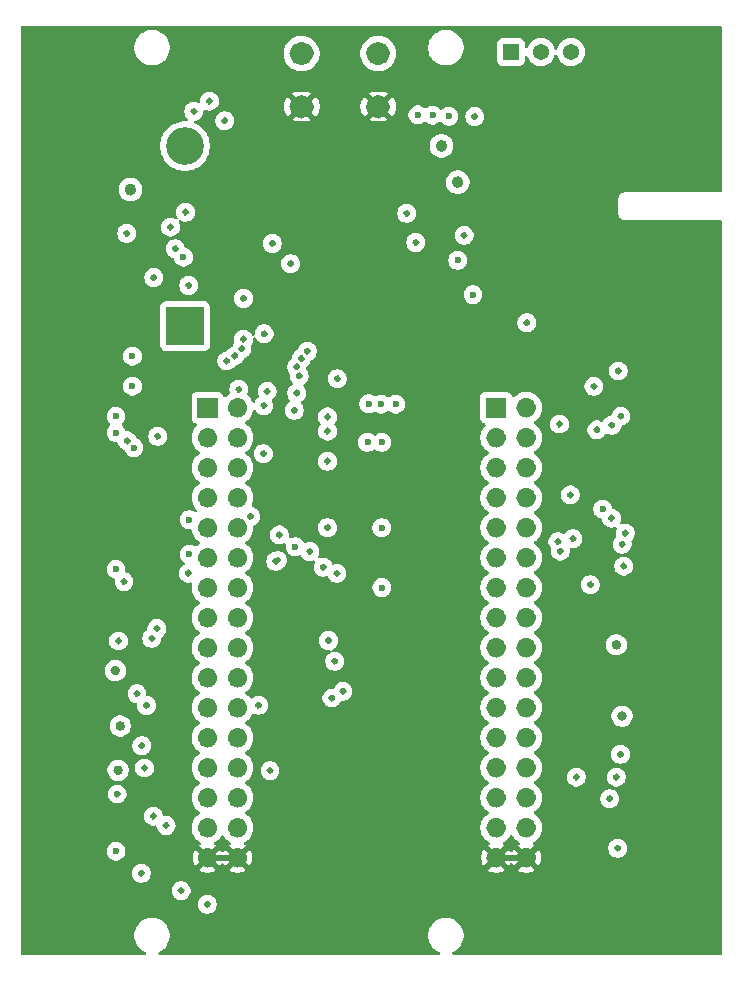
<source format=gbr>
%TF.GenerationSoftware,KiCad,Pcbnew,9.0.5*%
%TF.CreationDate,2025-12-03T10:09:39+00:00*%
%TF.ProjectId,ZX Interface,5a582049-6e74-4657-9266-6163652e6b69,3.2*%
%TF.SameCoordinates,Original*%
%TF.FileFunction,Copper,L3,Inr*%
%TF.FilePolarity,Positive*%
%FSLAX46Y46*%
G04 Gerber Fmt 4.6, Leading zero omitted, Abs format (unit mm)*
G04 Created by KiCad (PCBNEW 9.0.5) date 2025-12-03 10:09:39*
%MOMM*%
%LPD*%
G01*
G04 APERTURE LIST*
G04 Aperture macros list*
%AMRoundRect*
0 Rectangle with rounded corners*
0 $1 Rounding radius*
0 $2 $3 $4 $5 $6 $7 $8 $9 X,Y pos of 4 corners*
0 Add a 4 corners polygon primitive as box body*
4,1,4,$2,$3,$4,$5,$6,$7,$8,$9,$2,$3,0*
0 Add four circle primitives for the rounded corners*
1,1,$1+$1,$2,$3*
1,1,$1+$1,$4,$5*
1,1,$1+$1,$6,$7*
1,1,$1+$1,$8,$9*
0 Add four rect primitives between the rounded corners*
20,1,$1+$1,$2,$3,$4,$5,0*
20,1,$1+$1,$4,$5,$6,$7,0*
20,1,$1+$1,$6,$7,$8,$9,0*
20,1,$1+$1,$8,$9,$2,$3,0*%
G04 Aperture macros list end*
%TA.AperFunction,Conductor*%
%ADD10C,0.300000*%
%TD*%
%TA.AperFunction,Conductor*%
%ADD11C,0.850000*%
%TD*%
%TA.AperFunction,Conductor*%
%ADD12C,0.500000*%
%TD*%
%TA.AperFunction,Conductor*%
%ADD13C,1.000000*%
%TD*%
%TA.AperFunction,Conductor*%
%ADD14C,0.400000*%
%TD*%
%TA.AperFunction,Conductor*%
%ADD15C,1.600000*%
%TD*%
%TA.AperFunction,Conductor*%
%ADD16C,0.000000*%
%TD*%
%TA.AperFunction,ComponentPad*%
%ADD17R,1.370000X1.370000*%
%TD*%
%TA.AperFunction,ComponentPad*%
%ADD18C,1.370000*%
%TD*%
%TA.AperFunction,ComponentPad*%
%ADD19O,2.055000X1.500000*%
%TD*%
%TA.AperFunction,ComponentPad*%
%ADD20RoundRect,0.250000X1.350000X-1.350000X1.350000X1.350000X-1.350000X1.350000X-1.350000X-1.350000X0*%
%TD*%
%TA.AperFunction,ComponentPad*%
%ADD21C,3.200000*%
%TD*%
%TA.AperFunction,ComponentPad*%
%ADD22R,1.530000X1.530000*%
%TD*%
%TA.AperFunction,ComponentPad*%
%ADD23C,1.530000*%
%TD*%
%TA.AperFunction,ViaPad*%
%ADD24C,0.500000*%
%TD*%
%TA.AperFunction,ViaPad*%
%ADD25C,0.600000*%
%TD*%
G04 APERTURE END LIST*
%TO.N,DIN29-{slash}RFRSH*%
D10*
X124350000Y-127464740D02*
G75*
G02*
X124050000Y-127464740I-150000J0D01*
G01*
X124050000Y-127464740D02*
G75*
G02*
X124350000Y-127464740I150000J0D01*
G01*
%TO.N,DIN32-{slash}IORQ*%
X128350000Y-109601000D02*
G75*
G02*
X128050000Y-109601000I-150000J0D01*
G01*
X128050000Y-109601000D02*
G75*
G02*
X128350000Y-109601000I150000J0D01*
G01*
%TO.N,GND*%
D11*
X93394000Y-134290000D02*
G75*
G02*
X92544000Y-134290000I-425000J0D01*
G01*
X92544000Y-134290000D02*
G75*
G02*
X93394000Y-134290000I425000J0D01*
G01*
%TO.N,DIN12-A3*%
D10*
X87550000Y-124800000D02*
G75*
G02*
X87250000Y-124800000I-150000J0D01*
G01*
X87250000Y-124800000D02*
G75*
G02*
X87550000Y-124800000I150000J0D01*
G01*
%TO.N,DIN34-{slash}HALT*%
X128490000Y-106800000D02*
G75*
G02*
X128190000Y-106800000I-150000J0D01*
G01*
X128190000Y-106800000D02*
G75*
G02*
X128490000Y-106800000I150000J0D01*
G01*
%TO.N,POWER5_VIN*%
D12*
X113030000Y-74030000D02*
G75*
G02*
X112530000Y-74030000I-250000J0D01*
G01*
X112530000Y-74030000D02*
G75*
G02*
X113030000Y-74030000I250000J0D01*
G01*
%TO.N,DIN48-{slash}M1*%
D10*
X85460000Y-128898530D02*
G75*
G02*
X85160000Y-128898530I-150000J0D01*
G01*
X85160000Y-128898530D02*
G75*
G02*
X85460000Y-128898530I150000J0D01*
G01*
%TO.N,DIN4-V-{slash}DWR*%
X122786760Y-107530000D02*
G75*
G02*
X122486760Y-107530000I-150000J0D01*
G01*
X122486760Y-107530000D02*
G75*
G02*
X122786760Y-107530000I150000J0D01*
G01*
%TO.N,DIN20-A11*%
X87520000Y-135601000D02*
G75*
G02*
X87220000Y-135601000I-150000J0D01*
G01*
X87220000Y-135601000D02*
G75*
G02*
X87520000Y-135601000I150000J0D01*
G01*
%TO.N,unconnected-(J2-Pad26)*%
D11*
X120375000Y-126670000D02*
G75*
G02*
X119525000Y-126670000I-425000J0D01*
G01*
X119525000Y-126670000D02*
G75*
G02*
X120375000Y-126670000I425000J0D01*
G01*
%TO.N,DIN31-{slash}BUSRQ*%
D10*
X98899010Y-109194775D02*
G75*
G02*
X98599010Y-109194775I-150000J0D01*
G01*
X98599010Y-109194775D02*
G75*
G02*
X98899010Y-109194775I150000J0D01*
G01*
%TO.N,POWER5V*%
D11*
X120375000Y-129210000D02*
G75*
G02*
X119525000Y-129210000I-425000J0D01*
G01*
X119525000Y-129210000D02*
G75*
G02*
X120375000Y-129210000I425000J0D01*
G01*
%TO.N,DIN31-{slash}BUSRQ*%
X120375000Y-111430000D02*
G75*
G02*
X119525000Y-111430000I-425000J0D01*
G01*
X119525000Y-111430000D02*
G75*
G02*
X120375000Y-111430000I425000J0D01*
G01*
%TO.N,DIN1-NCA4-OE1*%
D10*
X110750000Y-82200000D02*
G75*
G02*
X110450000Y-82200000I-150000J0D01*
G01*
X110450000Y-82200000D02*
G75*
G02*
X110750000Y-82200000I150000J0D01*
G01*
%TO.N,DIN43-D5*%
X96010000Y-91205000D02*
G75*
G02*
X95710000Y-91205000I-150000J0D01*
G01*
X95710000Y-91205000D02*
G75*
G02*
X96010000Y-91205000I150000J0D01*
G01*
%TO.N,DIN20-A11*%
D11*
X93394000Y-106350000D02*
G75*
G02*
X92544000Y-106350000I-425000J0D01*
G01*
X92544000Y-106350000D02*
G75*
G02*
X93394000Y-106350000I425000J0D01*
G01*
%TO.N,DIN4-V-{slash}DWR*%
X95934000Y-103810000D02*
G75*
G02*
X95084000Y-103810000I-425000J0D01*
G01*
X95084000Y-103810000D02*
G75*
G02*
X95934000Y-103810000I425000J0D01*
G01*
%TO.N,DIN39-D1*%
D10*
X99200000Y-106960000D02*
G75*
G02*
X98900000Y-106960000I-150000J0D01*
G01*
X98900000Y-106960000D02*
G75*
G02*
X99200000Y-106960000I150000J0D01*
G01*
%TO.N,DIN17-A8*%
X88535740Y-130764270D02*
G75*
G02*
X88235740Y-130764270I-150000J0D01*
G01*
X88235740Y-130764270D02*
G75*
G02*
X88535740Y-130764270I150000J0D01*
G01*
%TO.N,DIN8-{slash}RESET*%
D13*
X107910000Y-66210000D02*
G75*
G02*
X106910000Y-66210000I-500000J0D01*
G01*
X106910000Y-66210000D02*
G75*
G02*
X107910000Y-66210000I500000J0D01*
G01*
%TO.N,DIN23-A14*%
D11*
X93394000Y-98730000D02*
G75*
G02*
X92544000Y-98730000I-425000J0D01*
G01*
X92544000Y-98730000D02*
G75*
G02*
X93394000Y-98730000I425000J0D01*
G01*
%TO.N,DIN6-Spare1*%
X95934000Y-108890000D02*
G75*
G02*
X95084000Y-108890000I-425000J0D01*
G01*
X95084000Y-108890000D02*
G75*
G02*
X95934000Y-108890000I425000J0D01*
G01*
%TO.N,DIN8-{slash}RESET*%
X95934000Y-113970000D02*
G75*
G02*
X95084000Y-113970000I-425000J0D01*
G01*
X95084000Y-113970000D02*
G75*
G02*
X95934000Y-113970000I425000J0D01*
G01*
%TO.N,DIN34-{slash}HALT*%
D10*
X100474000Y-96410000D02*
G75*
G02*
X100174000Y-96410000I-150000J0D01*
G01*
X100174000Y-96410000D02*
G75*
G02*
X100474000Y-96410000I150000J0D01*
G01*
%TO.N,DIN9-A0*%
X96162000Y-86940000D02*
G75*
G02*
X95862000Y-86940000I-150000J0D01*
G01*
X95862000Y-86940000D02*
G75*
G02*
X96162000Y-86940000I150000J0D01*
G01*
%TO.N,DIN17-A8*%
X88833280Y-114883280D02*
G75*
G02*
X88533280Y-114883280I-150000J0D01*
G01*
X88533280Y-114883280D02*
G75*
G02*
X88833280Y-114883280I150000J0D01*
G01*
%TO.N,DIN40-D2*%
X95765000Y-94638040D02*
G75*
G02*
X95465000Y-94638040I-150000J0D01*
G01*
X95465000Y-94638040D02*
G75*
G02*
X95765000Y-94638040I150000J0D01*
G01*
%TO.N,POWER_12VAC*%
X128080000Y-125540000D02*
G75*
G02*
X127780000Y-125540000I-150000J0D01*
G01*
X127780000Y-125540000D02*
G75*
G02*
X128080000Y-125540000I150000J0D01*
G01*
%TO.N,DIN14-A5*%
X103650000Y-120770000D02*
G75*
G02*
X103350000Y-120770000I-150000J0D01*
G01*
X103350000Y-120770000D02*
G75*
G02*
X103650000Y-120770000I150000J0D01*
G01*
%TO.N,GND*%
D11*
X95934000Y-134290000D02*
G75*
G02*
X95084000Y-134290000I-425000J0D01*
G01*
X95084000Y-134290000D02*
G75*
G02*
X95934000Y-134290000I425000J0D01*
G01*
%TO.N,DIN33-{slash}MREQ*%
D10*
X97440000Y-121390000D02*
G75*
G02*
X97140000Y-121390000I-150000J0D01*
G01*
X97140000Y-121390000D02*
G75*
G02*
X97440000Y-121390000I150000J0D01*
G01*
%TO.N,DIN39-D1*%
X90395130Y-82728870D02*
G75*
G02*
X90095130Y-82728870I-150000J0D01*
G01*
X90095130Y-82728870D02*
G75*
G02*
X90395130Y-82728870I150000J0D01*
G01*
%TO.N,POWER5V*%
D11*
X117835000Y-129210000D02*
G75*
G02*
X116985000Y-129210000I-425000J0D01*
G01*
X116985000Y-129210000D02*
G75*
G02*
X117835000Y-129210000I425000J0D01*
G01*
%TO.N,DIN39-D1*%
D10*
X100150000Y-84000000D02*
G75*
G02*
X99850000Y-84000000I-150000J0D01*
G01*
X99850000Y-84000000D02*
G75*
G02*
X100150000Y-84000000I150000J0D01*
G01*
%TO.N,DIN15-A6*%
D11*
X93394000Y-119050000D02*
G75*
G02*
X92544000Y-119050000I-425000J0D01*
G01*
X92544000Y-119050000D02*
G75*
G02*
X93394000Y-119050000I425000J0D01*
G01*
%TO.N,DIN29-{slash}RFRSH*%
D10*
X89609000Y-131560000D02*
G75*
G02*
X89309000Y-131560000I-150000J0D01*
G01*
X89309000Y-131560000D02*
G75*
G02*
X89609000Y-131560000I150000J0D01*
G01*
%TO.N,DIN23-A14*%
X91525360Y-85839000D02*
G75*
G02*
X91225360Y-85839000I-150000J0D01*
G01*
X91225360Y-85839000D02*
G75*
G02*
X91525360Y-85839000I150000J0D01*
G01*
%TO.N,DIN5-U-{slash}MTR*%
X103277530Y-106343000D02*
G75*
G02*
X102977530Y-106343000I-150000J0D01*
G01*
X102977530Y-106343000D02*
G75*
G02*
X103277530Y-106343000I150000J0D01*
G01*
%TO.N,POWER5V*%
D11*
X93394000Y-129210000D02*
G75*
G02*
X92544000Y-129210000I-425000J0D01*
G01*
X92544000Y-129210000D02*
G75*
G02*
X93394000Y-129210000I425000J0D01*
G01*
%TO.N,GND*%
X120375000Y-134290000D02*
G75*
G02*
X119525000Y-134290000I-425000J0D01*
G01*
X119525000Y-134290000D02*
G75*
G02*
X120375000Y-134290000I425000J0D01*
G01*
%TO.N,DIN48-{slash}M1*%
D10*
X123838230Y-103575000D02*
G75*
G02*
X123538230Y-103575000I-150000J0D01*
G01*
X123538230Y-103575000D02*
G75*
G02*
X123838230Y-103575000I150000J0D01*
G01*
%TO.N,DIN46-{slash}RD*%
X103274000Y-100720000D02*
G75*
G02*
X102974000Y-100720000I-150000J0D01*
G01*
X102974000Y-100720000D02*
G75*
G02*
X103274000Y-100720000I150000J0D01*
G01*
%TO.N,DIN45-D7*%
X91255240Y-79634770D02*
G75*
G02*
X90955240Y-79634770I-150000J0D01*
G01*
X90955240Y-79634770D02*
G75*
G02*
X91255240Y-79634770I150000J0D01*
G01*
%TO.N,DIN42-D4*%
X100663100Y-92728300D02*
G75*
G02*
X100363100Y-92728300I-150000J0D01*
G01*
X100363100Y-92728300D02*
G75*
G02*
X100663100Y-92728300I150000J0D01*
G01*
%TO.N,GND*%
D13*
X101410000Y-70710000D02*
G75*
G02*
X100410000Y-70710000I-500000J0D01*
G01*
X100410000Y-70710000D02*
G75*
G02*
X101410000Y-70710000I500000J0D01*
G01*
%TO.N,DIN22-A13*%
D10*
X93280000Y-70231000D02*
G75*
G02*
X92980000Y-70231000I-150000J0D01*
G01*
X92980000Y-70231000D02*
G75*
G02*
X93280000Y-70231000I150000J0D01*
G01*
%TO.N,unconnected-(J1-Pad30)*%
D11*
X95934000Y-131750000D02*
G75*
G02*
X95084000Y-131750000I-425000J0D01*
G01*
X95084000Y-131750000D02*
G75*
G02*
X95934000Y-131750000I425000J0D01*
G01*
%TO.N,DIN45-D7*%
D10*
X97910110Y-89936510D02*
G75*
G02*
X97610110Y-89936510I-150000J0D01*
G01*
X97610110Y-89936510D02*
G75*
G02*
X97910110Y-89936510I150000J0D01*
G01*
%TO.N,DIN29-{slash}RFRSH*%
D11*
X120375000Y-106350000D02*
G75*
G02*
X119525000Y-106350000I-425000J0D01*
G01*
X119525000Y-106350000D02*
G75*
G02*
X120375000Y-106350000I425000J0D01*
G01*
%TO.N,POWER_+9V*%
D12*
X114400000Y-77090000D02*
G75*
G02*
X113900000Y-77090000I-250000J0D01*
G01*
X113900000Y-77090000D02*
G75*
G02*
X114400000Y-77090000I250000J0D01*
G01*
%TO.N,DIN5-U-{slash}MTR*%
D11*
X95934000Y-106350000D02*
G75*
G02*
X95084000Y-106350000I-425000J0D01*
G01*
X95084000Y-106350000D02*
G75*
G02*
X95934000Y-106350000I425000J0D01*
G01*
%TO.N,unconnected-(J2-Pad30)*%
X120375000Y-131750000D02*
G75*
G02*
X119525000Y-131750000I-425000J0D01*
G01*
X119525000Y-131750000D02*
G75*
G02*
X120375000Y-131750000I425000J0D01*
G01*
%TO.N,DIN36-{slash}IORQGE*%
D10*
X88891000Y-98612420D02*
G75*
G02*
X88591000Y-98612420I-150000J0D01*
G01*
X88591000Y-98612420D02*
G75*
G02*
X88891000Y-98612420I150000J0D01*
G01*
%TO.N,DIN43-D5*%
D11*
X117835000Y-108890000D02*
G75*
G02*
X116985000Y-108890000I-425000J0D01*
G01*
X116985000Y-108890000D02*
G75*
G02*
X117835000Y-108890000I425000J0D01*
G01*
%TO.N,DIN33-{slash}MREQ*%
D10*
X124053000Y-107280000D02*
G75*
G02*
X123753000Y-107280000I-150000J0D01*
G01*
X123753000Y-107280000D02*
G75*
G02*
X124053000Y-107280000I150000J0D01*
G01*
%TO.N,DIN9-A0*%
D11*
X95934000Y-116510000D02*
G75*
G02*
X95084000Y-116510000I-425000J0D01*
G01*
X95084000Y-116510000D02*
G75*
G02*
X95934000Y-116510000I425000J0D01*
G01*
%TO.N,DIN42-D4*%
D10*
X128121000Y-96901000D02*
G75*
G02*
X127821000Y-96901000I-150000J0D01*
G01*
X127821000Y-96901000D02*
G75*
G02*
X128121000Y-96901000I150000J0D01*
G01*
%TO.N,DIN27-{slash}BUSACK*%
D11*
X120375000Y-101270000D02*
G75*
G02*
X119525000Y-101270000I-425000J0D01*
G01*
X119525000Y-101270000D02*
G75*
G02*
X120375000Y-101270000I425000J0D01*
G01*
%TO.N,DIN1-NCA4-OE1*%
D10*
X89977340Y-80896870D02*
G75*
G02*
X89677340Y-80896870I-150000J0D01*
G01*
X89677340Y-80896870D02*
G75*
G02*
X89977340Y-80896870I150000J0D01*
G01*
%TO.N,DIN2-VIDEO-OE2*%
X103274000Y-96973000D02*
G75*
G02*
X102974000Y-96973000I-150000J0D01*
G01*
X102974000Y-96973000D02*
G75*
G02*
X103274000Y-96973000I150000J0D01*
G01*
%TO.N,unconnected-(J1-Pad29)*%
D11*
X93394000Y-131750000D02*
G75*
G02*
X92544000Y-131750000I-425000J0D01*
G01*
X92544000Y-131750000D02*
G75*
G02*
X93394000Y-131750000I425000J0D01*
G01*
%TO.N,DIN13-A4*%
X93394000Y-124130000D02*
G75*
G02*
X92544000Y-124130000I-425000J0D01*
G01*
X92544000Y-124130000D02*
G75*
G02*
X93394000Y-124130000I425000J0D01*
G01*
%TO.N,POWER_+12V*%
D14*
X85780000Y-123140000D02*
G75*
G02*
X85380000Y-123140000I-200000J0D01*
G01*
X85380000Y-123140000D02*
G75*
G02*
X85780000Y-123140000I200000J0D01*
G01*
%TO.N,DIN44-D6*%
D10*
X96160000Y-90389000D02*
G75*
G02*
X95860000Y-90389000I-150000J0D01*
G01*
X95860000Y-90389000D02*
G75*
G02*
X96160000Y-90389000I150000J0D01*
G01*
%TO.N,DIN17-A8*%
D11*
X93394000Y-113970000D02*
G75*
G02*
X92544000Y-113970000I-425000J0D01*
G01*
X92544000Y-113970000D02*
G75*
G02*
X93394000Y-113970000I425000J0D01*
G01*
%TO.N,DIN42-D4*%
D10*
X94744140Y-92238040D02*
G75*
G02*
X94444140Y-92238040I-150000J0D01*
G01*
X94444140Y-92238040D02*
G75*
G02*
X94744140Y-92238040I150000J0D01*
G01*
%TO.N,unconnected-(J2-Pad25)*%
D11*
X117835000Y-126670000D02*
G75*
G02*
X116985000Y-126670000I-425000J0D01*
G01*
X116985000Y-126670000D02*
G75*
G02*
X117835000Y-126670000I425000J0D01*
G01*
%TO.N,DIN38-D0*%
X117835000Y-121590000D02*
G75*
G02*
X116985000Y-121590000I-425000J0D01*
G01*
X116985000Y-121590000D02*
G75*
G02*
X117835000Y-121590000I425000J0D01*
G01*
%TO.N,DIN13-A4*%
D10*
X98410000Y-126920000D02*
G75*
G02*
X98110000Y-126920000I-150000J0D01*
G01*
X98110000Y-126920000D02*
G75*
G02*
X98410000Y-126920000I150000J0D01*
G01*
%TO.N,DIN18-A9*%
D11*
X93394000Y-111430000D02*
G75*
G02*
X92544000Y-111430000I-425000J0D01*
G01*
X92544000Y-111430000D02*
G75*
G02*
X93394000Y-111430000I425000J0D01*
G01*
%TO.N,POWER_+9V*%
D12*
X86690000Y-77730000D02*
G75*
G02*
X86190000Y-77730000I-250000J0D01*
G01*
X86190000Y-77730000D02*
G75*
G02*
X86690000Y-77730000I250000J0D01*
G01*
%TO.N,DIN46-{slash}RD*%
D11*
X117835000Y-101270000D02*
G75*
G02*
X116985000Y-101270000I-425000J0D01*
G01*
X116985000Y-101270000D02*
G75*
G02*
X117835000Y-101270000I425000J0D01*
G01*
%TO.N,POWER5V*%
X95934000Y-129210000D02*
G75*
G02*
X95084000Y-129210000I-425000J0D01*
G01*
X95084000Y-129210000D02*
G75*
G02*
X95934000Y-129210000I425000J0D01*
G01*
%TO.N,DIN31-{slash}BUSRQ*%
D10*
X91490000Y-110190000D02*
G75*
G02*
X91190000Y-110190000I-150000J0D01*
G01*
X91190000Y-110190000D02*
G75*
G02*
X91490000Y-110190000I150000J0D01*
G01*
%TO.N,DIN7-Spare2*%
D11*
X95934000Y-111430000D02*
G75*
G02*
X95084000Y-111430000I-425000J0D01*
G01*
X95084000Y-111430000D02*
G75*
G02*
X95934000Y-111430000I425000J0D01*
G01*
%TO.N,DIN41-D3*%
D10*
X101061040Y-92034290D02*
G75*
G02*
X100761040Y-92034290I-150000J0D01*
G01*
X100761040Y-92034290D02*
G75*
G02*
X101061040Y-92034290I150000J0D01*
G01*
%TO.N,DIN37-{slash}INT*%
D11*
X117835000Y-124130000D02*
G75*
G02*
X116985000Y-124130000I-425000J0D01*
G01*
X116985000Y-124130000D02*
G75*
G02*
X117835000Y-124130000I425000J0D01*
G01*
%TO.N,POWER5_VIN*%
D15*
X91859000Y-74041000D02*
G75*
G02*
X90259000Y-74041000I-800000J0D01*
G01*
X90259000Y-74041000D02*
G75*
G02*
X91859000Y-74041000I800000J0D01*
G01*
%TO.N,DIN35-{slash}NMI*%
D10*
X86325300Y-99002330D02*
G75*
G02*
X86025300Y-99002330I-150000J0D01*
G01*
X86025300Y-99002330D02*
G75*
G02*
X86325300Y-99002330I150000J0D01*
G01*
%TO.N,POWER_12VAC*%
D14*
X85600000Y-126890000D02*
G75*
G02*
X85200000Y-126890000I-200000J0D01*
G01*
X85200000Y-126890000D02*
G75*
G02*
X85600000Y-126890000I200000J0D01*
G01*
%TO.N,DIN10-A1*%
D11*
X95934000Y-119050000D02*
G75*
G02*
X95084000Y-119050000I-425000J0D01*
G01*
X95084000Y-119050000D02*
G75*
G02*
X95934000Y-119050000I425000J0D01*
G01*
%TO.N,DIN30-{slash}WAIT*%
X120375000Y-108890000D02*
G75*
G02*
X119525000Y-108890000I-425000J0D01*
G01*
X119525000Y-108890000D02*
G75*
G02*
X120375000Y-108890000I425000J0D01*
G01*
%TO.N,DIN43-D5*%
D10*
X127890000Y-93080000D02*
G75*
G02*
X127590000Y-93080000I-150000J0D01*
G01*
X127590000Y-93080000D02*
G75*
G02*
X127890000Y-93080000I150000J0D01*
G01*
%TO.N,DIN1-NCA4-OE1*%
D11*
X95934000Y-96190000D02*
G75*
G02*
X95084000Y-96190000I-425000J0D01*
G01*
X95084000Y-96190000D02*
G75*
G02*
X95934000Y-96190000I425000J0D01*
G01*
%TO.N,DIN8-{slash}RESET*%
D13*
X101410000Y-66210000D02*
G75*
G02*
X100410000Y-66210000I-500000J0D01*
G01*
X100410000Y-66210000D02*
G75*
G02*
X101410000Y-66210000I500000J0D01*
G01*
D16*
%TA.AperFunction,Conductor*%
%TO.N,GND*%
G36*
X119484080Y-134097010D02*
G01*
X119450000Y-134224170D01*
X119450000Y-134355830D01*
X119484080Y-134482990D01*
X119516990Y-134540000D01*
X117843010Y-134540000D01*
X117875930Y-134482990D01*
X117910000Y-134355830D01*
X117910000Y-134224170D01*
X117875930Y-134097010D01*
X117843010Y-134040000D01*
X119516990Y-134040000D01*
X119484080Y-134097010D01*
G37*
%TD.AperFunction*%
%TO.N,DIN45-D7*%
D10*
X109980000Y-79740000D02*
G75*
G02*
X109680000Y-79740000I-150000J0D01*
G01*
X109680000Y-79740000D02*
G75*
G02*
X109980000Y-79740000I150000J0D01*
G01*
%TO.N,GND*%
D12*
X81030000Y-79490000D02*
G75*
G02*
X80530000Y-79490000I-250000J0D01*
G01*
X80530000Y-79490000D02*
G75*
G02*
X81030000Y-79490000I250000J0D01*
G01*
%TO.N,DIN17-A8*%
D10*
X93106880Y-138236780D02*
G75*
G02*
X92806880Y-138236780I-150000J0D01*
G01*
X92806880Y-138236780D02*
G75*
G02*
X93106880Y-138236780I150000J0D01*
G01*
%TO.N,DIN38-D0*%
X114840000Y-81590000D02*
G75*
G02*
X114540000Y-81590000I-150000J0D01*
G01*
X114540000Y-81590000D02*
G75*
G02*
X114840000Y-81590000I150000J0D01*
G01*
%TO.N,DIN28-{slash}ROMCS*%
X127171530Y-129286000D02*
G75*
G02*
X126871530Y-129286000I-150000J0D01*
G01*
X126871530Y-129286000D02*
G75*
G02*
X127171530Y-129286000I150000J0D01*
G01*
%TO.N,DIN21-A12*%
X94570000Y-71900000D02*
G75*
G02*
X94270000Y-71900000I-150000J0D01*
G01*
X94270000Y-71900000D02*
G75*
G02*
X94570000Y-71900000I150000J0D01*
G01*
%TO.N,DIN10-A1*%
X88401700Y-115718580D02*
G75*
G02*
X88101700Y-115718580I-150000J0D01*
G01*
X88101700Y-115718580D02*
G75*
G02*
X88401700Y-115718580I150000J0D01*
G01*
%TO.N,DIN22-A13*%
D11*
X93394000Y-101270000D02*
G75*
G02*
X92544000Y-101270000I-425000J0D01*
G01*
X92544000Y-101270000D02*
G75*
G02*
X93394000Y-101270000I425000J0D01*
G01*
%TO.N,DIN11-A2*%
D10*
X87950000Y-121400000D02*
G75*
G02*
X87650000Y-121400000I-150000J0D01*
G01*
X87650000Y-121400000D02*
G75*
G02*
X87950000Y-121400000I150000J0D01*
G01*
%TO.N,DIN35-{slash}NMI*%
X100674000Y-94950000D02*
G75*
G02*
X100374000Y-94950000I-150000J0D01*
G01*
X100374000Y-94950000D02*
G75*
G02*
X100674000Y-94950000I150000J0D01*
G01*
%TO.N,DIN30-{slash}WAIT*%
X125535500Y-111172500D02*
G75*
G02*
X125235500Y-111172500I-150000J0D01*
G01*
X125235500Y-111172500D02*
G75*
G02*
X125535500Y-111172500I150000J0D01*
G01*
%TO.N,DIN27-{slash}BUSACK*%
X127855120Y-133485120D02*
G75*
G02*
X127555120Y-133485120I-150000J0D01*
G01*
X127555120Y-133485120D02*
G75*
G02*
X127855120Y-133485120I150000J0D01*
G01*
%TO.N,DIN33-{slash}MREQ*%
X87145000Y-120400000D02*
G75*
G02*
X86845000Y-120400000I-150000J0D01*
G01*
X86845000Y-120400000D02*
G75*
G02*
X87145000Y-120400000I150000J0D01*
G01*
%TO.N,DIN39-D1*%
D11*
X117835000Y-119050000D02*
G75*
G02*
X116985000Y-119050000I-425000J0D01*
G01*
X116985000Y-119050000D02*
G75*
G02*
X117835000Y-119050000I425000J0D01*
G01*
%TO.N,DIN8-{slash}RESET*%
D10*
X98610000Y-82290000D02*
G75*
G02*
X98310000Y-82290000I-150000J0D01*
G01*
X98310000Y-82290000D02*
G75*
G02*
X98610000Y-82290000I150000J0D01*
G01*
%TO.N,DIN33-{slash}MREQ*%
X128218080Y-107741920D02*
G75*
G02*
X127918080Y-107741920I-150000J0D01*
G01*
X127918080Y-107741920D02*
G75*
G02*
X128218080Y-107741920I150000J0D01*
G01*
%TO.N,DIN35-{slash}NMI*%
X126090000Y-98070000D02*
G75*
G02*
X125790000Y-98070000I-150000J0D01*
G01*
X125790000Y-98070000D02*
G75*
G02*
X126090000Y-98070000I150000J0D01*
G01*
%TO.N,GND*%
D12*
X127620000Y-100300000D02*
G75*
G02*
X127120000Y-100300000I-250000J0D01*
G01*
X127120000Y-100300000D02*
G75*
G02*
X127620000Y-100300000I250000J0D01*
G01*
D16*
%TA.AperFunction,Conductor*%
%TO.N,DIN24-A15*%
G36*
X93819000Y-97040000D02*
G01*
X92119000Y-97040000D01*
X92119000Y-95340000D01*
X93819000Y-95340000D01*
X93819000Y-97040000D01*
G37*
%TD.AperFunction*%
%TO.N,DIN4-V-{slash}DWR*%
D10*
X96750000Y-105400000D02*
G75*
G02*
X96450000Y-105400000I-150000J0D01*
G01*
X96450000Y-105400000D02*
G75*
G02*
X96750000Y-105400000I150000J0D01*
G01*
%TO.N,DIN21-A12*%
D11*
X93394000Y-103810000D02*
G75*
G02*
X92544000Y-103810000I-425000J0D01*
G01*
X92544000Y-103810000D02*
G75*
G02*
X93394000Y-103810000I425000J0D01*
G01*
%TO.N,DIN38-D0*%
D10*
X86280000Y-81430000D02*
G75*
G02*
X85980000Y-81430000I-150000J0D01*
G01*
X85980000Y-81430000D02*
G75*
G02*
X86280000Y-81430000I150000J0D01*
G01*
%TO.N,GND*%
D12*
X86289310Y-101809310D02*
G75*
G02*
X85789310Y-101809310I-250000J0D01*
G01*
X85789310Y-101809310D02*
G75*
G02*
X86289310Y-101809310I250000J0D01*
G01*
%TO.N,DIN37-{slash}INT*%
D10*
X103360000Y-115903000D02*
G75*
G02*
X103060000Y-115903000I-150000J0D01*
G01*
X103060000Y-115903000D02*
G75*
G02*
X103360000Y-115903000I150000J0D01*
G01*
%TO.N,DIN16-A7*%
X103890000Y-117653000D02*
G75*
G02*
X103590000Y-117653000I-150000J0D01*
G01*
X103590000Y-117653000D02*
G75*
G02*
X103890000Y-117653000I150000J0D01*
G01*
%TO.N,DIN37-{slash}INT*%
X100874000Y-93500000D02*
G75*
G02*
X100574000Y-93500000I-150000J0D01*
G01*
X100574000Y-93500000D02*
G75*
G02*
X100874000Y-93500000I150000J0D01*
G01*
%TO.N,DIN35-{slash}NMI*%
D11*
X120375000Y-121590000D02*
G75*
G02*
X119525000Y-121590000I-425000J0D01*
G01*
X119525000Y-121590000D02*
G75*
G02*
X120375000Y-121590000I425000J0D01*
G01*
%TO.N,GND*%
X117835000Y-134290000D02*
G75*
G02*
X116985000Y-134290000I-425000J0D01*
G01*
X116985000Y-134290000D02*
G75*
G02*
X117835000Y-134290000I425000J0D01*
G01*
%TO.N,DIN47-{slash}WR*%
D10*
X86045270Y-110914270D02*
G75*
G02*
X85745270Y-110914270I-150000J0D01*
G01*
X85745270Y-110914270D02*
G75*
G02*
X86045270Y-110914270I150000J0D01*
G01*
%TO.N,DIN21-A12*%
X115730000Y-71540000D02*
G75*
G02*
X115430000Y-71540000I-150000J0D01*
G01*
X115430000Y-71540000D02*
G75*
G02*
X115730000Y-71540000I150000J0D01*
G01*
X88560000Y-85170000D02*
G75*
G02*
X88260000Y-85170000I-150000J0D01*
G01*
X88260000Y-85170000D02*
G75*
G02*
X88560000Y-85170000I150000J0D01*
G01*
%TO.N,DIN32-{slash}IORQ*%
X87780000Y-126692120D02*
G75*
G02*
X87480000Y-126692120I-150000J0D01*
G01*
X87480000Y-126692120D02*
G75*
G02*
X87780000Y-126692120I150000J0D01*
G01*
%TO.N,DIN43-D5*%
X101555000Y-91405000D02*
G75*
G02*
X101255000Y-91405000I-150000J0D01*
G01*
X101255000Y-91405000D02*
G75*
G02*
X101555000Y-91405000I150000J0D01*
G01*
%TO.N,DIN36-{slash}IORQGE*%
X98165000Y-94805000D02*
G75*
G02*
X97865000Y-94805000I-150000J0D01*
G01*
X97865000Y-94805000D02*
G75*
G02*
X98165000Y-94805000I150000J0D01*
G01*
%TO.N,DIN41-D3*%
X125830000Y-94380000D02*
G75*
G02*
X125530000Y-94380000I-150000J0D01*
G01*
X125530000Y-94380000D02*
G75*
G02*
X125830000Y-94380000I150000J0D01*
G01*
%TO.N,unconnected-(J1-Pad25)*%
D11*
X93394000Y-126670000D02*
G75*
G02*
X92544000Y-126670000I-425000J0D01*
G01*
X92544000Y-126670000D02*
G75*
G02*
X93394000Y-126670000I425000J0D01*
G01*
%TO.N,DIN11-A2*%
X95934000Y-121590000D02*
G75*
G02*
X95084000Y-121590000I-425000J0D01*
G01*
X95084000Y-121590000D02*
G75*
G02*
X95934000Y-121590000I425000J0D01*
G01*
%TO.N,DIN41-D3*%
D10*
X104078030Y-110218030D02*
G75*
G02*
X103778030Y-110218030I-150000J0D01*
G01*
X103778030Y-110218030D02*
G75*
G02*
X104078030Y-110218030I150000J0D01*
G01*
%TO.N,DIN28-{slash}ROMCS*%
D11*
X120375000Y-103810000D02*
G75*
G02*
X119525000Y-103810000I-425000J0D01*
G01*
X119525000Y-103810000D02*
G75*
G02*
X120375000Y-103810000I425000J0D01*
G01*
%TO.N,DIN39-D1*%
D10*
X97880000Y-96005000D02*
G75*
G02*
X97580000Y-96005000I-150000J0D01*
G01*
X97580000Y-96005000D02*
G75*
G02*
X97880000Y-96005000I150000J0D01*
G01*
%TO.N,POWER_-5V*%
D14*
X127780000Y-116270000D02*
G75*
G02*
X127380000Y-116270000I-200000J0D01*
G01*
X127380000Y-116270000D02*
G75*
G02*
X127780000Y-116270000I200000J0D01*
G01*
%TO.N,DIN34-{slash}HALT*%
D11*
X120375000Y-119050000D02*
G75*
G02*
X119525000Y-119050000I-425000J0D01*
G01*
X119525000Y-119050000D02*
G75*
G02*
X120375000Y-119050000I425000J0D01*
G01*
%TO.N,DIN25-CLOCK*%
X120375000Y-96190000D02*
G75*
G02*
X119525000Y-96190000I-425000J0D01*
G01*
X119525000Y-96190000D02*
G75*
G02*
X120375000Y-96190000I425000J0D01*
G01*
%TO.N,DIN36-{slash}IORQGE*%
X120375000Y-124130000D02*
G75*
G02*
X119525000Y-124130000I-425000J0D01*
G01*
X119525000Y-124130000D02*
G75*
G02*
X120375000Y-124130000I425000J0D01*
G01*
D16*
%TA.AperFunction,Conductor*%
%TO.N,POWER5V*%
G36*
X92659000Y-90881000D02*
G01*
X89459000Y-90881000D01*
X89459000Y-87681000D01*
X92659000Y-87681000D01*
X92659000Y-90881000D01*
G37*
%TD.AperFunction*%
%TO.N,DIN14-A5*%
D11*
X93394000Y-121590000D02*
G75*
G02*
X92544000Y-121590000I-425000J0D01*
G01*
X92544000Y-121590000D02*
G75*
G02*
X93394000Y-121590000I425000J0D01*
G01*
%TO.N,DIN33-{slash}MREQ*%
X120375000Y-116510000D02*
G75*
G02*
X119525000Y-116510000I-425000J0D01*
G01*
X119525000Y-116510000D02*
G75*
G02*
X120375000Y-116510000I425000J0D01*
G01*
%TO.N,DIN3-Y-{slash}DRD*%
X95934000Y-101270000D02*
G75*
G02*
X95084000Y-101270000I-425000J0D01*
G01*
X95084000Y-101270000D02*
G75*
G02*
X95934000Y-101270000I425000J0D01*
G01*
%TO.N,DIN44-D6*%
X117835000Y-106350000D02*
G75*
G02*
X116985000Y-106350000I-425000J0D01*
G01*
X116985000Y-106350000D02*
G75*
G02*
X117835000Y-106350000I425000J0D01*
G01*
%TO.N,DIN32-{slash}IORQ*%
D10*
X122983940Y-108326990D02*
G75*
G02*
X122683940Y-108326990I-150000J0D01*
G01*
X122683940Y-108326990D02*
G75*
G02*
X122983940Y-108326990I150000J0D01*
G01*
%TO.N,DIN19-A10*%
D11*
X93394000Y-108890000D02*
G75*
G02*
X92544000Y-108890000I-425000J0D01*
G01*
X92544000Y-108890000D02*
G75*
G02*
X93394000Y-108890000I425000J0D01*
G01*
%TO.N,DIN12-A3*%
X95934000Y-124130000D02*
G75*
G02*
X95084000Y-124130000I-425000J0D01*
G01*
X95084000Y-124130000D02*
G75*
G02*
X95934000Y-124130000I425000J0D01*
G01*
%TO.N,unconnected-(J2-Pad29)*%
X117835000Y-131750000D02*
G75*
G02*
X116985000Y-131750000I-425000J0D01*
G01*
X116985000Y-131750000D02*
G75*
G02*
X117835000Y-131750000I425000J0D01*
G01*
%TO.N,DIN3-Y-{slash}DRD*%
D10*
X122920000Y-97573000D02*
G75*
G02*
X122620000Y-97573000I-150000J0D01*
G01*
X122620000Y-97573000D02*
G75*
G02*
X122920000Y-97573000I150000J0D01*
G01*
%TO.N,DIN18-A9*%
X90880000Y-137080000D02*
G75*
G02*
X90580000Y-137080000I-150000J0D01*
G01*
X90580000Y-137080000D02*
G75*
G02*
X90880000Y-137080000I150000J0D01*
G01*
%TO.N,DIN37-{slash}INT*%
X127350000Y-97670000D02*
G75*
G02*
X127050000Y-97670000I-150000J0D01*
G01*
X127050000Y-97670000D02*
G75*
G02*
X127350000Y-97670000I150000J0D01*
G01*
%TO.N,DIN2-VIDEO-OE2*%
X97850000Y-100080000D02*
G75*
G02*
X97550000Y-100080000I-150000J0D01*
G01*
X97550000Y-100080000D02*
G75*
G02*
X97850000Y-100080000I150000J0D01*
G01*
%TO.N,DIN15-A6*%
X104583000Y-120193000D02*
G75*
G02*
X104283000Y-120193000I-150000J0D01*
G01*
X104283000Y-120193000D02*
G75*
G02*
X104583000Y-120193000I150000J0D01*
G01*
%TO.N,DIN32-{slash}IORQ*%
D11*
X120375000Y-113970000D02*
G75*
G02*
X119525000Y-113970000I-425000J0D01*
G01*
X119525000Y-113970000D02*
G75*
G02*
X120375000Y-113970000I425000J0D01*
G01*
%TO.N,DIN41-D3*%
X117835000Y-113970000D02*
G75*
G02*
X116985000Y-113970000I-425000J0D01*
G01*
X116985000Y-113970000D02*
G75*
G02*
X117835000Y-113970000I425000J0D01*
G01*
%TO.N,DIN16-A7*%
X93394000Y-116510000D02*
G75*
G02*
X92544000Y-116510000I-425000J0D01*
G01*
X92544000Y-116510000D02*
G75*
G02*
X93394000Y-116510000I425000J0D01*
G01*
%TO.N,DIN30-{slash}WAIT*%
D10*
X85580000Y-115940000D02*
G75*
G02*
X85280000Y-115940000I-150000J0D01*
G01*
X85280000Y-115940000D02*
G75*
G02*
X85580000Y-115940000I150000J0D01*
G01*
%TO.N,unconnected-(J1-Pad26)*%
D11*
X95934000Y-126670000D02*
G75*
G02*
X95084000Y-126670000I-425000J0D01*
G01*
X95084000Y-126670000D02*
G75*
G02*
X95934000Y-126670000I425000J0D01*
G01*
D16*
%TA.AperFunction,Conductor*%
%TO.N,GND*%
G36*
X95043080Y-134097010D02*
G01*
X95009000Y-134224170D01*
X95009000Y-134355830D01*
X95043080Y-134482990D01*
X95075990Y-134540000D01*
X93402010Y-134540000D01*
X93434930Y-134482990D01*
X93469000Y-134355830D01*
X93469000Y-134224170D01*
X93434930Y-134097010D01*
X93402010Y-134040000D01*
X95075990Y-134040000D01*
X95043080Y-134097010D01*
G37*
%TD.AperFunction*%
%TO.N,DIN40-D2*%
D11*
X117835000Y-116510000D02*
G75*
G02*
X116985000Y-116510000I-425000J0D01*
G01*
X116985000Y-116510000D02*
G75*
G02*
X117835000Y-116510000I425000J0D01*
G01*
%TO.N,DIN48-{slash}M1*%
D10*
X127730000Y-127464740D02*
G75*
G02*
X127430000Y-127464740I-150000J0D01*
G01*
X127430000Y-127464740D02*
G75*
G02*
X127730000Y-127464740I150000J0D01*
G01*
%TO.N,DIN42-D4*%
D11*
X117835000Y-111430000D02*
G75*
G02*
X116985000Y-111430000I-425000J0D01*
G01*
X116985000Y-111430000D02*
G75*
G02*
X117835000Y-111430000I425000J0D01*
G01*
%TO.N,DIN25-CLOCK*%
D10*
X120150000Y-89000000D02*
G75*
G02*
X119850000Y-89000000I-150000J0D01*
G01*
X119850000Y-89000000D02*
G75*
G02*
X120150000Y-89000000I150000J0D01*
G01*
%TO.N,POWER_-5V*%
D14*
X85360000Y-118450000D02*
G75*
G02*
X84960000Y-118450000I-200000J0D01*
G01*
X84960000Y-118450000D02*
G75*
G02*
X85360000Y-118450000I200000J0D01*
G01*
%TO.N,DIN2-VIDEO-OE2*%
D11*
X95934000Y-98730000D02*
G75*
G02*
X95084000Y-98730000I-425000J0D01*
G01*
X95084000Y-98730000D02*
G75*
G02*
X95934000Y-98730000I425000J0D01*
G01*
%TO.N,DIN35-{slash}NMI*%
D10*
X102909000Y-109690000D02*
G75*
G02*
X102609000Y-109690000I-150000J0D01*
G01*
X102609000Y-109690000D02*
G75*
G02*
X102909000Y-109690000I150000J0D01*
G01*
%TO.N,GND*%
D13*
X107910000Y-70710000D02*
G75*
G02*
X106910000Y-70710000I-500000J0D01*
G01*
X106910000Y-70710000D02*
G75*
G02*
X107910000Y-70710000I500000J0D01*
G01*
%TO.N,DIN26-Spare3*%
D11*
X120375000Y-98730000D02*
G75*
G02*
X119525000Y-98730000I-425000J0D01*
G01*
X119525000Y-98730000D02*
G75*
G02*
X120375000Y-98730000I425000J0D01*
G01*
D16*
%TA.AperFunction,Conductor*%
%TO.N,DIN48-{slash}M1*%
G36*
X118260000Y-97040000D02*
G01*
X116560000Y-97040000D01*
X116560000Y-95340000D01*
X118260000Y-95340000D01*
X118260000Y-97040000D01*
G37*
%TD.AperFunction*%
%TO.N,DIN45-D7*%
D11*
X117835000Y-103810000D02*
G75*
G02*
X116985000Y-103810000I-425000J0D01*
G01*
X116985000Y-103810000D02*
G75*
G02*
X117835000Y-103810000I425000J0D01*
G01*
%TO.N,DIN40-D2*%
D10*
X101772225Y-108365925D02*
G75*
G02*
X101472225Y-108365925I-150000J0D01*
G01*
X101472225Y-108365925D02*
G75*
G02*
X101772225Y-108365925I150000J0D01*
G01*
%TO.N,POWER_+12V*%
D14*
X128256800Y-122305980D02*
G75*
G02*
X127856800Y-122305980I-200000J0D01*
G01*
X127856800Y-122305980D02*
G75*
G02*
X128256800Y-122305980I200000J0D01*
G01*
%TO.N,DIN46-{slash}RD*%
D10*
X127315910Y-105532840D02*
G75*
G02*
X127015910Y-105532840I-150000J0D01*
G01*
X127015910Y-105532840D02*
G75*
G02*
X127315910Y-105532840I150000J0D01*
G01*
%TO.N,DIN41-D3*%
X95420000Y-91810000D02*
G75*
G02*
X95120000Y-91810000I-150000J0D01*
G01*
X95120000Y-91810000D02*
G75*
G02*
X95420000Y-91810000I150000J0D01*
G01*
%TO.N,DIN36-{slash}IORQGE*%
X104106240Y-93734360D02*
G75*
G02*
X103806240Y-93734360I-150000J0D01*
G01*
X103806240Y-93734360D02*
G75*
G02*
X104106240Y-93734360I150000J0D01*
G01*
%TO.N,DIN47-{slash}WR*%
D11*
X117835000Y-98730000D02*
G75*
G02*
X116985000Y-98730000I-425000J0D01*
G01*
X116985000Y-98730000D02*
G75*
G02*
X117835000Y-98730000I425000J0D01*
G01*
%TO.N,DIN48-{slash}M1*%
D10*
X103274000Y-98173000D02*
G75*
G02*
X102974000Y-98173000I-150000J0D01*
G01*
X102974000Y-98173000D02*
G75*
G02*
X103274000Y-98173000I150000J0D01*
G01*
%TO.N,GND*%
D12*
X115900000Y-82960000D02*
G75*
G02*
X115400000Y-82960000I-250000J0D01*
G01*
X115400000Y-82960000D02*
G75*
G02*
X115900000Y-82960000I250000J0D01*
G01*
%TO.N,DIN22-A13*%
D10*
X91960000Y-71100000D02*
G75*
G02*
X91660000Y-71100000I-150000J0D01*
G01*
X91660000Y-71100000D02*
G75*
G02*
X91960000Y-71100000I150000J0D01*
G01*
%TD*%
D17*
%TO.N,DIN6-Spare1*%
%TO.C,J3*%
X118649750Y-66068575D03*
D18*
%TO.N,DIN7-Spare2*%
X121189750Y-66068575D03*
%TO.N,DIN26-Spare3*%
X123729750Y-66068575D03*
%TD*%
D19*
%TO.N,DIN8-{slash}RESET*%
%TO.C,S1*%
X100939965Y-66196650D03*
X107439965Y-66196650D03*
%TO.N,GND*%
X100939965Y-70696650D03*
X107439965Y-70696650D03*
%TD*%
D20*
%TO.N,POWER5V*%
%TO.C,D1*%
X91059000Y-89281000D03*
D21*
%TO.N,POWER5_VIN*%
X91059000Y-74041000D03*
%TD*%
D22*
%TO.N,DIN24-A15*%
%TO.C,J1*%
X92969000Y-96190000D03*
D23*
%TO.N,DIN1-NCA4-OE1*%
X95509000Y-96190000D03*
%TO.N,DIN23-A14*%
X92969000Y-98730000D03*
%TO.N,DIN2-VIDEO-OE2*%
X95509000Y-98730000D03*
%TO.N,DIN22-A13*%
X92969000Y-101270000D03*
%TO.N,DIN3-Y-{slash}DRD*%
X95509000Y-101270000D03*
%TO.N,DIN21-A12*%
X92969000Y-103810000D03*
%TO.N,DIN4-V-{slash}DWR*%
X95509000Y-103810000D03*
%TO.N,DIN20-A11*%
X92969000Y-106350000D03*
%TO.N,DIN5-U-{slash}MTR*%
X95509000Y-106350000D03*
%TO.N,DIN19-A10*%
X92969000Y-108890000D03*
%TO.N,DIN6-Spare1*%
X95509000Y-108890000D03*
%TO.N,DIN18-A9*%
X92969000Y-111430000D03*
%TO.N,DIN7-Spare2*%
X95509000Y-111430000D03*
%TO.N,DIN17-A8*%
X92969000Y-113970000D03*
%TO.N,DIN8-{slash}RESET*%
X95509000Y-113970000D03*
%TO.N,DIN16-A7*%
X92969000Y-116510000D03*
%TO.N,DIN9-A0*%
X95509000Y-116510000D03*
%TO.N,DIN15-A6*%
X92969000Y-119050000D03*
%TO.N,DIN10-A1*%
X95509000Y-119050000D03*
%TO.N,DIN14-A5*%
X92969000Y-121590000D03*
%TO.N,DIN11-A2*%
X95509000Y-121590000D03*
%TO.N,DIN13-A4*%
X92969000Y-124130000D03*
%TO.N,DIN12-A3*%
X95509000Y-124130000D03*
%TO.N,unconnected-(J1-Pad25)*%
X92969000Y-126670000D03*
%TO.N,unconnected-(J1-Pad26)*%
X95509000Y-126670000D03*
%TO.N,POWER5V*%
X92969000Y-129210000D03*
X95509000Y-129210000D03*
%TO.N,unconnected-(J1-Pad29)*%
X92969000Y-131750000D03*
%TO.N,unconnected-(J1-Pad30)*%
X95509000Y-131750000D03*
%TO.N,GND*%
X92969000Y-134290000D03*
X95509000Y-134290000D03*
%TD*%
D22*
%TO.N,DIN48-{slash}M1*%
%TO.C,J2*%
X117410000Y-96189800D03*
D23*
%TO.N,DIN25-CLOCK*%
X119950000Y-96189800D03*
%TO.N,DIN47-{slash}WR*%
X117410000Y-98729800D03*
%TO.N,DIN26-Spare3*%
X119950000Y-98729800D03*
%TO.N,DIN46-{slash}RD*%
X117410000Y-101269800D03*
%TO.N,DIN27-{slash}BUSACK*%
X119950000Y-101269800D03*
%TO.N,DIN45-D7*%
X117410000Y-103809800D03*
%TO.N,DIN28-{slash}ROMCS*%
X119950000Y-103809800D03*
%TO.N,DIN44-D6*%
X117410000Y-106349800D03*
%TO.N,DIN29-{slash}RFRSH*%
X119950000Y-106349800D03*
%TO.N,DIN43-D5*%
X117410000Y-108889800D03*
%TO.N,DIN30-{slash}WAIT*%
X119950000Y-108889800D03*
%TO.N,DIN42-D4*%
X117410000Y-111429800D03*
%TO.N,DIN31-{slash}BUSRQ*%
X119950000Y-111429800D03*
%TO.N,DIN41-D3*%
X117410000Y-113969800D03*
%TO.N,DIN32-{slash}IORQ*%
X119950000Y-113969800D03*
%TO.N,DIN40-D2*%
X117410000Y-116509800D03*
%TO.N,DIN33-{slash}MREQ*%
X119950000Y-116509800D03*
%TO.N,DIN39-D1*%
X117410000Y-119049800D03*
%TO.N,DIN34-{slash}HALT*%
X119950000Y-119049800D03*
%TO.N,DIN38-D0*%
X117410000Y-121589800D03*
%TO.N,DIN35-{slash}NMI*%
X119950000Y-121589800D03*
%TO.N,DIN37-{slash}INT*%
X117410000Y-124129800D03*
%TO.N,DIN36-{slash}IORQGE*%
X119950000Y-124129800D03*
%TO.N,unconnected-(J2-Pad25)*%
X117410000Y-126669800D03*
%TO.N,unconnected-(J2-Pad26)*%
X119950000Y-126669800D03*
%TO.N,POWER5V*%
X117410000Y-129209800D03*
X119950000Y-129209800D03*
%TO.N,unconnected-(J2-Pad29)*%
X117410000Y-131749800D03*
%TO.N,unconnected-(J2-Pad30)*%
X119950000Y-131749800D03*
%TO.N,GND*%
X117410000Y-134289800D03*
X119950000Y-134289800D03*
%TD*%
D24*
%TO.N,POWER5_VIN*%
X112781080Y-74030840D03*
%TO.N,DIN8-{slash}RESET*%
X98460560Y-82290920D03*
%TO.N,DIN13-A4*%
X98259900Y-126921260D03*
%TO.N,DIN15-A6*%
X104432100Y-120192800D03*
%TO.N,DIN18-A9*%
X90728800Y-137081260D03*
%TO.N,DIN2-VIDEO-OE2*%
X103124000Y-96972120D03*
X97701100Y-100081080D03*
%TO.N,DIN11-A2*%
X87800180Y-121399300D03*
D25*
X86614000Y-94361000D03*
D24*
%TO.N,DIN22-A13*%
X93129100Y-70231000D03*
X91810840Y-71099680D03*
%TO.N,DIN9-A0*%
X96012000Y-86939120D03*
%TO.N,DIN4-V-{slash}DWR*%
X122637320Y-107530900D03*
X96598740Y-105399840D03*
%TO.N,DIN3-Y-{slash}DRD*%
X122769400Y-97574100D03*
D25*
%TO.N,DIN6-Spare1*%
X106514900Y-99123500D03*
X110782100Y-71399400D03*
X100409375Y-107950000D03*
X106619675Y-95843725D03*
D24*
%TO.N,DIN20-A11*%
X87370920Y-135600440D03*
%TO.N,GND*%
X127369340Y-100299520D03*
X80779620Y-79489300D03*
X86039960Y-101808280D03*
X115648740Y-82958940D03*
%TO.N,DIN1-NCA4-OE1*%
X89827100Y-80896460D03*
X110599220Y-82199480D03*
%TO.N,DIN17-A8*%
X88684100Y-114884200D03*
X88386920Y-130764280D03*
X92956380Y-138236960D03*
D25*
X85217000Y-133731000D03*
%TO.N,DIN7-Spare2*%
X107715050Y-106346625D03*
X107734100Y-99126675D03*
X112026700Y-71418450D03*
X107664250Y-95881825D03*
X107734100Y-111413925D03*
D24*
%TO.N,DIN14-A5*%
X103499920Y-120769380D03*
%TO.N,DIN5-U-{slash}MTR*%
X103126540Y-106342180D03*
%TO.N,DIN12-A3*%
X87398860Y-124800360D03*
D25*
X85217000Y-96901000D03*
D24*
%TO.N,DIN23-A14*%
X91376500Y-85839300D03*
%TO.N,DIN16-A7*%
X103741220Y-117652800D03*
%TO.N,DIN21-A12*%
X115580160Y-71539100D03*
X94419420Y-71899780D03*
X88409780Y-85168740D03*
D25*
%TO.N,DIN10-A1*%
X86614000Y-91821000D03*
D24*
X88252300Y-115717320D03*
%TO.N,DIN40-D2*%
X95615760Y-94637860D03*
D25*
X90932000Y-83439000D03*
D24*
X101622225Y-108365925D03*
D25*
X115443000Y-86614000D03*
D24*
%TO.N,DIN37-{slash}INT*%
X127199160Y-97670620D03*
D25*
X85217000Y-98298000D03*
D24*
X103210360Y-115902740D03*
X100723700Y-93499940D03*
%TO.N,DIN38-D0*%
X86128860Y-81429860D03*
X114691160Y-81589880D03*
%TO.N,DIN35-{slash}NMI*%
X100523040Y-94950280D03*
X102758240Y-109689900D03*
X86174580Y-99001580D03*
X125939320Y-98069400D03*
%TO.N,DIN28-{slash}ROMCS*%
X127021360Y-129286000D03*
%TO.N,DIN47-{slash}WR*%
X85895180Y-110914180D03*
D25*
X91440000Y-108585000D03*
D24*
%TO.N,DIN29-{slash}RFRSH*%
X89458800Y-131559300D03*
X124199420Y-127464820D03*
%TO.N,DIN32-{slash}IORQ*%
X122832900Y-108325920D03*
X128199920Y-109601000D03*
X87630000Y-126692660D03*
%TO.N,DIN43-D5*%
X101404420Y-91404440D03*
X95859600Y-91203780D03*
X127740180Y-93080840D03*
%TO.N,DIN33-{slash}MREQ*%
X128067840Y-107741720D03*
X123902240Y-107279440D03*
X86995000Y-120401080D03*
X97289620Y-121389140D03*
%TO.N,DIN39-D1*%
X100000000Y-84000000D03*
X97729040Y-96004380D03*
X99049840Y-106959400D03*
X90246200Y-82727800D03*
D25*
X114150775Y-83718400D03*
D24*
%TO.N,DIN41-D3*%
X100911660Y-92034360D03*
X103929180Y-110218220D03*
X125680240Y-94378780D03*
X95270320Y-91810840D03*
%TO.N,DIN36-{slash}IORQGE*%
X88739980Y-98612960D03*
X103957120Y-93733620D03*
X98016060Y-94805500D03*
%TO.N,DIN34-{slash}HALT*%
X128339620Y-106799380D03*
X100324920Y-96410780D03*
D25*
X86741000Y-99568000D03*
D24*
%TO.N,DIN48-{slash}M1*%
X123688880Y-103576120D03*
X127580160Y-127464820D03*
X85310980Y-128897380D03*
X103124000Y-98173540D03*
%TO.N,DIN45-D7*%
X97759520Y-89936320D03*
X91104720Y-79634080D03*
X109829600Y-79740760D03*
%TO.N,DIN30-{slash}WAIT*%
X125385600Y-111173260D03*
X85430360Y-115940840D03*
%TO.N,DIN27-{slash}BUSACK*%
X127704620Y-133484620D03*
%TO.N,DIN42-D4*%
X94594680Y-92237560D03*
X100512880Y-92727780D03*
X127971320Y-96901000D03*
%TO.N,DIN46-{slash}RD*%
X103124000Y-100721160D03*
D25*
X91440000Y-105664000D03*
X85217000Y-109855000D03*
D24*
X127166140Y-105531920D03*
D25*
%TO.N,DIN26-Spare3*%
X108892975Y-95885000D03*
X113379250Y-71504175D03*
D24*
%TO.N,DIN25-CLOCK*%
X120000000Y-89000000D03*
D25*
%TO.N,DIN44-D6*%
X126427000Y-104775000D03*
D24*
X96009460Y-90388440D03*
%TO.N,POWER_+12V*%
X128057680Y-122306080D03*
X85580220Y-123139200D03*
%TO.N,DIN31-{slash}BUSRQ*%
X98930460Y-109090460D03*
X91340940Y-110190280D03*
%TO.N,POWER_-5V*%
X85161120Y-118450360D03*
X127580160Y-116271040D03*
%TO.N,POWER_12VAC*%
X85399880Y-126890780D03*
X127930680Y-125539500D03*
%TO.N,POWER_+9V*%
X114150140Y-77089000D03*
X86438740Y-77729080D03*
%TD*%
%TA.AperFunction,Conductor*%
%TO.N,GND*%
G36*
X94310444Y-132403999D02*
G01*
X94349486Y-132449056D01*
X94353951Y-132457820D01*
X94478890Y-132629786D01*
X94629213Y-132780109D01*
X94790134Y-132897023D01*
X94801184Y-132905051D01*
X94851131Y-132930500D01*
X94904109Y-132957494D01*
X94954905Y-133005469D01*
X94971700Y-133073290D01*
X94949163Y-133139425D01*
X94904110Y-133178463D01*
X94845993Y-133208075D01*
X94808135Y-133235580D01*
X94808135Y-133235581D01*
X95371425Y-133798871D01*
X95312147Y-133814755D01*
X95195853Y-133881898D01*
X95100898Y-133976853D01*
X95033755Y-134093147D01*
X95017871Y-134152425D01*
X94454581Y-133589135D01*
X94454580Y-133589135D01*
X94427074Y-133626995D01*
X94427073Y-133626996D01*
X94349484Y-133779272D01*
X94301510Y-133830068D01*
X94233689Y-133846863D01*
X94167554Y-133824325D01*
X94128516Y-133779272D01*
X94050928Y-133626999D01*
X94023417Y-133589135D01*
X94023417Y-133589134D01*
X93460128Y-134152424D01*
X93444245Y-134093147D01*
X93377102Y-133976853D01*
X93282147Y-133881898D01*
X93165853Y-133814755D01*
X93106574Y-133798871D01*
X93669864Y-133235581D01*
X93669863Y-133235580D01*
X93632009Y-133208077D01*
X93573890Y-133178464D01*
X93523094Y-133130489D01*
X93506299Y-133062668D01*
X93528836Y-132996533D01*
X93573889Y-132957494D01*
X93676816Y-132905051D01*
X93698789Y-132889086D01*
X93848786Y-132780109D01*
X93848788Y-132780106D01*
X93848792Y-132780104D01*
X93999104Y-132629792D01*
X93999106Y-132629788D01*
X93999109Y-132629786D01*
X94124048Y-132457820D01*
X94124047Y-132457820D01*
X94124051Y-132457816D01*
X94128514Y-132449054D01*
X94176488Y-132398259D01*
X94244308Y-132381463D01*
X94310444Y-132403999D01*
G37*
%TD.AperFunction*%
%TA.AperFunction,Conductor*%
G36*
X118751444Y-132403999D02*
G01*
X118790486Y-132449056D01*
X118794951Y-132457820D01*
X118919890Y-132629786D01*
X119070213Y-132780109D01*
X119231134Y-132897023D01*
X119242184Y-132905051D01*
X119292131Y-132930500D01*
X119344913Y-132957394D01*
X119395709Y-133005369D01*
X119412504Y-133073190D01*
X119389967Y-133139325D01*
X119344913Y-133178363D01*
X119286996Y-133207873D01*
X119286995Y-133207874D01*
X119249135Y-133235380D01*
X119249135Y-133235381D01*
X119812425Y-133798671D01*
X119753147Y-133814555D01*
X119636853Y-133881698D01*
X119541898Y-133976653D01*
X119474755Y-134092947D01*
X119458871Y-134152225D01*
X118895581Y-133588935D01*
X118895580Y-133588935D01*
X118868074Y-133626795D01*
X118868073Y-133626796D01*
X118790484Y-133779072D01*
X118742510Y-133829868D01*
X118674689Y-133846663D01*
X118608554Y-133824125D01*
X118569516Y-133779072D01*
X118491928Y-133626799D01*
X118464417Y-133588935D01*
X118464417Y-133588934D01*
X117901128Y-134152224D01*
X117885245Y-134092947D01*
X117818102Y-133976653D01*
X117723147Y-133881698D01*
X117606853Y-133814555D01*
X117547574Y-133798671D01*
X118110864Y-133235381D01*
X118110863Y-133235380D01*
X118073009Y-133207877D01*
X118015086Y-133178364D01*
X117964290Y-133130390D01*
X117947495Y-133062569D01*
X117970032Y-132996434D01*
X118015087Y-132957394D01*
X118067869Y-132930500D01*
X118117816Y-132905051D01*
X118175240Y-132863330D01*
X118289786Y-132780109D01*
X118289788Y-132780106D01*
X118289792Y-132780104D01*
X118440104Y-132629792D01*
X118440106Y-132629788D01*
X118440109Y-132629786D01*
X118565048Y-132457820D01*
X118565047Y-132457820D01*
X118565051Y-132457816D01*
X118569514Y-132449054D01*
X118617488Y-132398259D01*
X118685308Y-132381463D01*
X118751444Y-132403999D01*
G37*
%TD.AperFunction*%
%TA.AperFunction,Conductor*%
G36*
X136374502Y-63862663D02*
G01*
X136403278Y-63877325D01*
X136434662Y-63900127D01*
X136459872Y-63925337D01*
X136482674Y-63956720D01*
X136498863Y-63988493D01*
X136510850Y-64025386D01*
X136517973Y-64070357D01*
X136519500Y-64089756D01*
X136519500Y-77835500D01*
X136499815Y-77902539D01*
X136447011Y-77948294D01*
X136395500Y-77959500D01*
X128287361Y-77959500D01*
X128282493Y-77959979D01*
X128282558Y-77960555D01*
X128275636Y-77961334D01*
X128145904Y-77990930D01*
X128145903Y-77990931D01*
X128026016Y-78048650D01*
X127921968Y-78131613D01*
X127921966Y-78131616D01*
X127839000Y-78235637D01*
X127839000Y-78235639D01*
X127781259Y-78355520D01*
X127781257Y-78355526D01*
X127751642Y-78485257D01*
X127751147Y-78489645D01*
X127749550Y-78499912D01*
X127749500Y-78500163D01*
X127749500Y-78500172D01*
X127749500Y-79667346D01*
X127743802Y-79686950D01*
X127746724Y-79731023D01*
X127746794Y-79731018D01*
X127750525Y-79786138D01*
X127751078Y-79794313D01*
X127785121Y-79916529D01*
X127785123Y-79916535D01*
X127843386Y-80029240D01*
X127923413Y-80127685D01*
X127923418Y-80127690D01*
X128021845Y-80207738D01*
X128021846Y-80207738D01*
X128021848Y-80207740D01*
X128134541Y-80266028D01*
X128221033Y-80290140D01*
X128256748Y-80300097D01*
X128256752Y-80300097D01*
X128256756Y-80300099D01*
X128320047Y-80304397D01*
X128320047Y-80304398D01*
X128364120Y-80307329D01*
X128387507Y-80300536D01*
X128405013Y-80300500D01*
X128405098Y-80300525D01*
X128405275Y-80300500D01*
X136395500Y-80300500D01*
X136462539Y-80320185D01*
X136508294Y-80372989D01*
X136519500Y-80424500D01*
X136519500Y-142376240D01*
X136499815Y-142443279D01*
X136447011Y-142489034D01*
X136395500Y-142500240D01*
X113791733Y-142500240D01*
X113724694Y-142480555D01*
X113678939Y-142427751D01*
X113668995Y-142358593D01*
X113698020Y-142295037D01*
X113735438Y-142265755D01*
X113936433Y-142163343D01*
X114127510Y-142024517D01*
X114294517Y-141857510D01*
X114433343Y-141666433D01*
X114540568Y-141455992D01*
X114613553Y-141231368D01*
X114650500Y-140998097D01*
X114650500Y-140761902D01*
X114613553Y-140528631D01*
X114579689Y-140424412D01*
X114540568Y-140304008D01*
X114540566Y-140304005D01*
X114540566Y-140304003D01*
X114433342Y-140093566D01*
X114294517Y-139902490D01*
X114127510Y-139735483D01*
X113936433Y-139596657D01*
X113725996Y-139489433D01*
X113501368Y-139416446D01*
X113268097Y-139379500D01*
X113268092Y-139379500D01*
X113031908Y-139379500D01*
X113031903Y-139379500D01*
X112798631Y-139416446D01*
X112574003Y-139489433D01*
X112363566Y-139596657D01*
X112254550Y-139675862D01*
X112172490Y-139735483D01*
X112172488Y-139735485D01*
X112172487Y-139735485D01*
X112005485Y-139902487D01*
X112005485Y-139902488D01*
X112005483Y-139902490D01*
X111945862Y-139984550D01*
X111866657Y-140093566D01*
X111759433Y-140304003D01*
X111686446Y-140528631D01*
X111649500Y-140761902D01*
X111649500Y-140998097D01*
X111686446Y-141231368D01*
X111759433Y-141455996D01*
X111866657Y-141666433D01*
X112005483Y-141857510D01*
X112172490Y-142024517D01*
X112363567Y-142163343D01*
X112564562Y-142265755D01*
X112615358Y-142313730D01*
X112632153Y-142381551D01*
X112609616Y-142447685D01*
X112554901Y-142491137D01*
X112508267Y-142500240D01*
X88911733Y-142500240D01*
X88844694Y-142480555D01*
X88798939Y-142427751D01*
X88788995Y-142358593D01*
X88818020Y-142295037D01*
X88855438Y-142265755D01*
X89056433Y-142163343D01*
X89247510Y-142024517D01*
X89414517Y-141857510D01*
X89553343Y-141666433D01*
X89660568Y-141455992D01*
X89733553Y-141231368D01*
X89770500Y-140998097D01*
X89770500Y-140761902D01*
X89733553Y-140528631D01*
X89699689Y-140424412D01*
X89660568Y-140304008D01*
X89660566Y-140304005D01*
X89660566Y-140304003D01*
X89553342Y-140093566D01*
X89414517Y-139902490D01*
X89247510Y-139735483D01*
X89056433Y-139596657D01*
X88845996Y-139489433D01*
X88621368Y-139416446D01*
X88388097Y-139379500D01*
X88388092Y-139379500D01*
X88151908Y-139379500D01*
X88151903Y-139379500D01*
X87918631Y-139416446D01*
X87694003Y-139489433D01*
X87483566Y-139596657D01*
X87374550Y-139675862D01*
X87292490Y-139735483D01*
X87292488Y-139735485D01*
X87292487Y-139735485D01*
X87125485Y-139902487D01*
X87125485Y-139902488D01*
X87125483Y-139902490D01*
X87065862Y-139984550D01*
X86986657Y-140093566D01*
X86879433Y-140304003D01*
X86806446Y-140528631D01*
X86769500Y-140761902D01*
X86769500Y-140998097D01*
X86806446Y-141231368D01*
X86879433Y-141455996D01*
X86986657Y-141666433D01*
X87125483Y-141857510D01*
X87292490Y-142024517D01*
X87483567Y-142163343D01*
X87684562Y-142265755D01*
X87735358Y-142313730D01*
X87752153Y-142381551D01*
X87729616Y-142447685D01*
X87674901Y-142491137D01*
X87628267Y-142500240D01*
X77269380Y-142500240D01*
X77202341Y-142480555D01*
X77156586Y-142427751D01*
X77145380Y-142376240D01*
X77145380Y-138157933D01*
X92156380Y-138157933D01*
X92156380Y-138315626D01*
X92187141Y-138470269D01*
X92187144Y-138470281D01*
X92247482Y-138615952D01*
X92247489Y-138615965D01*
X92335090Y-138747068D01*
X92335093Y-138747072D01*
X92446587Y-138858566D01*
X92446591Y-138858569D01*
X92577694Y-138946170D01*
X92577707Y-138946177D01*
X92723378Y-139006515D01*
X92723383Y-139006517D01*
X92878033Y-139037279D01*
X92878036Y-139037280D01*
X92878038Y-139037280D01*
X93035724Y-139037280D01*
X93035725Y-139037279D01*
X93190377Y-139006517D01*
X93336059Y-138946174D01*
X93467169Y-138858569D01*
X93578669Y-138747069D01*
X93666274Y-138615959D01*
X93726617Y-138470277D01*
X93757380Y-138315622D01*
X93757380Y-138157938D01*
X93757380Y-138157935D01*
X93757379Y-138157933D01*
X93726618Y-138003290D01*
X93726617Y-138003283D01*
X93675759Y-137880499D01*
X93666277Y-137857607D01*
X93666270Y-137857594D01*
X93578669Y-137726491D01*
X93578666Y-137726487D01*
X93467172Y-137614993D01*
X93467168Y-137614990D01*
X93336065Y-137527389D01*
X93336052Y-137527382D01*
X93190381Y-137467044D01*
X93190369Y-137467041D01*
X93035725Y-137436280D01*
X93035722Y-137436280D01*
X92878038Y-137436280D01*
X92878035Y-137436280D01*
X92723390Y-137467041D01*
X92723378Y-137467044D01*
X92577707Y-137527382D01*
X92577694Y-137527389D01*
X92446591Y-137614990D01*
X92446587Y-137614993D01*
X92335093Y-137726487D01*
X92335090Y-137726491D01*
X92247489Y-137857594D01*
X92247482Y-137857607D01*
X92187144Y-138003278D01*
X92187141Y-138003290D01*
X92156380Y-138157933D01*
X77145380Y-138157933D01*
X77145380Y-137001153D01*
X89929500Y-137001153D01*
X89929500Y-137158846D01*
X89960261Y-137313489D01*
X89960264Y-137313501D01*
X90020602Y-137459172D01*
X90020609Y-137459185D01*
X90108210Y-137590288D01*
X90108213Y-137590292D01*
X90219707Y-137701786D01*
X90219711Y-137701789D01*
X90350814Y-137789390D01*
X90350827Y-137789397D01*
X90496498Y-137849735D01*
X90496503Y-137849737D01*
X90651153Y-137880499D01*
X90651156Y-137880500D01*
X90651158Y-137880500D01*
X90808844Y-137880500D01*
X90808845Y-137880499D01*
X90963497Y-137849737D01*
X91109179Y-137789394D01*
X91240289Y-137701789D01*
X91351789Y-137590289D01*
X91439394Y-137459179D01*
X91499737Y-137313497D01*
X91530500Y-137158842D01*
X91530500Y-137001158D01*
X91530500Y-137001155D01*
X91530499Y-137001153D01*
X91499738Y-136846510D01*
X91499737Y-136846503D01*
X91499735Y-136846498D01*
X91439397Y-136700827D01*
X91439390Y-136700814D01*
X91351789Y-136569711D01*
X91351786Y-136569707D01*
X91240292Y-136458213D01*
X91240288Y-136458210D01*
X91109185Y-136370609D01*
X91109172Y-136370602D01*
X90963501Y-136310264D01*
X90963489Y-136310261D01*
X90808845Y-136279500D01*
X90808842Y-136279500D01*
X90651158Y-136279500D01*
X90651155Y-136279500D01*
X90496510Y-136310261D01*
X90496498Y-136310264D01*
X90350827Y-136370602D01*
X90350814Y-136370609D01*
X90219711Y-136458210D01*
X90219707Y-136458213D01*
X90108213Y-136569707D01*
X90108210Y-136569711D01*
X90020609Y-136700814D01*
X90020602Y-136700827D01*
X89960264Y-136846498D01*
X89960261Y-136846510D01*
X89929500Y-137001153D01*
X77145380Y-137001153D01*
X77145380Y-135522153D01*
X86569500Y-135522153D01*
X86569500Y-135679846D01*
X86600261Y-135834489D01*
X86600264Y-135834501D01*
X86660602Y-135980172D01*
X86660609Y-135980185D01*
X86748210Y-136111288D01*
X86748213Y-136111292D01*
X86859707Y-136222786D01*
X86859711Y-136222789D01*
X86990814Y-136310390D01*
X86990827Y-136310397D01*
X87136177Y-136370602D01*
X87136503Y-136370737D01*
X87291153Y-136401499D01*
X87291156Y-136401500D01*
X87291158Y-136401500D01*
X87448844Y-136401500D01*
X87448845Y-136401499D01*
X87603497Y-136370737D01*
X87749179Y-136310394D01*
X87880289Y-136222789D01*
X87991789Y-136111289D01*
X88079394Y-135980179D01*
X88139737Y-135834497D01*
X88170500Y-135679842D01*
X88170500Y-135522158D01*
X88170500Y-135522155D01*
X88170499Y-135522153D01*
X88158597Y-135462320D01*
X88139737Y-135367503D01*
X88114145Y-135305719D01*
X88079397Y-135221827D01*
X88079390Y-135221814D01*
X87991789Y-135090711D01*
X87991786Y-135090707D01*
X87880292Y-134979213D01*
X87880288Y-134979210D01*
X87749185Y-134891609D01*
X87749172Y-134891602D01*
X87603501Y-134831264D01*
X87603489Y-134831261D01*
X87448845Y-134800500D01*
X87448842Y-134800500D01*
X87291158Y-134800500D01*
X87291155Y-134800500D01*
X87136510Y-134831261D01*
X87136498Y-134831264D01*
X86990827Y-134891602D01*
X86990814Y-134891609D01*
X86859711Y-134979210D01*
X86859707Y-134979213D01*
X86748213Y-135090707D01*
X86748210Y-135090711D01*
X86660609Y-135221814D01*
X86660602Y-135221827D01*
X86600264Y-135367498D01*
X86600261Y-135367510D01*
X86569500Y-135522153D01*
X77145380Y-135522153D01*
X77145380Y-133652153D01*
X84416500Y-133652153D01*
X84416500Y-133809846D01*
X84447261Y-133964489D01*
X84447264Y-133964501D01*
X84507602Y-134110172D01*
X84507609Y-134110185D01*
X84595210Y-134241288D01*
X84595213Y-134241292D01*
X84706707Y-134352786D01*
X84706711Y-134352789D01*
X84837814Y-134440390D01*
X84837827Y-134440397D01*
X84983498Y-134500735D01*
X84983503Y-134500737D01*
X85138153Y-134531499D01*
X85138156Y-134531500D01*
X85138158Y-134531500D01*
X85295844Y-134531500D01*
X85295845Y-134531499D01*
X85450497Y-134500737D01*
X85596179Y-134440394D01*
X85727289Y-134352789D01*
X85838789Y-134241289D01*
X85926394Y-134110179D01*
X85927749Y-134106909D01*
X85940067Y-134077166D01*
X85986737Y-133964497D01*
X86017500Y-133809842D01*
X86017500Y-133652158D01*
X86017500Y-133652155D01*
X86017499Y-133652153D01*
X85986737Y-133497503D01*
X85948951Y-133406278D01*
X85926397Y-133351827D01*
X85926390Y-133351814D01*
X85838789Y-133220711D01*
X85838786Y-133220707D01*
X85727292Y-133109213D01*
X85727288Y-133109210D01*
X85596185Y-133021609D01*
X85596172Y-133021602D01*
X85450501Y-132961264D01*
X85450489Y-132961261D01*
X85295845Y-132930500D01*
X85295842Y-132930500D01*
X85138158Y-132930500D01*
X85138155Y-132930500D01*
X84983510Y-132961261D01*
X84983498Y-132961264D01*
X84837827Y-133021602D01*
X84837814Y-133021609D01*
X84706711Y-133109210D01*
X84706707Y-133109213D01*
X84595213Y-133220707D01*
X84595210Y-133220711D01*
X84507609Y-133351814D01*
X84507602Y-133351827D01*
X84447264Y-133497498D01*
X84447261Y-133497510D01*
X84416500Y-133652153D01*
X77145380Y-133652153D01*
X77145380Y-130685423D01*
X87585240Y-130685423D01*
X87585240Y-130843116D01*
X87616001Y-130997759D01*
X87616004Y-130997771D01*
X87676342Y-131143442D01*
X87676349Y-131143455D01*
X87763950Y-131274558D01*
X87763953Y-131274562D01*
X87875447Y-131386056D01*
X87875451Y-131386059D01*
X88006554Y-131473660D01*
X88006567Y-131473667D01*
X88152238Y-131534005D01*
X88152243Y-131534007D01*
X88306893Y-131564769D01*
X88306896Y-131564770D01*
X88306898Y-131564770D01*
X88464583Y-131564770D01*
X88484023Y-131560903D01*
X88515327Y-131554676D01*
X88584918Y-131560903D01*
X88640096Y-131603765D01*
X88661136Y-131652101D01*
X88689261Y-131793491D01*
X88689264Y-131793501D01*
X88749602Y-131939172D01*
X88749609Y-131939185D01*
X88837210Y-132070288D01*
X88837213Y-132070292D01*
X88948707Y-132181786D01*
X88948711Y-132181789D01*
X89079814Y-132269390D01*
X89079827Y-132269397D01*
X89225498Y-132329735D01*
X89225503Y-132329737D01*
X89380153Y-132360499D01*
X89380156Y-132360500D01*
X89380158Y-132360500D01*
X89537844Y-132360500D01*
X89537845Y-132360499D01*
X89692497Y-132329737D01*
X89838179Y-132269394D01*
X89969289Y-132181789D01*
X90080789Y-132070289D01*
X90168394Y-131939179D01*
X90228737Y-131793497D01*
X90259500Y-131638842D01*
X90259500Y-131481158D01*
X90259500Y-131481155D01*
X90259499Y-131481153D01*
X90250071Y-131433757D01*
X90228737Y-131326503D01*
X90212933Y-131288349D01*
X90168397Y-131180827D01*
X90168390Y-131180814D01*
X90080789Y-131049711D01*
X90080786Y-131049707D01*
X89969292Y-130938213D01*
X89969288Y-130938210D01*
X89838185Y-130850609D01*
X89838172Y-130850602D01*
X89692501Y-130790264D01*
X89692489Y-130790261D01*
X89537845Y-130759500D01*
X89537842Y-130759500D01*
X89380158Y-130759500D01*
X89329410Y-130769594D01*
X89259819Y-130763365D01*
X89204642Y-130720502D01*
X89183603Y-130672168D01*
X89155478Y-130530778D01*
X89155477Y-130530777D01*
X89155477Y-130530773D01*
X89136647Y-130485312D01*
X89095137Y-130385097D01*
X89095130Y-130385084D01*
X89007529Y-130253981D01*
X89007526Y-130253977D01*
X88896032Y-130142483D01*
X88896028Y-130142480D01*
X88764925Y-130054879D01*
X88764912Y-130054872D01*
X88619241Y-129994534D01*
X88619229Y-129994531D01*
X88464585Y-129963770D01*
X88464582Y-129963770D01*
X88306898Y-129963770D01*
X88306895Y-129963770D01*
X88152250Y-129994531D01*
X88152238Y-129994534D01*
X88006567Y-130054872D01*
X88006554Y-130054879D01*
X87875451Y-130142480D01*
X87875447Y-130142483D01*
X87763953Y-130253977D01*
X87763950Y-130253981D01*
X87676349Y-130385084D01*
X87676342Y-130385097D01*
X87616004Y-130530768D01*
X87616001Y-130530780D01*
X87585240Y-130685423D01*
X77145380Y-130685423D01*
X77145380Y-128819683D01*
X84509500Y-128819683D01*
X84509500Y-128977376D01*
X84540261Y-129132019D01*
X84540264Y-129132031D01*
X84600602Y-129277702D01*
X84600609Y-129277715D01*
X84688210Y-129408818D01*
X84688213Y-129408822D01*
X84799707Y-129520316D01*
X84799711Y-129520319D01*
X84930814Y-129607920D01*
X84930827Y-129607927D01*
X85069031Y-129665172D01*
X85076503Y-129668267D01*
X85231153Y-129699029D01*
X85231156Y-129699030D01*
X85231158Y-129699030D01*
X85388844Y-129699030D01*
X85388845Y-129699029D01*
X85543497Y-129668267D01*
X85689179Y-129607924D01*
X85820289Y-129520319D01*
X85931789Y-129408819D01*
X86019394Y-129277709D01*
X86079737Y-129132027D01*
X86110500Y-128977372D01*
X86110500Y-128819688D01*
X86110500Y-128819685D01*
X86110499Y-128819683D01*
X86101752Y-128775711D01*
X86079737Y-128665033D01*
X86034574Y-128555998D01*
X86019397Y-128519357D01*
X86019390Y-128519344D01*
X85931789Y-128388241D01*
X85931786Y-128388237D01*
X85820292Y-128276743D01*
X85820288Y-128276740D01*
X85689185Y-128189139D01*
X85689172Y-128189132D01*
X85543501Y-128128794D01*
X85543489Y-128128791D01*
X85388845Y-128098030D01*
X85388842Y-128098030D01*
X85231158Y-128098030D01*
X85231155Y-128098030D01*
X85076510Y-128128791D01*
X85076498Y-128128794D01*
X84930827Y-128189132D01*
X84930814Y-128189139D01*
X84799711Y-128276740D01*
X84799707Y-128276743D01*
X84688213Y-128388237D01*
X84688210Y-128388241D01*
X84600609Y-128519344D01*
X84600602Y-128519357D01*
X84540264Y-128665028D01*
X84540261Y-128665040D01*
X84509500Y-128819683D01*
X77145380Y-128819683D01*
X77145380Y-126801304D01*
X84499500Y-126801304D01*
X84499500Y-126978695D01*
X84534103Y-127152658D01*
X84534106Y-127152667D01*
X84601983Y-127316540D01*
X84601990Y-127316553D01*
X84700535Y-127464034D01*
X84700538Y-127464038D01*
X84825961Y-127589461D01*
X84825965Y-127589464D01*
X84973446Y-127688009D01*
X84973459Y-127688016D01*
X85051882Y-127720499D01*
X85137334Y-127755894D01*
X85137336Y-127755894D01*
X85137341Y-127755896D01*
X85311304Y-127790499D01*
X85311307Y-127790500D01*
X85311309Y-127790500D01*
X85488693Y-127790500D01*
X85488694Y-127790499D01*
X85546682Y-127778964D01*
X85662658Y-127755896D01*
X85662661Y-127755894D01*
X85662666Y-127755894D01*
X85802535Y-127697958D01*
X85826540Y-127688016D01*
X85826540Y-127688015D01*
X85826547Y-127688013D01*
X85974035Y-127589464D01*
X86099464Y-127464035D01*
X86198013Y-127316547D01*
X86205205Y-127299185D01*
X86233344Y-127231250D01*
X86265894Y-127152666D01*
X86270075Y-127131650D01*
X86298998Y-126986243D01*
X86300500Y-126978691D01*
X86300500Y-126801309D01*
X86300500Y-126801306D01*
X86300499Y-126801304D01*
X86266701Y-126631387D01*
X86266699Y-126631381D01*
X86265894Y-126627335D01*
X86265893Y-126627332D01*
X86260070Y-126613273D01*
X86829500Y-126613273D01*
X86829500Y-126770966D01*
X86860261Y-126925609D01*
X86860264Y-126925621D01*
X86920602Y-127071292D01*
X86920609Y-127071305D01*
X87008210Y-127202408D01*
X87008213Y-127202412D01*
X87119707Y-127313906D01*
X87119711Y-127313909D01*
X87250814Y-127401510D01*
X87250827Y-127401517D01*
X87396498Y-127461855D01*
X87396503Y-127461857D01*
X87551153Y-127492619D01*
X87551156Y-127492620D01*
X87551158Y-127492620D01*
X87708844Y-127492620D01*
X87708845Y-127492619D01*
X87863497Y-127461857D01*
X88009179Y-127401514D01*
X88140289Y-127313909D01*
X88251789Y-127202409D01*
X88339394Y-127071299D01*
X88399737Y-126925617D01*
X88430500Y-126770962D01*
X88430500Y-126613278D01*
X88430500Y-126613275D01*
X88430499Y-126613273D01*
X88420641Y-126563713D01*
X88399737Y-126458623D01*
X88379477Y-126409711D01*
X88339397Y-126312947D01*
X88339390Y-126312934D01*
X88251789Y-126181831D01*
X88251786Y-126181827D01*
X88140292Y-126070333D01*
X88140288Y-126070330D01*
X88009185Y-125982729D01*
X88009172Y-125982722D01*
X87863501Y-125922384D01*
X87863489Y-125922381D01*
X87708845Y-125891620D01*
X87708842Y-125891620D01*
X87551158Y-125891620D01*
X87551155Y-125891620D01*
X87396510Y-125922381D01*
X87396498Y-125922384D01*
X87250827Y-125982722D01*
X87250814Y-125982729D01*
X87119711Y-126070330D01*
X87119707Y-126070333D01*
X87008213Y-126181827D01*
X87008210Y-126181831D01*
X86920609Y-126312934D01*
X86920602Y-126312947D01*
X86860264Y-126458618D01*
X86860261Y-126458630D01*
X86829500Y-126613273D01*
X86260070Y-126613273D01*
X86198016Y-126463459D01*
X86198009Y-126463446D01*
X86099464Y-126315965D01*
X86099461Y-126315961D01*
X85974038Y-126190538D01*
X85974034Y-126190535D01*
X85826553Y-126091990D01*
X85826540Y-126091983D01*
X85662667Y-126024106D01*
X85662658Y-126024103D01*
X85488694Y-125989500D01*
X85488691Y-125989500D01*
X85311309Y-125989500D01*
X85311306Y-125989500D01*
X85137341Y-126024103D01*
X85137332Y-126024106D01*
X84973459Y-126091983D01*
X84973446Y-126091990D01*
X84825965Y-126190535D01*
X84825961Y-126190538D01*
X84700538Y-126315961D01*
X84700535Y-126315965D01*
X84601990Y-126463446D01*
X84601983Y-126463459D01*
X84534106Y-126627332D01*
X84534103Y-126627341D01*
X84499500Y-126801304D01*
X77145380Y-126801304D01*
X77145380Y-124721153D01*
X86599500Y-124721153D01*
X86599500Y-124878846D01*
X86630261Y-125033489D01*
X86630264Y-125033501D01*
X86690602Y-125179172D01*
X86690609Y-125179185D01*
X86778210Y-125310288D01*
X86778213Y-125310292D01*
X86889707Y-125421786D01*
X86889711Y-125421789D01*
X87020814Y-125509390D01*
X87020827Y-125509397D01*
X87166498Y-125569735D01*
X87166503Y-125569737D01*
X87321153Y-125600499D01*
X87321156Y-125600500D01*
X87321158Y-125600500D01*
X87478844Y-125600500D01*
X87478845Y-125600499D01*
X87633497Y-125569737D01*
X87776543Y-125510486D01*
X87779172Y-125509397D01*
X87779172Y-125509396D01*
X87779179Y-125509394D01*
X87910289Y-125421789D01*
X88021789Y-125310289D01*
X88109394Y-125179179D01*
X88169737Y-125033497D01*
X88200500Y-124878842D01*
X88200500Y-124721158D01*
X88200500Y-124721155D01*
X88200499Y-124721153D01*
X88169738Y-124566510D01*
X88169737Y-124566503D01*
X88119924Y-124446243D01*
X88109397Y-124420827D01*
X88109390Y-124420814D01*
X88021789Y-124289711D01*
X88021786Y-124289707D01*
X87910292Y-124178213D01*
X87910288Y-124178210D01*
X87779185Y-124090609D01*
X87779172Y-124090602D01*
X87633501Y-124030264D01*
X87633489Y-124030261D01*
X87478845Y-123999500D01*
X87478842Y-123999500D01*
X87321158Y-123999500D01*
X87321155Y-123999500D01*
X87166510Y-124030261D01*
X87166498Y-124030264D01*
X87020827Y-124090602D01*
X87020814Y-124090609D01*
X86889711Y-124178210D01*
X86889707Y-124178213D01*
X86778213Y-124289707D01*
X86778210Y-124289711D01*
X86690609Y-124420814D01*
X86690602Y-124420827D01*
X86630264Y-124566498D01*
X86630261Y-124566510D01*
X86599500Y-124721153D01*
X77145380Y-124721153D01*
X77145380Y-123051304D01*
X84679500Y-123051304D01*
X84679500Y-123228695D01*
X84714103Y-123402658D01*
X84714106Y-123402667D01*
X84781983Y-123566540D01*
X84781990Y-123566553D01*
X84880535Y-123714034D01*
X84880538Y-123714038D01*
X85005961Y-123839461D01*
X85005965Y-123839464D01*
X85153446Y-123938009D01*
X85153459Y-123938016D01*
X85276363Y-123988923D01*
X85317334Y-124005894D01*
X85317336Y-124005894D01*
X85317341Y-124005896D01*
X85491304Y-124040499D01*
X85491307Y-124040500D01*
X85491309Y-124040500D01*
X85668693Y-124040500D01*
X85668694Y-124040499D01*
X85726682Y-124028964D01*
X85842658Y-124005896D01*
X85842661Y-124005894D01*
X85842666Y-124005894D01*
X86006547Y-123938013D01*
X86154035Y-123839464D01*
X86279464Y-123714035D01*
X86378013Y-123566547D01*
X86445894Y-123402666D01*
X86480500Y-123228691D01*
X86480500Y-123051309D01*
X86480500Y-123051306D01*
X86480499Y-123051304D01*
X86445896Y-122877341D01*
X86445893Y-122877332D01*
X86378016Y-122713459D01*
X86378009Y-122713446D01*
X86279464Y-122565965D01*
X86279461Y-122565961D01*
X86154038Y-122440538D01*
X86154034Y-122440535D01*
X86006553Y-122341990D01*
X86006540Y-122341983D01*
X85842667Y-122274106D01*
X85842658Y-122274103D01*
X85668694Y-122239500D01*
X85668691Y-122239500D01*
X85491309Y-122239500D01*
X85491306Y-122239500D01*
X85317341Y-122274103D01*
X85317332Y-122274106D01*
X85153459Y-122341983D01*
X85153446Y-122341990D01*
X85005965Y-122440535D01*
X85005961Y-122440538D01*
X84880538Y-122565961D01*
X84880535Y-122565965D01*
X84781990Y-122713446D01*
X84781983Y-122713459D01*
X84714106Y-122877332D01*
X84714103Y-122877341D01*
X84679500Y-123051304D01*
X77145380Y-123051304D01*
X77145380Y-120321153D01*
X86194500Y-120321153D01*
X86194500Y-120478846D01*
X86225261Y-120633489D01*
X86225264Y-120633501D01*
X86285602Y-120779172D01*
X86285609Y-120779185D01*
X86373210Y-120910288D01*
X86373213Y-120910292D01*
X86484707Y-121021786D01*
X86484711Y-121021789D01*
X86615814Y-121109390D01*
X86615827Y-121109397D01*
X86729541Y-121156498D01*
X86761503Y-121169737D01*
X86821458Y-121181662D01*
X86899691Y-121197225D01*
X86961602Y-121229610D01*
X86996176Y-121290326D01*
X86999500Y-121318842D01*
X86999500Y-121478846D01*
X87030261Y-121633489D01*
X87030264Y-121633501D01*
X87090602Y-121779172D01*
X87090609Y-121779185D01*
X87178210Y-121910288D01*
X87178213Y-121910292D01*
X87289707Y-122021786D01*
X87289711Y-122021789D01*
X87420814Y-122109390D01*
X87420827Y-122109397D01*
X87542363Y-122159738D01*
X87566503Y-122169737D01*
X87721153Y-122200499D01*
X87721156Y-122200500D01*
X87721158Y-122200500D01*
X87878844Y-122200500D01*
X87878845Y-122200499D01*
X88033497Y-122169737D01*
X88179179Y-122109394D01*
X88310289Y-122021789D01*
X88421789Y-121910289D01*
X88509394Y-121779179D01*
X88569737Y-121633497D01*
X88600500Y-121478842D01*
X88600500Y-121321158D01*
X88600500Y-121321155D01*
X88600499Y-121321153D01*
X88592371Y-121280292D01*
X88569737Y-121166503D01*
X88546080Y-121109390D01*
X88509397Y-121020827D01*
X88509390Y-121020814D01*
X88421789Y-120889711D01*
X88421786Y-120889707D01*
X88310292Y-120778213D01*
X88310288Y-120778210D01*
X88179185Y-120690609D01*
X88179172Y-120690602D01*
X88033501Y-120630264D01*
X88033491Y-120630261D01*
X87895308Y-120602774D01*
X87833397Y-120570389D01*
X87798823Y-120509673D01*
X87795500Y-120481157D01*
X87795500Y-120321155D01*
X87795499Y-120321153D01*
X87783277Y-120259711D01*
X87764737Y-120166503D01*
X87720875Y-120060609D01*
X87704397Y-120020827D01*
X87704390Y-120020814D01*
X87616789Y-119889711D01*
X87616786Y-119889707D01*
X87505292Y-119778213D01*
X87505288Y-119778210D01*
X87374185Y-119690609D01*
X87374172Y-119690602D01*
X87228501Y-119630264D01*
X87228489Y-119630261D01*
X87073845Y-119599500D01*
X87073842Y-119599500D01*
X86916158Y-119599500D01*
X86916155Y-119599500D01*
X86761510Y-119630261D01*
X86761498Y-119630264D01*
X86615827Y-119690602D01*
X86615814Y-119690609D01*
X86484711Y-119778210D01*
X86484707Y-119778213D01*
X86373213Y-119889707D01*
X86373210Y-119889711D01*
X86285609Y-120020814D01*
X86285602Y-120020827D01*
X86225264Y-120166498D01*
X86225261Y-120166510D01*
X86194500Y-120321153D01*
X77145380Y-120321153D01*
X77145380Y-118361304D01*
X84259500Y-118361304D01*
X84259500Y-118538695D01*
X84294103Y-118712658D01*
X84294106Y-118712667D01*
X84361983Y-118876540D01*
X84361990Y-118876553D01*
X84460535Y-119024034D01*
X84460538Y-119024038D01*
X84585961Y-119149461D01*
X84585965Y-119149464D01*
X84733446Y-119248009D01*
X84733459Y-119248016D01*
X84856363Y-119298923D01*
X84897334Y-119315894D01*
X84897336Y-119315894D01*
X84897341Y-119315896D01*
X85071304Y-119350499D01*
X85071307Y-119350500D01*
X85071309Y-119350500D01*
X85248693Y-119350500D01*
X85248694Y-119350499D01*
X85306682Y-119338964D01*
X85422658Y-119315896D01*
X85422661Y-119315894D01*
X85422666Y-119315894D01*
X85586547Y-119248013D01*
X85734035Y-119149464D01*
X85859464Y-119024035D01*
X85958013Y-118876547D01*
X86025894Y-118712666D01*
X86060500Y-118538691D01*
X86060500Y-118361309D01*
X86060500Y-118361306D01*
X86060499Y-118361304D01*
X86025896Y-118187341D01*
X86025893Y-118187332D01*
X85958016Y-118023459D01*
X85958009Y-118023446D01*
X85859464Y-117875965D01*
X85859461Y-117875961D01*
X85734038Y-117750538D01*
X85734034Y-117750535D01*
X85586553Y-117651990D01*
X85586540Y-117651983D01*
X85422667Y-117584106D01*
X85422658Y-117584103D01*
X85248694Y-117549500D01*
X85248691Y-117549500D01*
X85071309Y-117549500D01*
X85071306Y-117549500D01*
X84897341Y-117584103D01*
X84897332Y-117584106D01*
X84733459Y-117651983D01*
X84733446Y-117651990D01*
X84585965Y-117750535D01*
X84585961Y-117750538D01*
X84460538Y-117875961D01*
X84460535Y-117875965D01*
X84361990Y-118023446D01*
X84361983Y-118023459D01*
X84294106Y-118187332D01*
X84294103Y-118187341D01*
X84259500Y-118361304D01*
X77145380Y-118361304D01*
X77145380Y-115861153D01*
X84629500Y-115861153D01*
X84629500Y-116018846D01*
X84660261Y-116173489D01*
X84660264Y-116173501D01*
X84720602Y-116319172D01*
X84720609Y-116319185D01*
X84808210Y-116450288D01*
X84808213Y-116450292D01*
X84919707Y-116561786D01*
X84919711Y-116561789D01*
X85050814Y-116649390D01*
X85050827Y-116649397D01*
X85181443Y-116703499D01*
X85196503Y-116709737D01*
X85351153Y-116740499D01*
X85351156Y-116740500D01*
X85351158Y-116740500D01*
X85508844Y-116740500D01*
X85508845Y-116740499D01*
X85663497Y-116709737D01*
X85809179Y-116649394D01*
X85940289Y-116561789D01*
X86051789Y-116450289D01*
X86139394Y-116319179D01*
X86199737Y-116173497D01*
X86230500Y-116018842D01*
X86230500Y-115861158D01*
X86230500Y-115861155D01*
X86230499Y-115861153D01*
X86223140Y-115824158D01*
X86199737Y-115706503D01*
X86172080Y-115639733D01*
X87451200Y-115639733D01*
X87451200Y-115797426D01*
X87481961Y-115952069D01*
X87481964Y-115952081D01*
X87542302Y-116097752D01*
X87542309Y-116097765D01*
X87629910Y-116228868D01*
X87629913Y-116228872D01*
X87741407Y-116340366D01*
X87741411Y-116340369D01*
X87872514Y-116427970D01*
X87872527Y-116427977D01*
X88018198Y-116488315D01*
X88018203Y-116488317D01*
X88172853Y-116519079D01*
X88172856Y-116519080D01*
X88172858Y-116519080D01*
X88330544Y-116519080D01*
X88330545Y-116519079D01*
X88485197Y-116488317D01*
X88630879Y-116427974D01*
X88761989Y-116340369D01*
X88873489Y-116228869D01*
X88961094Y-116097759D01*
X89021437Y-115952077D01*
X89052200Y-115797422D01*
X89052200Y-115665808D01*
X89071885Y-115598769D01*
X89107310Y-115562706D01*
X89165515Y-115523814D01*
X89193569Y-115505069D01*
X89305069Y-115393569D01*
X89392674Y-115262459D01*
X89394338Y-115258443D01*
X89421195Y-115193602D01*
X89453017Y-115116777D01*
X89483780Y-114962122D01*
X89483780Y-114804438D01*
X89483780Y-114804435D01*
X89483779Y-114804433D01*
X89458593Y-114677816D01*
X89453017Y-114649783D01*
X89442337Y-114623999D01*
X89392677Y-114504107D01*
X89392670Y-114504094D01*
X89305069Y-114372991D01*
X89305066Y-114372987D01*
X89193572Y-114261493D01*
X89193568Y-114261490D01*
X89062465Y-114173889D01*
X89062452Y-114173882D01*
X88916781Y-114113544D01*
X88916769Y-114113541D01*
X88762125Y-114082780D01*
X88762122Y-114082780D01*
X88604438Y-114082780D01*
X88604435Y-114082780D01*
X88449790Y-114113541D01*
X88449778Y-114113544D01*
X88304107Y-114173882D01*
X88304094Y-114173889D01*
X88172991Y-114261490D01*
X88172987Y-114261493D01*
X88061493Y-114372987D01*
X88061490Y-114372991D01*
X87973889Y-114504094D01*
X87973882Y-114504107D01*
X87913544Y-114649778D01*
X87913541Y-114649790D01*
X87882780Y-114804433D01*
X87882780Y-114936051D01*
X87863095Y-115003090D01*
X87827671Y-115039153D01*
X87741411Y-115096790D01*
X87741407Y-115096793D01*
X87629913Y-115208287D01*
X87629910Y-115208291D01*
X87542309Y-115339394D01*
X87542302Y-115339407D01*
X87481964Y-115485078D01*
X87481961Y-115485090D01*
X87451200Y-115639733D01*
X86172080Y-115639733D01*
X86155698Y-115600182D01*
X86139397Y-115560827D01*
X86139390Y-115560814D01*
X86051789Y-115429711D01*
X86051786Y-115429707D01*
X85940292Y-115318213D01*
X85940288Y-115318210D01*
X85809185Y-115230609D01*
X85809172Y-115230602D01*
X85663501Y-115170264D01*
X85663489Y-115170261D01*
X85508845Y-115139500D01*
X85508842Y-115139500D01*
X85351158Y-115139500D01*
X85351155Y-115139500D01*
X85196510Y-115170261D01*
X85196498Y-115170264D01*
X85050827Y-115230602D01*
X85050814Y-115230609D01*
X84919711Y-115318210D01*
X84919707Y-115318213D01*
X84808213Y-115429707D01*
X84808210Y-115429711D01*
X84720609Y-115560814D01*
X84720602Y-115560827D01*
X84660264Y-115706498D01*
X84660261Y-115706510D01*
X84629500Y-115861153D01*
X77145380Y-115861153D01*
X77145380Y-109776153D01*
X84416500Y-109776153D01*
X84416500Y-109933846D01*
X84447261Y-110088489D01*
X84447264Y-110088501D01*
X84507602Y-110234172D01*
X84507609Y-110234185D01*
X84595210Y-110365288D01*
X84595213Y-110365292D01*
X84706707Y-110476786D01*
X84706711Y-110476789D01*
X84837814Y-110564390D01*
X84837827Y-110564397D01*
X84947082Y-110609651D01*
X84983503Y-110624737D01*
X84983505Y-110624737D01*
X84983510Y-110624739D01*
X85009231Y-110629855D01*
X85071142Y-110662239D01*
X85105716Y-110722955D01*
X85106657Y-110775663D01*
X85094770Y-110835423D01*
X85094770Y-110993116D01*
X85125531Y-111147759D01*
X85125534Y-111147771D01*
X85185872Y-111293442D01*
X85185879Y-111293455D01*
X85273480Y-111424558D01*
X85273483Y-111424562D01*
X85384977Y-111536056D01*
X85384981Y-111536059D01*
X85516084Y-111623660D01*
X85516097Y-111623667D01*
X85658830Y-111682788D01*
X85661773Y-111684007D01*
X85816423Y-111714769D01*
X85816426Y-111714770D01*
X85816428Y-111714770D01*
X85974114Y-111714770D01*
X85974115Y-111714769D01*
X86128767Y-111684007D01*
X86274449Y-111623664D01*
X86405559Y-111536059D01*
X86517059Y-111424559D01*
X86604664Y-111293449D01*
X86665007Y-111147767D01*
X86695770Y-110993112D01*
X86695770Y-110835428D01*
X86695770Y-110835425D01*
X86695769Y-110835423D01*
X86688432Y-110798536D01*
X86665007Y-110680773D01*
X86657330Y-110662239D01*
X86604667Y-110535097D01*
X86604660Y-110535084D01*
X86517059Y-110403981D01*
X86517056Y-110403977D01*
X86405562Y-110292483D01*
X86405558Y-110292480D01*
X86290399Y-110215532D01*
X86290393Y-110215529D01*
X86274449Y-110204876D01*
X86128767Y-110144533D01*
X86092087Y-110137236D01*
X86081693Y-110133133D01*
X86062587Y-110118255D01*
X86049011Y-110111153D01*
X90539500Y-110111153D01*
X90539500Y-110268846D01*
X90570261Y-110423489D01*
X90570264Y-110423501D01*
X90630602Y-110569172D01*
X90630609Y-110569185D01*
X90718210Y-110700288D01*
X90718213Y-110700292D01*
X90829707Y-110811786D01*
X90829711Y-110811789D01*
X90960814Y-110899390D01*
X90960827Y-110899397D01*
X91056434Y-110938998D01*
X91106503Y-110959737D01*
X91261153Y-110990499D01*
X91261156Y-110990500D01*
X91261158Y-110990500D01*
X91418844Y-110990500D01*
X91504990Y-110973364D01*
X91574582Y-110979591D01*
X91629759Y-111022454D01*
X91653004Y-111088343D01*
X91651655Y-111114379D01*
X91618500Y-111323713D01*
X91618500Y-111536286D01*
X91641703Y-111682788D01*
X91651754Y-111746243D01*
X91709580Y-111924213D01*
X91717444Y-111948414D01*
X91813951Y-112137820D01*
X91938890Y-112309786D01*
X92089213Y-112460109D01*
X92261182Y-112585050D01*
X92269946Y-112589516D01*
X92320742Y-112637491D01*
X92337536Y-112705312D01*
X92314998Y-112771447D01*
X92269946Y-112810484D01*
X92261182Y-112814949D01*
X92089213Y-112939890D01*
X91938890Y-113090213D01*
X91813951Y-113262179D01*
X91717444Y-113451585D01*
X91651753Y-113653760D01*
X91618500Y-113863713D01*
X91618500Y-114076287D01*
X91624401Y-114113543D01*
X91647833Y-114261491D01*
X91651754Y-114286243D01*
X91679940Y-114372991D01*
X91717444Y-114488414D01*
X91813951Y-114677820D01*
X91938890Y-114849786D01*
X92089213Y-115000109D01*
X92261182Y-115125050D01*
X92269946Y-115129516D01*
X92320742Y-115177491D01*
X92337536Y-115245312D01*
X92314998Y-115311447D01*
X92269946Y-115350484D01*
X92261182Y-115354949D01*
X92089213Y-115479890D01*
X91938890Y-115630213D01*
X91813951Y-115802179D01*
X91717444Y-115991585D01*
X91651753Y-116193760D01*
X91618500Y-116403713D01*
X91618500Y-116616286D01*
X91648731Y-116807161D01*
X91651754Y-116826243D01*
X91689886Y-116943602D01*
X91717444Y-117028414D01*
X91813951Y-117217820D01*
X91938890Y-117389786D01*
X92089213Y-117540109D01*
X92261182Y-117665050D01*
X92269946Y-117669516D01*
X92320742Y-117717491D01*
X92337536Y-117785312D01*
X92314998Y-117851447D01*
X92269946Y-117890484D01*
X92261182Y-117894949D01*
X92089213Y-118019890D01*
X91938890Y-118170213D01*
X91813951Y-118342179D01*
X91717444Y-118531585D01*
X91651753Y-118733760D01*
X91618500Y-118943713D01*
X91618500Y-119156286D01*
X91649260Y-119350500D01*
X91651754Y-119366243D01*
X91689886Y-119483602D01*
X91717444Y-119568414D01*
X91813951Y-119757820D01*
X91938890Y-119929786D01*
X92089213Y-120080109D01*
X92261182Y-120205050D01*
X92269946Y-120209516D01*
X92320742Y-120257491D01*
X92337536Y-120325312D01*
X92314998Y-120391447D01*
X92269946Y-120430484D01*
X92261182Y-120434949D01*
X92089213Y-120559890D01*
X91938890Y-120710213D01*
X91813951Y-120882179D01*
X91717444Y-121071585D01*
X91651753Y-121273760D01*
X91618500Y-121483713D01*
X91618500Y-121696286D01*
X91650810Y-121900288D01*
X91651754Y-121906243D01*
X91714513Y-122099395D01*
X91717444Y-122108414D01*
X91813951Y-122297820D01*
X91938890Y-122469786D01*
X92089213Y-122620109D01*
X92261182Y-122745050D01*
X92269946Y-122749516D01*
X92320742Y-122797491D01*
X92337536Y-122865312D01*
X92314998Y-122931447D01*
X92269946Y-122970484D01*
X92261182Y-122974949D01*
X92089213Y-123099890D01*
X91938890Y-123250213D01*
X91813951Y-123422179D01*
X91717444Y-123611585D01*
X91651753Y-123813760D01*
X91618500Y-124023713D01*
X91618500Y-124236286D01*
X91647727Y-124420821D01*
X91651754Y-124446243D01*
X91690831Y-124566510D01*
X91717444Y-124648414D01*
X91813951Y-124837820D01*
X91938890Y-125009786D01*
X92089213Y-125160109D01*
X92261182Y-125285050D01*
X92269946Y-125289516D01*
X92320742Y-125337491D01*
X92337536Y-125405312D01*
X92314998Y-125471447D01*
X92269946Y-125510484D01*
X92261182Y-125514949D01*
X92089213Y-125639890D01*
X91938890Y-125790213D01*
X91813951Y-125962179D01*
X91717444Y-126151585D01*
X91717443Y-126151587D01*
X91717443Y-126151588D01*
X91707618Y-126181827D01*
X91651753Y-126353760D01*
X91618500Y-126563713D01*
X91618500Y-126776286D01*
X91650558Y-126978695D01*
X91651754Y-126986243D01*
X91706098Y-127153497D01*
X91717444Y-127188414D01*
X91813951Y-127377820D01*
X91938890Y-127549786D01*
X92089213Y-127700109D01*
X92261182Y-127825050D01*
X92269946Y-127829516D01*
X92320742Y-127877491D01*
X92337536Y-127945312D01*
X92314998Y-128011447D01*
X92269946Y-128050484D01*
X92261182Y-128054949D01*
X92089213Y-128179890D01*
X91938890Y-128330213D01*
X91813951Y-128502179D01*
X91717444Y-128691585D01*
X91651753Y-128893760D01*
X91618500Y-129103713D01*
X91618500Y-129316286D01*
X91650815Y-129520319D01*
X91651754Y-129526243D01*
X91707896Y-129699030D01*
X91717444Y-129728414D01*
X91813951Y-129917820D01*
X91938890Y-130089786D01*
X92089213Y-130240109D01*
X92261182Y-130365050D01*
X92269946Y-130369516D01*
X92320742Y-130417491D01*
X92337536Y-130485312D01*
X92314998Y-130551447D01*
X92269946Y-130590484D01*
X92261182Y-130594949D01*
X92089213Y-130719890D01*
X91938890Y-130870213D01*
X91813951Y-131042179D01*
X91717444Y-131231585D01*
X91651753Y-131433760D01*
X91631003Y-131564770D01*
X91618500Y-131643713D01*
X91618500Y-131856287D01*
X91651754Y-132066243D01*
X91689297Y-132181789D01*
X91717444Y-132268414D01*
X91813951Y-132457820D01*
X91938890Y-132629786D01*
X92089213Y-132780109D01*
X92250134Y-132897023D01*
X92261184Y-132905051D01*
X92311131Y-132930500D01*
X92364109Y-132957494D01*
X92414905Y-133005469D01*
X92431700Y-133073290D01*
X92409163Y-133139425D01*
X92364110Y-133178463D01*
X92305993Y-133208075D01*
X92268135Y-133235580D01*
X92268135Y-133235581D01*
X92831425Y-133798871D01*
X92772147Y-133814755D01*
X92655853Y-133881898D01*
X92560898Y-133976853D01*
X92493755Y-134093147D01*
X92477871Y-134152425D01*
X91914581Y-133589135D01*
X91914580Y-133589135D01*
X91887077Y-133626990D01*
X91796679Y-133804405D01*
X91735147Y-133993777D01*
X91704000Y-134190436D01*
X91704000Y-134389563D01*
X91735147Y-134586222D01*
X91796679Y-134775594D01*
X91887077Y-134953008D01*
X91914580Y-134990863D01*
X91914581Y-134990864D01*
X92477871Y-134427574D01*
X92493755Y-134486853D01*
X92560898Y-134603147D01*
X92655853Y-134698102D01*
X92772147Y-134765245D01*
X92831425Y-134781128D01*
X92268134Y-135344417D01*
X92305994Y-135371924D01*
X92483405Y-135462320D01*
X92672777Y-135523852D01*
X92869437Y-135555000D01*
X93068563Y-135555000D01*
X93265222Y-135523852D01*
X93454594Y-135462320D01*
X93632005Y-135371924D01*
X93669863Y-135344418D01*
X93669863Y-135344417D01*
X93106574Y-134781128D01*
X93165853Y-134765245D01*
X93282147Y-134698102D01*
X93377102Y-134603147D01*
X93444245Y-134486853D01*
X93460128Y-134427574D01*
X94023417Y-134990863D01*
X94023418Y-134990863D01*
X94050924Y-134953005D01*
X94128515Y-134800727D01*
X94176490Y-134749931D01*
X94244311Y-134733136D01*
X94310446Y-134755674D01*
X94349485Y-134800727D01*
X94427077Y-134953008D01*
X94454580Y-134990863D01*
X94454581Y-134990864D01*
X95017871Y-134427574D01*
X95033755Y-134486853D01*
X95100898Y-134603147D01*
X95195853Y-134698102D01*
X95312147Y-134765245D01*
X95371425Y-134781128D01*
X94808134Y-135344417D01*
X94845994Y-135371924D01*
X95023405Y-135462320D01*
X95212777Y-135523852D01*
X95409437Y-135555000D01*
X95608563Y-135555000D01*
X95805222Y-135523852D01*
X95994594Y-135462320D01*
X96172005Y-135371924D01*
X96209863Y-135344418D01*
X96209863Y-135344417D01*
X95646574Y-134781128D01*
X95705853Y-134765245D01*
X95822147Y-134698102D01*
X95917102Y-134603147D01*
X95984245Y-134486853D01*
X96000128Y-134427574D01*
X96563417Y-134990863D01*
X96563418Y-134990863D01*
X96590924Y-134953005D01*
X96681320Y-134775594D01*
X96742852Y-134586222D01*
X96774000Y-134389563D01*
X96774000Y-134190446D01*
X96773998Y-134190426D01*
X96742852Y-133993777D01*
X96681320Y-133804405D01*
X96590924Y-133626994D01*
X96563417Y-133589135D01*
X96563417Y-133589134D01*
X96000128Y-134152424D01*
X95984245Y-134093147D01*
X95917102Y-133976853D01*
X95822147Y-133881898D01*
X95705853Y-133814755D01*
X95646574Y-133798871D01*
X96209864Y-133235581D01*
X96209863Y-133235580D01*
X96172009Y-133208077D01*
X96113890Y-133178464D01*
X96063094Y-133130489D01*
X96046299Y-133062668D01*
X96068836Y-132996533D01*
X96113889Y-132957494D01*
X96216816Y-132905051D01*
X96238789Y-132889086D01*
X96388786Y-132780109D01*
X96388788Y-132780106D01*
X96388792Y-132780104D01*
X96539104Y-132629792D01*
X96539106Y-132629788D01*
X96539109Y-132629786D01*
X96664048Y-132457820D01*
X96664047Y-132457820D01*
X96664051Y-132457816D01*
X96760557Y-132268412D01*
X96826246Y-132066243D01*
X96859500Y-131856287D01*
X96859500Y-131643713D01*
X96826246Y-131433757D01*
X96760557Y-131231588D01*
X96664051Y-131042184D01*
X96664049Y-131042181D01*
X96664048Y-131042179D01*
X96539109Y-130870213D01*
X96388786Y-130719890D01*
X96216820Y-130594951D01*
X96216115Y-130594591D01*
X96208054Y-130590485D01*
X96157259Y-130542512D01*
X96140463Y-130474692D01*
X96162999Y-130408556D01*
X96208054Y-130369515D01*
X96216816Y-130365051D01*
X96238789Y-130349086D01*
X96388786Y-130240109D01*
X96388788Y-130240106D01*
X96388792Y-130240104D01*
X96539104Y-130089792D01*
X96539106Y-130089788D01*
X96539109Y-130089786D01*
X96664048Y-129917820D01*
X96664047Y-129917820D01*
X96664051Y-129917816D01*
X96760557Y-129728412D01*
X96826246Y-129526243D01*
X96859500Y-129316287D01*
X96859500Y-129103713D01*
X96826246Y-128893757D01*
X96760557Y-128691588D01*
X96664051Y-128502184D01*
X96664049Y-128502181D01*
X96664048Y-128502179D01*
X96539109Y-128330213D01*
X96388786Y-128179890D01*
X96216820Y-128054951D01*
X96216115Y-128054591D01*
X96208054Y-128050485D01*
X96157259Y-128002512D01*
X96140463Y-127934692D01*
X96162999Y-127868556D01*
X96208054Y-127829515D01*
X96216816Y-127825051D01*
X96264373Y-127790499D01*
X96388786Y-127700109D01*
X96388788Y-127700106D01*
X96388792Y-127700104D01*
X96539104Y-127549792D01*
X96539106Y-127549788D01*
X96539109Y-127549786D01*
X96664048Y-127377820D01*
X96664049Y-127377819D01*
X96664051Y-127377816D01*
X96760557Y-127188412D01*
X96826246Y-126986243D01*
X96849226Y-126841153D01*
X97459500Y-126841153D01*
X97459500Y-126998846D01*
X97490261Y-127153489D01*
X97490264Y-127153501D01*
X97550602Y-127299172D01*
X97550609Y-127299185D01*
X97638210Y-127430288D01*
X97638213Y-127430292D01*
X97749707Y-127541786D01*
X97749711Y-127541789D01*
X97880814Y-127629390D01*
X97880827Y-127629397D01*
X98022331Y-127688009D01*
X98026503Y-127689737D01*
X98181153Y-127720499D01*
X98181156Y-127720500D01*
X98181158Y-127720500D01*
X98338844Y-127720500D01*
X98338845Y-127720499D01*
X98493497Y-127689737D01*
X98639179Y-127629394D01*
X98770289Y-127541789D01*
X98881789Y-127430289D01*
X98969394Y-127299179D01*
X99029737Y-127153497D01*
X99060500Y-126998842D01*
X99060500Y-126841158D01*
X99060500Y-126841155D01*
X99060499Y-126841153D01*
X99031428Y-126695004D01*
X99029737Y-126686503D01*
X99029735Y-126686498D01*
X98969397Y-126540827D01*
X98969390Y-126540814D01*
X98881789Y-126409711D01*
X98881786Y-126409707D01*
X98770292Y-126298213D01*
X98770288Y-126298210D01*
X98639185Y-126210609D01*
X98639172Y-126210602D01*
X98493501Y-126150264D01*
X98493489Y-126150261D01*
X98338845Y-126119500D01*
X98338842Y-126119500D01*
X98181158Y-126119500D01*
X98181155Y-126119500D01*
X98026510Y-126150261D01*
X98026498Y-126150264D01*
X97880827Y-126210602D01*
X97880814Y-126210609D01*
X97749711Y-126298210D01*
X97749707Y-126298213D01*
X97638213Y-126409707D01*
X97638210Y-126409711D01*
X97550609Y-126540814D01*
X97550602Y-126540827D01*
X97490264Y-126686498D01*
X97490261Y-126686510D01*
X97459500Y-126841153D01*
X96849226Y-126841153D01*
X96859500Y-126776287D01*
X96859500Y-126563713D01*
X96826246Y-126353757D01*
X96760557Y-126151588D01*
X96664051Y-125962184D01*
X96664049Y-125962181D01*
X96664048Y-125962179D01*
X96539109Y-125790213D01*
X96388786Y-125639890D01*
X96216820Y-125514951D01*
X96216115Y-125514591D01*
X96208054Y-125510485D01*
X96157259Y-125462512D01*
X96140463Y-125394692D01*
X96162999Y-125328556D01*
X96208054Y-125289515D01*
X96216816Y-125285051D01*
X96238789Y-125269086D01*
X96388786Y-125160109D01*
X96388788Y-125160106D01*
X96388792Y-125160104D01*
X96539104Y-125009792D01*
X96539106Y-125009788D01*
X96539109Y-125009786D01*
X96664048Y-124837820D01*
X96664047Y-124837820D01*
X96664051Y-124837816D01*
X96760557Y-124648412D01*
X96826246Y-124446243D01*
X96859500Y-124236287D01*
X96859500Y-124023713D01*
X96826246Y-123813757D01*
X96760557Y-123611588D01*
X96664051Y-123422184D01*
X96664049Y-123422181D01*
X96664048Y-123422179D01*
X96539109Y-123250213D01*
X96388786Y-123099890D01*
X96216820Y-122974951D01*
X96216115Y-122974591D01*
X96208054Y-122970485D01*
X96157259Y-122922512D01*
X96140463Y-122854692D01*
X96162999Y-122788556D01*
X96208054Y-122749515D01*
X96216816Y-122745051D01*
X96260317Y-122713446D01*
X96388786Y-122620109D01*
X96388788Y-122620106D01*
X96388792Y-122620104D01*
X96539104Y-122469792D01*
X96539106Y-122469788D01*
X96539109Y-122469786D01*
X96664048Y-122297820D01*
X96664047Y-122297820D01*
X96664051Y-122297816D01*
X96738922Y-122150872D01*
X96786895Y-122100078D01*
X96854716Y-122083283D01*
X96905184Y-122097080D01*
X96905192Y-122097063D01*
X96905332Y-122097121D01*
X96907863Y-122097813D01*
X96910823Y-122099395D01*
X97044830Y-122154902D01*
X97056503Y-122159737D01*
X97211153Y-122190499D01*
X97211156Y-122190500D01*
X97211158Y-122190500D01*
X97368844Y-122190500D01*
X97368845Y-122190499D01*
X97523497Y-122159737D01*
X97636166Y-122113067D01*
X97669172Y-122099397D01*
X97669172Y-122099396D01*
X97669179Y-122099394D01*
X97800289Y-122011789D01*
X97911789Y-121900289D01*
X97999394Y-121769179D01*
X98059737Y-121623497D01*
X98090500Y-121468842D01*
X98090500Y-121311158D01*
X98090500Y-121311155D01*
X98090499Y-121311153D01*
X98084360Y-121280289D01*
X98059737Y-121156503D01*
X98056703Y-121149179D01*
X97999397Y-121010827D01*
X97999390Y-121010814D01*
X97911789Y-120879711D01*
X97911786Y-120879707D01*
X97800292Y-120768213D01*
X97800288Y-120768210D01*
X97684965Y-120691153D01*
X102699500Y-120691153D01*
X102699500Y-120848846D01*
X102730261Y-121003489D01*
X102730264Y-121003501D01*
X102790602Y-121149172D01*
X102790609Y-121149185D01*
X102878210Y-121280288D01*
X102878213Y-121280292D01*
X102989707Y-121391786D01*
X102989711Y-121391789D01*
X103120814Y-121479390D01*
X103120827Y-121479397D01*
X103266498Y-121539735D01*
X103266503Y-121539737D01*
X103421153Y-121570499D01*
X103421156Y-121570500D01*
X103421158Y-121570500D01*
X103578844Y-121570500D01*
X103578845Y-121570499D01*
X103733497Y-121539737D01*
X103879179Y-121479394D01*
X104010289Y-121391789D01*
X104121789Y-121280289D01*
X104209394Y-121149179D01*
X104242171Y-121070048D01*
X104286011Y-121015644D01*
X104352305Y-120993579D01*
X104356732Y-120993500D01*
X104511844Y-120993500D01*
X104511845Y-120993499D01*
X104666497Y-120962737D01*
X104812179Y-120902394D01*
X104943289Y-120814789D01*
X105054789Y-120703289D01*
X105142394Y-120572179D01*
X105143136Y-120570389D01*
X105199236Y-120434949D01*
X105202737Y-120426497D01*
X105233500Y-120271842D01*
X105233500Y-120114158D01*
X105233500Y-120114155D01*
X105233499Y-120114153D01*
X105214934Y-120020821D01*
X105202737Y-119959503D01*
X105197706Y-119947356D01*
X105142397Y-119813827D01*
X105142390Y-119813814D01*
X105054789Y-119682711D01*
X105054786Y-119682707D01*
X104943292Y-119571213D01*
X104943288Y-119571210D01*
X104812185Y-119483609D01*
X104812172Y-119483602D01*
X104666501Y-119423264D01*
X104666489Y-119423261D01*
X104511845Y-119392500D01*
X104511842Y-119392500D01*
X104354158Y-119392500D01*
X104354155Y-119392500D01*
X104199510Y-119423261D01*
X104199498Y-119423264D01*
X104053827Y-119483602D01*
X104053814Y-119483609D01*
X103922711Y-119571210D01*
X103922707Y-119571213D01*
X103811213Y-119682707D01*
X103811210Y-119682711D01*
X103723609Y-119813814D01*
X103723602Y-119813827D01*
X103690829Y-119892952D01*
X103646989Y-119947356D01*
X103580695Y-119969421D01*
X103576268Y-119969500D01*
X103421155Y-119969500D01*
X103266510Y-120000261D01*
X103266498Y-120000264D01*
X103120827Y-120060602D01*
X103120814Y-120060609D01*
X102989711Y-120148210D01*
X102989707Y-120148213D01*
X102878213Y-120259707D01*
X102878210Y-120259711D01*
X102790609Y-120390814D01*
X102790602Y-120390827D01*
X102730264Y-120536498D01*
X102730261Y-120536510D01*
X102699500Y-120691153D01*
X97684965Y-120691153D01*
X97669185Y-120680609D01*
X97669172Y-120680602D01*
X97523501Y-120620264D01*
X97523489Y-120620261D01*
X97368845Y-120589500D01*
X97368842Y-120589500D01*
X97211158Y-120589500D01*
X97211155Y-120589500D01*
X97056510Y-120620261D01*
X97056498Y-120620264D01*
X96910827Y-120680602D01*
X96910814Y-120680609D01*
X96779711Y-120768210D01*
X96767420Y-120780501D01*
X96706095Y-120813984D01*
X96636404Y-120808997D01*
X96580472Y-120767124D01*
X96579422Y-120765702D01*
X96539107Y-120710213D01*
X96539104Y-120710208D01*
X96388792Y-120559896D01*
X96388786Y-120559890D01*
X96216820Y-120434951D01*
X96216115Y-120434591D01*
X96208054Y-120430485D01*
X96157259Y-120382512D01*
X96140463Y-120314692D01*
X96162999Y-120248556D01*
X96208054Y-120209515D01*
X96216816Y-120205051D01*
X96269880Y-120166498D01*
X96388786Y-120080109D01*
X96388788Y-120080106D01*
X96388792Y-120080104D01*
X96539104Y-119929792D01*
X96539106Y-119929788D01*
X96539109Y-119929786D01*
X96664048Y-119757820D01*
X96664047Y-119757820D01*
X96664051Y-119757816D01*
X96760557Y-119568412D01*
X96826246Y-119366243D01*
X96859500Y-119156287D01*
X96859500Y-118943713D01*
X96826246Y-118733757D01*
X96760557Y-118531588D01*
X96664051Y-118342184D01*
X96664049Y-118342181D01*
X96664048Y-118342179D01*
X96539109Y-118170213D01*
X96388786Y-118019890D01*
X96216820Y-117894951D01*
X96216115Y-117894591D01*
X96208054Y-117890485D01*
X96157259Y-117842512D01*
X96140463Y-117774692D01*
X96162999Y-117708556D01*
X96208054Y-117669515D01*
X96216816Y-117665051D01*
X96238789Y-117649086D01*
X96388786Y-117540109D01*
X96388788Y-117540106D01*
X96388792Y-117540104D01*
X96539104Y-117389792D01*
X96539106Y-117389788D01*
X96539109Y-117389786D01*
X96664048Y-117217820D01*
X96664047Y-117217820D01*
X96664051Y-117217816D01*
X96760557Y-117028412D01*
X96826246Y-116826243D01*
X96859500Y-116616287D01*
X96859500Y-116403713D01*
X96826246Y-116193757D01*
X96760557Y-115991588D01*
X96675245Y-115824153D01*
X102409500Y-115824153D01*
X102409500Y-115981846D01*
X102440261Y-116136489D01*
X102440264Y-116136501D01*
X102500602Y-116282172D01*
X102500609Y-116282185D01*
X102588210Y-116413288D01*
X102588213Y-116413292D01*
X102699707Y-116524786D01*
X102699711Y-116524789D01*
X102830814Y-116612390D01*
X102830827Y-116612397D01*
X102976498Y-116672735D01*
X102976503Y-116672737D01*
X103131153Y-116703499D01*
X103131156Y-116703500D01*
X103131158Y-116703500D01*
X103288843Y-116703500D01*
X103307726Y-116699744D01*
X103377317Y-116705971D01*
X103432495Y-116748833D01*
X103455740Y-116814723D01*
X103439673Y-116882720D01*
X103389394Y-116931236D01*
X103379371Y-116935922D01*
X103360824Y-116943604D01*
X103360814Y-116943609D01*
X103229711Y-117031210D01*
X103229707Y-117031213D01*
X103118213Y-117142707D01*
X103118210Y-117142711D01*
X103030609Y-117273814D01*
X103030602Y-117273827D01*
X102970264Y-117419498D01*
X102970261Y-117419510D01*
X102939500Y-117574153D01*
X102939500Y-117731846D01*
X102970261Y-117886489D01*
X102970264Y-117886501D01*
X103030602Y-118032172D01*
X103030609Y-118032185D01*
X103118210Y-118163288D01*
X103118213Y-118163292D01*
X103229707Y-118274786D01*
X103229711Y-118274789D01*
X103360814Y-118362390D01*
X103360827Y-118362397D01*
X103455816Y-118401742D01*
X103506503Y-118422737D01*
X103661153Y-118453499D01*
X103661156Y-118453500D01*
X103661158Y-118453500D01*
X103818844Y-118453500D01*
X103818845Y-118453499D01*
X103973497Y-118422737D01*
X104119179Y-118362394D01*
X104250289Y-118274789D01*
X104361789Y-118163289D01*
X104449394Y-118032179D01*
X104509737Y-117886497D01*
X104540500Y-117731842D01*
X104540500Y-117574158D01*
X104540500Y-117574155D01*
X104540499Y-117574153D01*
X104509738Y-117419510D01*
X104509737Y-117419503D01*
X104509735Y-117419498D01*
X104449397Y-117273827D01*
X104449390Y-117273814D01*
X104361789Y-117142711D01*
X104361786Y-117142707D01*
X104250292Y-117031213D01*
X104250288Y-117031210D01*
X104119185Y-116943609D01*
X104119172Y-116943602D01*
X103973501Y-116883264D01*
X103973489Y-116883261D01*
X103818845Y-116852500D01*
X103818842Y-116852500D01*
X103661158Y-116852500D01*
X103661153Y-116852500D01*
X103642268Y-116856256D01*
X103572676Y-116850026D01*
X103517501Y-116807161D01*
X103494259Y-116741270D01*
X103510329Y-116673274D01*
X103560610Y-116624760D01*
X103570615Y-116620083D01*
X103589179Y-116612394D01*
X103720289Y-116524789D01*
X103831789Y-116413289D01*
X103919394Y-116282179D01*
X103979737Y-116136497D01*
X104010500Y-115981842D01*
X104010500Y-115824158D01*
X104010500Y-115824155D01*
X104010499Y-115824153D01*
X103987097Y-115706503D01*
X103979737Y-115669503D01*
X103979735Y-115669498D01*
X103919397Y-115523827D01*
X103919390Y-115523814D01*
X103831789Y-115392711D01*
X103831786Y-115392707D01*
X103720292Y-115281213D01*
X103720288Y-115281210D01*
X103589185Y-115193609D01*
X103589172Y-115193602D01*
X103443501Y-115133264D01*
X103443489Y-115133261D01*
X103288845Y-115102500D01*
X103288842Y-115102500D01*
X103131158Y-115102500D01*
X103131155Y-115102500D01*
X102976510Y-115133261D01*
X102976498Y-115133264D01*
X102830827Y-115193602D01*
X102830814Y-115193609D01*
X102699711Y-115281210D01*
X102699707Y-115281213D01*
X102588213Y-115392707D01*
X102588210Y-115392711D01*
X102500609Y-115523814D01*
X102500602Y-115523827D01*
X102440264Y-115669498D01*
X102440261Y-115669510D01*
X102409500Y-115824153D01*
X96675245Y-115824153D01*
X96664051Y-115802184D01*
X96656023Y-115791134D01*
X96539109Y-115630213D01*
X96388786Y-115479890D01*
X96216820Y-115354951D01*
X96216115Y-115354591D01*
X96208054Y-115350485D01*
X96157259Y-115302512D01*
X96140463Y-115234692D01*
X96162999Y-115168556D01*
X96208054Y-115129515D01*
X96216816Y-115125051D01*
X96255714Y-115096790D01*
X96388786Y-115000109D01*
X96388788Y-115000106D01*
X96388792Y-115000104D01*
X96539104Y-114849792D01*
X96539106Y-114849788D01*
X96539109Y-114849786D01*
X96664048Y-114677820D01*
X96664047Y-114677820D01*
X96664051Y-114677816D01*
X96760557Y-114488412D01*
X96826246Y-114286243D01*
X96859500Y-114076287D01*
X96859500Y-113863713D01*
X96826246Y-113653757D01*
X96760557Y-113451588D01*
X96664051Y-113262184D01*
X96664049Y-113262181D01*
X96664048Y-113262179D01*
X96539109Y-113090213D01*
X96388786Y-112939890D01*
X96216820Y-112814951D01*
X96216115Y-112814591D01*
X96208054Y-112810485D01*
X96157259Y-112762512D01*
X96140463Y-112694692D01*
X96162999Y-112628556D01*
X96208054Y-112589515D01*
X96216816Y-112585051D01*
X96238789Y-112569086D01*
X96388786Y-112460109D01*
X96388788Y-112460106D01*
X96388792Y-112460104D01*
X96539104Y-112309792D01*
X96539106Y-112309788D01*
X96539109Y-112309786D01*
X96664048Y-112137820D01*
X96664047Y-112137820D01*
X96664051Y-112137816D01*
X96760557Y-111948412D01*
X96826246Y-111746243D01*
X96859500Y-111536287D01*
X96859500Y-111335078D01*
X106933600Y-111335078D01*
X106933600Y-111492771D01*
X106964361Y-111647414D01*
X106964364Y-111647426D01*
X107024702Y-111793097D01*
X107024709Y-111793110D01*
X107112310Y-111924213D01*
X107112313Y-111924217D01*
X107223807Y-112035711D01*
X107223811Y-112035714D01*
X107354914Y-112123315D01*
X107354927Y-112123322D01*
X107500598Y-112183660D01*
X107500603Y-112183662D01*
X107655253Y-112214424D01*
X107655256Y-112214425D01*
X107655258Y-112214425D01*
X107812944Y-112214425D01*
X107812945Y-112214424D01*
X107967597Y-112183662D01*
X108113279Y-112123319D01*
X108244389Y-112035714D01*
X108355889Y-111924214D01*
X108443494Y-111793104D01*
X108503837Y-111647422D01*
X108534600Y-111492767D01*
X108534600Y-111335083D01*
X108534600Y-111335080D01*
X108534599Y-111335078D01*
X108526317Y-111293442D01*
X108503837Y-111180428D01*
X108490310Y-111147771D01*
X108443497Y-111034752D01*
X108443490Y-111034739D01*
X108355889Y-110903636D01*
X108355886Y-110903632D01*
X108244392Y-110792138D01*
X108244388Y-110792135D01*
X108113285Y-110704534D01*
X108113272Y-110704527D01*
X107967601Y-110644189D01*
X107967589Y-110644186D01*
X107812945Y-110613425D01*
X107812942Y-110613425D01*
X107655258Y-110613425D01*
X107655255Y-110613425D01*
X107500610Y-110644186D01*
X107500598Y-110644189D01*
X107354927Y-110704527D01*
X107354914Y-110704534D01*
X107223811Y-110792135D01*
X107223807Y-110792138D01*
X107112313Y-110903632D01*
X107112310Y-110903636D01*
X107024709Y-111034739D01*
X107024702Y-111034752D01*
X106964364Y-111180423D01*
X106964361Y-111180435D01*
X106933600Y-111335078D01*
X96859500Y-111335078D01*
X96859500Y-111323713D01*
X96826246Y-111113757D01*
X96760557Y-110911588D01*
X96664051Y-110722184D01*
X96664049Y-110722181D01*
X96664048Y-110722179D01*
X96539109Y-110550213D01*
X96388786Y-110399890D01*
X96216820Y-110274951D01*
X96216115Y-110274591D01*
X96208054Y-110270485D01*
X96157259Y-110222512D01*
X96140463Y-110154692D01*
X96162999Y-110088556D01*
X96208054Y-110049515D01*
X96216816Y-110045051D01*
X96245394Y-110024288D01*
X96388786Y-109920109D01*
X96388788Y-109920106D01*
X96388792Y-109920104D01*
X96539104Y-109769792D01*
X96539106Y-109769788D01*
X96539109Y-109769786D01*
X96664048Y-109597820D01*
X96664047Y-109597820D01*
X96664051Y-109597816D01*
X96760557Y-109408412D01*
X96826246Y-109206243D01*
X96840551Y-109115928D01*
X97948510Y-109115928D01*
X97948510Y-109273621D01*
X97979271Y-109428264D01*
X97979274Y-109428276D01*
X98039612Y-109573947D01*
X98039619Y-109573960D01*
X98127220Y-109705063D01*
X98127223Y-109705067D01*
X98238717Y-109816561D01*
X98238721Y-109816564D01*
X98369824Y-109904165D01*
X98369837Y-109904172D01*
X98496165Y-109956498D01*
X98515513Y-109964512D01*
X98670163Y-109995274D01*
X98670166Y-109995275D01*
X98670168Y-109995275D01*
X98827854Y-109995275D01*
X98827855Y-109995274D01*
X98982507Y-109964512D01*
X99128189Y-109904169D01*
X99259299Y-109816564D01*
X99307021Y-109768842D01*
X99375108Y-109700756D01*
X99375383Y-109701031D01*
X99397382Y-109681090D01*
X99408876Y-109673411D01*
X99513411Y-109568876D01*
X99595544Y-109445955D01*
X99652118Y-109309373D01*
X99667268Y-109233210D01*
X99680960Y-109164380D01*
X99680960Y-109016539D01*
X99652119Y-108871552D01*
X99652118Y-108871551D01*
X99652118Y-108871547D01*
X99637924Y-108837279D01*
X99595547Y-108734971D01*
X99595540Y-108734958D01*
X99513411Y-108612044D01*
X99513408Y-108612040D01*
X99408879Y-108507511D01*
X99408875Y-108507508D01*
X99285961Y-108425379D01*
X99285948Y-108425372D01*
X99149377Y-108368803D01*
X99149367Y-108368800D01*
X99004380Y-108339960D01*
X99004378Y-108339960D01*
X98856542Y-108339960D01*
X98856540Y-108339960D01*
X98711552Y-108368800D01*
X98711542Y-108368803D01*
X98642745Y-108397300D01*
X98619485Y-108404356D01*
X98515518Y-108425036D01*
X98515508Y-108425039D01*
X98369837Y-108485377D01*
X98369824Y-108485384D01*
X98238721Y-108572985D01*
X98238717Y-108572988D01*
X98127223Y-108684482D01*
X98127220Y-108684486D01*
X98039619Y-108815589D01*
X98039612Y-108815602D01*
X97979274Y-108961273D01*
X97979271Y-108961285D01*
X97948510Y-109115928D01*
X96840551Y-109115928D01*
X96859500Y-108996287D01*
X96859500Y-108783713D01*
X96826246Y-108573757D01*
X96760557Y-108371588D01*
X96664051Y-108182184D01*
X96664049Y-108182181D01*
X96664048Y-108182179D01*
X96539109Y-108010213D01*
X96388786Y-107859890D01*
X96216820Y-107734951D01*
X96216115Y-107734591D01*
X96208054Y-107730485D01*
X96157259Y-107682512D01*
X96140463Y-107614692D01*
X96162999Y-107548556D01*
X96208054Y-107509515D01*
X96216816Y-107505051D01*
X96303628Y-107441979D01*
X96388786Y-107380109D01*
X96388788Y-107380106D01*
X96388792Y-107380104D01*
X96539104Y-107229792D01*
X96539106Y-107229788D01*
X96539109Y-107229786D01*
X96664048Y-107057820D01*
X96664047Y-107057820D01*
X96664051Y-107057816D01*
X96754065Y-106881153D01*
X98249500Y-106881153D01*
X98249500Y-107038846D01*
X98280261Y-107193489D01*
X98280264Y-107193501D01*
X98340602Y-107339172D01*
X98340609Y-107339185D01*
X98428210Y-107470288D01*
X98428213Y-107470292D01*
X98539707Y-107581786D01*
X98539711Y-107581789D01*
X98670814Y-107669390D01*
X98670827Y-107669397D01*
X98783063Y-107715886D01*
X98816503Y-107729737D01*
X98971153Y-107760499D01*
X98971156Y-107760500D01*
X98971158Y-107760500D01*
X99128844Y-107760500D01*
X99128845Y-107760499D01*
X99283497Y-107729737D01*
X99429179Y-107669394D01*
X99433785Y-107666315D01*
X99500458Y-107645433D01*
X99567840Y-107663911D01*
X99614535Y-107715886D01*
X99625718Y-107784854D01*
X99624301Y-107793603D01*
X99608875Y-107871158D01*
X99608875Y-108028846D01*
X99639636Y-108183489D01*
X99639639Y-108183501D01*
X99699977Y-108329172D01*
X99699984Y-108329185D01*
X99787585Y-108460288D01*
X99787588Y-108460292D01*
X99899082Y-108571786D01*
X99899086Y-108571789D01*
X100030189Y-108659390D01*
X100030202Y-108659397D01*
X100143136Y-108706175D01*
X100175878Y-108719737D01*
X100303391Y-108745101D01*
X100330528Y-108750499D01*
X100330531Y-108750500D01*
X100330533Y-108750500D01*
X100488219Y-108750500D01*
X100488220Y-108750499D01*
X100642872Y-108719737D01*
X100749767Y-108675459D01*
X100819236Y-108667991D01*
X100881715Y-108699266D01*
X100909856Y-108739794D01*
X100909963Y-108739738D01*
X100910450Y-108740649D01*
X100911776Y-108742559D01*
X100912829Y-108745101D01*
X100912832Y-108745107D01*
X101000435Y-108876213D01*
X101000438Y-108876217D01*
X101111932Y-108987711D01*
X101111936Y-108987714D01*
X101243039Y-109075315D01*
X101243052Y-109075322D01*
X101368996Y-109127489D01*
X101388728Y-109135662D01*
X101533092Y-109164378D01*
X101543378Y-109166424D01*
X101543381Y-109166425D01*
X101543383Y-109166425D01*
X101701069Y-109166425D01*
X101701070Y-109166424D01*
X101855722Y-109135662D01*
X101907971Y-109114019D01*
X101977438Y-109106551D01*
X102039917Y-109137826D01*
X102075570Y-109197914D01*
X102073077Y-109267739D01*
X102058526Y-109297468D01*
X102049613Y-109310807D01*
X102049602Y-109310827D01*
X101989264Y-109456498D01*
X101989261Y-109456510D01*
X101958500Y-109611153D01*
X101958500Y-109768846D01*
X101989261Y-109923489D01*
X101989264Y-109923501D01*
X102049602Y-110069172D01*
X102049609Y-110069185D01*
X102137210Y-110200288D01*
X102137213Y-110200292D01*
X102248707Y-110311786D01*
X102248711Y-110311789D01*
X102379814Y-110399390D01*
X102379827Y-110399397D01*
X102525498Y-110459735D01*
X102525503Y-110459737D01*
X102680153Y-110490499D01*
X102680156Y-110490500D01*
X102680158Y-110490500D01*
X102837844Y-110490500D01*
X102837845Y-110490499D01*
X102992497Y-110459737D01*
X103022355Y-110447369D01*
X103091820Y-110439900D01*
X103154300Y-110471173D01*
X103184367Y-110514477D01*
X103218634Y-110597205D01*
X103218639Y-110597215D01*
X103306240Y-110728318D01*
X103306243Y-110728322D01*
X103417737Y-110839816D01*
X103417741Y-110839819D01*
X103548844Y-110927420D01*
X103548857Y-110927427D01*
X103674794Y-110979591D01*
X103694533Y-110987767D01*
X103849183Y-111018529D01*
X103849186Y-111018530D01*
X103849188Y-111018530D01*
X104006874Y-111018530D01*
X104006875Y-111018529D01*
X104161527Y-110987767D01*
X104307209Y-110927424D01*
X104438319Y-110839819D01*
X104549819Y-110728319D01*
X104637424Y-110597209D01*
X104697767Y-110451527D01*
X104728530Y-110296872D01*
X104728530Y-110139188D01*
X104728530Y-110139185D01*
X104728529Y-110139183D01*
X104722981Y-110111292D01*
X104697767Y-109984533D01*
X104672487Y-109923501D01*
X104637427Y-109838857D01*
X104637420Y-109838844D01*
X104549819Y-109707741D01*
X104549816Y-109707737D01*
X104438322Y-109596243D01*
X104438318Y-109596240D01*
X104307215Y-109508639D01*
X104307202Y-109508632D01*
X104161531Y-109448294D01*
X104161519Y-109448291D01*
X104006875Y-109417530D01*
X104006872Y-109417530D01*
X103849188Y-109417530D01*
X103849185Y-109417530D01*
X103694540Y-109448291D01*
X103694528Y-109448294D01*
X103664675Y-109460660D01*
X103595205Y-109468129D01*
X103532726Y-109436853D01*
X103502662Y-109393551D01*
X103468397Y-109310827D01*
X103468390Y-109310814D01*
X103380789Y-109179711D01*
X103380786Y-109179707D01*
X103269292Y-109068213D01*
X103269288Y-109068210D01*
X103138185Y-108980609D01*
X103138172Y-108980602D01*
X102992501Y-108920264D01*
X102992489Y-108920261D01*
X102837845Y-108889500D01*
X102837842Y-108889500D01*
X102680158Y-108889500D01*
X102680155Y-108889500D01*
X102525510Y-108920261D01*
X102525503Y-108920263D01*
X102473253Y-108941905D01*
X102403784Y-108949372D01*
X102341305Y-108918097D01*
X102305653Y-108858007D01*
X102308148Y-108788182D01*
X102322702Y-108758449D01*
X102331619Y-108745104D01*
X102333819Y-108739794D01*
X102365277Y-108663846D01*
X102391962Y-108599422D01*
X102422725Y-108444767D01*
X102422725Y-108287083D01*
X102422725Y-108287080D01*
X102422724Y-108287078D01*
X102402120Y-108183497D01*
X102391962Y-108132428D01*
X102387272Y-108121105D01*
X102331622Y-107986752D01*
X102331615Y-107986739D01*
X102244014Y-107855636D01*
X102244011Y-107855632D01*
X102132517Y-107744138D01*
X102132513Y-107744135D01*
X102001410Y-107656534D01*
X102001397Y-107656527D01*
X101855726Y-107596189D01*
X101855714Y-107596186D01*
X101701070Y-107565425D01*
X101701067Y-107565425D01*
X101543383Y-107565425D01*
X101543380Y-107565425D01*
X101388735Y-107596186D01*
X101388723Y-107596189D01*
X101281832Y-107640465D01*
X101212363Y-107647934D01*
X101149884Y-107616659D01*
X101121747Y-107576133D01*
X101121639Y-107576192D01*
X101121139Y-107575257D01*
X101119818Y-107573354D01*
X101118769Y-107570821D01*
X101080469Y-107513501D01*
X101031164Y-107439710D01*
X100919667Y-107328213D01*
X100919663Y-107328210D01*
X100788560Y-107240609D01*
X100788547Y-107240602D01*
X100642876Y-107180264D01*
X100642864Y-107180261D01*
X100488220Y-107149500D01*
X100488217Y-107149500D01*
X100330533Y-107149500D01*
X100330530Y-107149500D01*
X100175885Y-107180261D01*
X100175873Y-107180264D01*
X100030202Y-107240602D01*
X100030188Y-107240610D01*
X100025579Y-107243690D01*
X99958902Y-107264566D01*
X99891522Y-107246080D01*
X99844833Y-107194100D01*
X99833658Y-107125130D01*
X99835074Y-107116394D01*
X99850500Y-107038844D01*
X99850500Y-106881155D01*
X99850499Y-106881153D01*
X99845678Y-106856917D01*
X99819737Y-106726503D01*
X99819450Y-106725810D01*
X99759397Y-106580827D01*
X99759390Y-106580814D01*
X99671789Y-106449711D01*
X99671786Y-106449707D01*
X99560292Y-106338213D01*
X99560288Y-106338210D01*
X99449455Y-106264153D01*
X102327030Y-106264153D01*
X102327030Y-106421846D01*
X102357791Y-106576489D01*
X102357794Y-106576501D01*
X102418132Y-106722172D01*
X102418139Y-106722185D01*
X102505740Y-106853288D01*
X102505743Y-106853292D01*
X102617237Y-106964786D01*
X102617241Y-106964789D01*
X102748344Y-107052390D01*
X102748357Y-107052397D01*
X102894028Y-107112735D01*
X102894033Y-107112737D01*
X103042253Y-107142220D01*
X103048683Y-107143499D01*
X103048686Y-107143500D01*
X103048688Y-107143500D01*
X103206374Y-107143500D01*
X103206375Y-107143499D01*
X103361027Y-107112737D01*
X103473696Y-107066067D01*
X103506702Y-107052397D01*
X103506702Y-107052396D01*
X103506709Y-107052394D01*
X103637819Y-106964789D01*
X103749319Y-106853289D01*
X103836924Y-106722179D01*
X103897267Y-106576497D01*
X103928030Y-106421842D01*
X103928030Y-106267778D01*
X106914550Y-106267778D01*
X106914550Y-106425471D01*
X106945311Y-106580114D01*
X106945314Y-106580126D01*
X107005652Y-106725797D01*
X107005659Y-106725810D01*
X107093260Y-106856913D01*
X107093263Y-106856917D01*
X107204757Y-106968411D01*
X107204761Y-106968414D01*
X107335864Y-107056015D01*
X107335877Y-107056022D01*
X107472801Y-107112737D01*
X107481553Y-107116362D01*
X107611549Y-107142220D01*
X107636203Y-107147124D01*
X107636206Y-107147125D01*
X107636208Y-107147125D01*
X107793894Y-107147125D01*
X107793895Y-107147124D01*
X107948547Y-107116362D01*
X108094229Y-107056019D01*
X108225339Y-106968414D01*
X108336839Y-106856914D01*
X108424444Y-106725804D01*
X108425949Y-106722172D01*
X108484785Y-106580126D01*
X108484787Y-106580122D01*
X108515550Y-106425467D01*
X108515550Y-106267783D01*
X108515550Y-106267780D01*
X108515549Y-106267778D01*
X108510762Y-106243713D01*
X108484787Y-106113128D01*
X108483288Y-106109510D01*
X108424447Y-105967452D01*
X108424440Y-105967439D01*
X108336839Y-105836336D01*
X108336836Y-105836332D01*
X108225342Y-105724838D01*
X108225338Y-105724835D01*
X108094235Y-105637234D01*
X108094222Y-105637227D01*
X107948551Y-105576889D01*
X107948539Y-105576886D01*
X107793895Y-105546125D01*
X107793892Y-105546125D01*
X107636208Y-105546125D01*
X107636205Y-105546125D01*
X107481560Y-105576886D01*
X107481548Y-105576889D01*
X107335877Y-105637227D01*
X107335864Y-105637234D01*
X107204761Y-105724835D01*
X107204757Y-105724838D01*
X107093263Y-105836332D01*
X107093260Y-105836336D01*
X107005659Y-105967439D01*
X107005652Y-105967452D01*
X106945314Y-106113123D01*
X106945311Y-106113135D01*
X106914550Y-106267778D01*
X103928030Y-106267778D01*
X103928030Y-106264158D01*
X103928030Y-106264155D01*
X103928029Y-106264153D01*
X103925334Y-106250606D01*
X103897267Y-106109503D01*
X103875019Y-106055791D01*
X103836927Y-105963827D01*
X103836920Y-105963814D01*
X103749319Y-105832711D01*
X103749316Y-105832707D01*
X103637822Y-105721213D01*
X103637818Y-105721210D01*
X103506715Y-105633609D01*
X103506702Y-105633602D01*
X103361031Y-105573264D01*
X103361019Y-105573261D01*
X103206375Y-105542500D01*
X103206372Y-105542500D01*
X103048688Y-105542500D01*
X103048685Y-105542500D01*
X102894040Y-105573261D01*
X102894028Y-105573264D01*
X102748357Y-105633602D01*
X102748344Y-105633609D01*
X102617241Y-105721210D01*
X102617237Y-105721213D01*
X102505743Y-105832707D01*
X102505740Y-105832711D01*
X102418139Y-105963814D01*
X102418132Y-105963827D01*
X102357794Y-106109498D01*
X102357791Y-106109510D01*
X102327030Y-106264153D01*
X99449455Y-106264153D01*
X99429185Y-106250609D01*
X99429172Y-106250602D01*
X99283501Y-106190264D01*
X99283489Y-106190261D01*
X99128845Y-106159500D01*
X99128842Y-106159500D01*
X98971158Y-106159500D01*
X98971155Y-106159500D01*
X98816510Y-106190261D01*
X98816498Y-106190264D01*
X98670827Y-106250602D01*
X98670814Y-106250609D01*
X98539711Y-106338210D01*
X98539707Y-106338213D01*
X98428213Y-106449707D01*
X98428210Y-106449711D01*
X98340609Y-106580814D01*
X98340602Y-106580827D01*
X98280264Y-106726498D01*
X98280261Y-106726510D01*
X98249500Y-106881153D01*
X96754065Y-106881153D01*
X96760557Y-106868412D01*
X96826246Y-106666243D01*
X96859500Y-106456287D01*
X96859500Y-106243713D01*
X96859500Y-106241820D01*
X96879185Y-106174781D01*
X96931989Y-106129026D01*
X96936023Y-106127269D01*
X96979179Y-106109394D01*
X97110289Y-106021789D01*
X97221789Y-105910289D01*
X97309394Y-105779179D01*
X97369737Y-105633497D01*
X97400500Y-105478842D01*
X97400500Y-105321158D01*
X97400500Y-105321155D01*
X97400499Y-105321153D01*
X97392113Y-105278996D01*
X97369737Y-105166503D01*
X97364629Y-105154172D01*
X97309397Y-105020827D01*
X97309390Y-105020814D01*
X97221789Y-104889711D01*
X97221786Y-104889707D01*
X97110292Y-104778213D01*
X97110288Y-104778210D01*
X96979185Y-104690609D01*
X96979172Y-104690602D01*
X96833501Y-104630264D01*
X96833492Y-104630261D01*
X96788281Y-104621268D01*
X96726370Y-104588882D01*
X96691797Y-104528166D01*
X96695538Y-104458396D01*
X96701986Y-104443363D01*
X96760557Y-104328412D01*
X96826246Y-104126243D01*
X96859500Y-103916287D01*
X96859500Y-103703713D01*
X96826246Y-103493757D01*
X96760557Y-103291588D01*
X96664051Y-103102184D01*
X96664049Y-103102181D01*
X96664048Y-103102179D01*
X96539109Y-102930213D01*
X96388786Y-102779890D01*
X96216820Y-102654951D01*
X96216115Y-102654591D01*
X96208054Y-102650485D01*
X96157259Y-102602512D01*
X96140463Y-102534692D01*
X96162999Y-102468556D01*
X96208054Y-102429515D01*
X96216816Y-102425051D01*
X96238789Y-102409086D01*
X96388786Y-102300109D01*
X96388788Y-102300106D01*
X96388792Y-102300104D01*
X96539104Y-102149792D01*
X96539106Y-102149788D01*
X96539109Y-102149786D01*
X96664048Y-101977820D01*
X96664047Y-101977820D01*
X96664051Y-101977816D01*
X96760557Y-101788412D01*
X96826246Y-101586243D01*
X96859500Y-101376287D01*
X96859500Y-101163713D01*
X96826246Y-100953757D01*
X96760557Y-100751588D01*
X96664051Y-100562184D01*
X96664049Y-100562181D01*
X96664048Y-100562179D01*
X96539109Y-100390213D01*
X96388786Y-100239890D01*
X96216820Y-100114951D01*
X96216115Y-100114591D01*
X96208054Y-100110485D01*
X96198900Y-100101839D01*
X96187232Y-100097103D01*
X96173979Y-100078303D01*
X96157259Y-100062512D01*
X96154231Y-100050289D01*
X96146976Y-100039996D01*
X96145991Y-100017014D01*
X96142063Y-100001153D01*
X96899500Y-100001153D01*
X96899500Y-100158846D01*
X96930261Y-100313489D01*
X96930264Y-100313501D01*
X96990602Y-100459172D01*
X96990609Y-100459185D01*
X97078210Y-100590288D01*
X97078213Y-100590292D01*
X97189707Y-100701786D01*
X97189711Y-100701789D01*
X97320814Y-100789390D01*
X97320827Y-100789397D01*
X97466498Y-100849735D01*
X97466503Y-100849737D01*
X97621153Y-100880499D01*
X97621156Y-100880500D01*
X97621158Y-100880500D01*
X97778844Y-100880500D01*
X97778845Y-100880499D01*
X97933497Y-100849737D01*
X98079179Y-100789394D01*
X98210289Y-100701789D01*
X98270925Y-100641153D01*
X102323500Y-100641153D01*
X102323500Y-100798846D01*
X102354261Y-100953489D01*
X102354264Y-100953501D01*
X102414602Y-101099172D01*
X102414609Y-101099185D01*
X102502210Y-101230288D01*
X102502213Y-101230292D01*
X102613707Y-101341786D01*
X102613711Y-101341789D01*
X102744814Y-101429390D01*
X102744827Y-101429397D01*
X102890498Y-101489735D01*
X102890503Y-101489737D01*
X103045153Y-101520499D01*
X103045156Y-101520500D01*
X103045158Y-101520500D01*
X103202844Y-101520500D01*
X103202845Y-101520499D01*
X103357497Y-101489737D01*
X103503179Y-101429394D01*
X103634289Y-101341789D01*
X103745789Y-101230289D01*
X103833394Y-101099179D01*
X103893737Y-100953497D01*
X103924500Y-100798842D01*
X103924500Y-100641158D01*
X103924500Y-100641155D01*
X103924499Y-100641153D01*
X103908791Y-100562184D01*
X103893737Y-100486503D01*
X103844859Y-100368499D01*
X103833397Y-100340827D01*
X103833390Y-100340814D01*
X103745789Y-100209711D01*
X103745786Y-100209707D01*
X103634292Y-100098213D01*
X103634288Y-100098210D01*
X103503185Y-100010609D01*
X103503172Y-100010602D01*
X103357501Y-99950264D01*
X103357489Y-99950261D01*
X103202845Y-99919500D01*
X103202842Y-99919500D01*
X103045158Y-99919500D01*
X103045155Y-99919500D01*
X102890510Y-99950261D01*
X102890498Y-99950264D01*
X102744827Y-100010602D01*
X102744814Y-100010609D01*
X102613711Y-100098210D01*
X102613707Y-100098213D01*
X102502213Y-100209707D01*
X102502210Y-100209711D01*
X102414609Y-100340814D01*
X102414602Y-100340827D01*
X102354264Y-100486498D01*
X102354261Y-100486510D01*
X102323500Y-100641153D01*
X98270925Y-100641153D01*
X98321789Y-100590289D01*
X98334714Y-100570946D01*
X98337902Y-100566175D01*
X98409390Y-100459185D01*
X98409390Y-100459184D01*
X98409394Y-100459179D01*
X98469737Y-100313497D01*
X98500500Y-100158842D01*
X98500500Y-100001158D01*
X98500500Y-100001155D01*
X98500499Y-100001153D01*
X98494340Y-99970190D01*
X98469737Y-99846503D01*
X98465415Y-99836069D01*
X98409397Y-99700827D01*
X98409390Y-99700814D01*
X98321789Y-99569711D01*
X98321786Y-99569707D01*
X98210292Y-99458213D01*
X98210288Y-99458210D01*
X98079185Y-99370609D01*
X98079172Y-99370602D01*
X97933501Y-99310264D01*
X97933489Y-99310261D01*
X97778845Y-99279500D01*
X97778842Y-99279500D01*
X97621158Y-99279500D01*
X97621155Y-99279500D01*
X97466510Y-99310261D01*
X97466498Y-99310264D01*
X97320827Y-99370602D01*
X97320814Y-99370609D01*
X97189711Y-99458210D01*
X97189707Y-99458213D01*
X97078213Y-99569707D01*
X97078210Y-99569711D01*
X96990609Y-99700814D01*
X96990602Y-99700827D01*
X96930264Y-99846498D01*
X96930261Y-99846510D01*
X96899500Y-100001153D01*
X96142063Y-100001153D01*
X96140463Y-99994692D01*
X96144524Y-99982773D01*
X96143985Y-99970190D01*
X96155581Y-99950325D01*
X96162999Y-99928556D01*
X96173703Y-99919280D01*
X96179209Y-99909849D01*
X96208053Y-99889515D01*
X96216816Y-99885051D01*
X96269880Y-99846498D01*
X96388786Y-99760109D01*
X96388788Y-99760106D01*
X96388792Y-99760104D01*
X96539104Y-99609792D01*
X96539106Y-99609788D01*
X96539109Y-99609786D01*
X96664048Y-99437820D01*
X96664047Y-99437820D01*
X96664051Y-99437816D01*
X96760557Y-99248412D01*
X96826246Y-99046243D01*
X96826498Y-99044653D01*
X105714400Y-99044653D01*
X105714400Y-99202346D01*
X105745161Y-99356989D01*
X105745164Y-99357001D01*
X105805502Y-99502672D01*
X105805509Y-99502685D01*
X105893110Y-99633788D01*
X105893113Y-99633792D01*
X106004607Y-99745286D01*
X106004611Y-99745289D01*
X106135714Y-99832890D01*
X106135727Y-99832897D01*
X106281398Y-99893235D01*
X106281403Y-99893237D01*
X106412329Y-99919280D01*
X106436053Y-99923999D01*
X106436056Y-99924000D01*
X106436058Y-99924000D01*
X106593744Y-99924000D01*
X106593745Y-99923999D01*
X106748397Y-99893237D01*
X106886414Y-99836069D01*
X106894072Y-99832897D01*
X106894072Y-99832896D01*
X106894079Y-99832894D01*
X107025189Y-99745289D01*
X107035229Y-99735247D01*
X107096550Y-99701762D01*
X107166242Y-99706744D01*
X107210593Y-99735246D01*
X107220633Y-99745286D01*
X107223812Y-99748465D01*
X107354914Y-99836065D01*
X107354927Y-99836072D01*
X107483954Y-99889516D01*
X107500603Y-99896412D01*
X107655253Y-99927174D01*
X107655256Y-99927175D01*
X107655258Y-99927175D01*
X107812944Y-99927175D01*
X107812945Y-99927174D01*
X107967597Y-99896412D01*
X108113279Y-99836069D01*
X108244389Y-99748464D01*
X108355889Y-99636964D01*
X108443494Y-99505854D01*
X108503837Y-99360172D01*
X108534600Y-99205517D01*
X108534600Y-99047833D01*
X108534600Y-99047830D01*
X108534599Y-99047828D01*
X108513695Y-98942737D01*
X108503837Y-98893178D01*
X108502520Y-98889998D01*
X108443497Y-98747502D01*
X108443490Y-98747489D01*
X108355889Y-98616386D01*
X108355886Y-98616382D01*
X108244392Y-98504888D01*
X108244388Y-98504885D01*
X108113285Y-98417284D01*
X108113272Y-98417277D01*
X107967601Y-98356939D01*
X107967589Y-98356936D01*
X107812945Y-98326175D01*
X107812942Y-98326175D01*
X107655258Y-98326175D01*
X107655255Y-98326175D01*
X107500610Y-98356936D01*
X107500598Y-98356939D01*
X107354927Y-98417277D01*
X107354914Y-98417284D01*
X107223814Y-98504883D01*
X107223806Y-98504889D01*
X107213762Y-98514933D01*
X107152437Y-98548414D01*
X107082745Y-98543425D01*
X107038406Y-98514927D01*
X107025192Y-98501713D01*
X107025188Y-98501710D01*
X106894085Y-98414109D01*
X106894072Y-98414102D01*
X106748401Y-98353764D01*
X106748389Y-98353761D01*
X106593745Y-98323000D01*
X106593742Y-98323000D01*
X106436058Y-98323000D01*
X106436055Y-98323000D01*
X106281410Y-98353761D01*
X106281398Y-98353764D01*
X106135727Y-98414102D01*
X106135714Y-98414109D01*
X106004611Y-98501710D01*
X106004607Y-98501713D01*
X105893113Y-98613207D01*
X105893110Y-98613211D01*
X105805509Y-98744314D01*
X105805502Y-98744327D01*
X105745164Y-98889998D01*
X105745161Y-98890010D01*
X105714400Y-99044653D01*
X96826498Y-99044653D01*
X96859500Y-98836287D01*
X96859500Y-98623713D01*
X96826246Y-98413757D01*
X96760557Y-98211588D01*
X96664051Y-98022184D01*
X96664049Y-98022181D01*
X96664048Y-98022179D01*
X96539109Y-97850213D01*
X96388786Y-97699890D01*
X96216820Y-97574951D01*
X96216115Y-97574591D01*
X96208054Y-97570485D01*
X96157259Y-97522512D01*
X96140463Y-97454692D01*
X96162999Y-97388556D01*
X96208054Y-97349515D01*
X96216816Y-97345051D01*
X96260532Y-97313290D01*
X96388786Y-97220109D01*
X96388788Y-97220106D01*
X96388792Y-97220104D01*
X96539104Y-97069792D01*
X96539106Y-97069788D01*
X96539109Y-97069786D01*
X96664048Y-96897820D01*
X96664047Y-96897820D01*
X96664051Y-96897816D01*
X96760557Y-96708412D01*
X96826246Y-96506243D01*
X96829556Y-96485342D01*
X96859484Y-96422210D01*
X96918795Y-96385278D01*
X96988657Y-96386274D01*
X97046891Y-96424883D01*
X97055131Y-96435850D01*
X97108210Y-96515288D01*
X97108213Y-96515292D01*
X97219707Y-96626786D01*
X97219711Y-96626789D01*
X97350814Y-96714390D01*
X97350827Y-96714397D01*
X97491102Y-96772500D01*
X97496503Y-96774737D01*
X97639902Y-96803261D01*
X97651153Y-96805499D01*
X97651156Y-96805500D01*
X97651158Y-96805500D01*
X97808844Y-96805500D01*
X97808845Y-96805499D01*
X97963497Y-96774737D01*
X98109179Y-96714394D01*
X98240289Y-96626789D01*
X98351789Y-96515289D01*
X98439394Y-96384179D01*
X98461358Y-96331153D01*
X99523500Y-96331153D01*
X99523500Y-96488846D01*
X99554261Y-96643489D01*
X99554264Y-96643501D01*
X99614602Y-96789172D01*
X99614609Y-96789185D01*
X99702210Y-96920288D01*
X99702213Y-96920292D01*
X99813707Y-97031786D01*
X99813711Y-97031789D01*
X99944814Y-97119390D01*
X99944827Y-97119397D01*
X100090498Y-97179735D01*
X100090503Y-97179737D01*
X100225034Y-97206497D01*
X100245153Y-97210499D01*
X100245156Y-97210500D01*
X100245158Y-97210500D01*
X100402844Y-97210500D01*
X100402845Y-97210499D01*
X100557497Y-97179737D01*
X100703179Y-97119394D01*
X100834289Y-97031789D01*
X100945789Y-96920289D01*
X100963252Y-96894153D01*
X102323500Y-96894153D01*
X102323500Y-97051846D01*
X102354261Y-97206489D01*
X102354264Y-97206501D01*
X102414602Y-97352172D01*
X102414609Y-97352185D01*
X102502210Y-97483288D01*
X102502213Y-97483292D01*
X102504240Y-97485319D01*
X102504962Y-97486642D01*
X102506076Y-97487999D01*
X102505818Y-97488210D01*
X102537725Y-97546642D01*
X102532741Y-97616334D01*
X102506001Y-97657939D01*
X102506076Y-97658001D01*
X102505552Y-97658639D01*
X102504240Y-97660681D01*
X102502213Y-97662707D01*
X102502210Y-97662711D01*
X102414609Y-97793814D01*
X102414602Y-97793827D01*
X102354264Y-97939498D01*
X102354261Y-97939510D01*
X102323500Y-98094153D01*
X102323500Y-98251846D01*
X102354261Y-98406489D01*
X102354264Y-98406501D01*
X102414602Y-98552172D01*
X102414609Y-98552185D01*
X102502210Y-98683288D01*
X102502213Y-98683292D01*
X102613707Y-98794786D01*
X102613711Y-98794789D01*
X102744814Y-98882390D01*
X102744827Y-98882397D01*
X102890498Y-98942735D01*
X102890503Y-98942737D01*
X103045153Y-98973499D01*
X103045156Y-98973500D01*
X103045158Y-98973500D01*
X103202844Y-98973500D01*
X103202845Y-98973499D01*
X103357497Y-98942737D01*
X103383605Y-98931922D01*
X103402721Y-98924005D01*
X103503172Y-98882397D01*
X103503172Y-98882396D01*
X103503179Y-98882394D01*
X103634289Y-98794789D01*
X103745789Y-98683289D01*
X103833394Y-98552179D01*
X103893737Y-98406497D01*
X103924500Y-98251842D01*
X103924500Y-98094158D01*
X103924500Y-98094155D01*
X103924499Y-98094153D01*
X103903907Y-97990630D01*
X103893737Y-97939503D01*
X103885170Y-97918821D01*
X103833397Y-97793827D01*
X103833390Y-97793814D01*
X103745789Y-97662711D01*
X103743766Y-97660688D01*
X103743043Y-97659365D01*
X103741924Y-97658001D01*
X103742182Y-97657788D01*
X103710276Y-97599368D01*
X103715255Y-97529676D01*
X103741999Y-97488060D01*
X103741924Y-97487999D01*
X103742454Y-97487351D01*
X103743766Y-97485312D01*
X103745789Y-97483289D01*
X103833394Y-97352179D01*
X103836347Y-97345051D01*
X103847067Y-97319166D01*
X103893737Y-97206497D01*
X103924500Y-97051842D01*
X103924500Y-96894158D01*
X103924500Y-96894155D01*
X103924499Y-96894153D01*
X103910178Y-96822158D01*
X103893737Y-96739503D01*
X103880859Y-96708412D01*
X103833397Y-96593827D01*
X103833390Y-96593814D01*
X103745789Y-96462711D01*
X103745786Y-96462707D01*
X103634292Y-96351213D01*
X103634288Y-96351210D01*
X103503185Y-96263609D01*
X103503172Y-96263602D01*
X103357501Y-96203264D01*
X103357489Y-96203261D01*
X103202845Y-96172500D01*
X103202842Y-96172500D01*
X103045158Y-96172500D01*
X103045155Y-96172500D01*
X102890510Y-96203261D01*
X102890498Y-96203264D01*
X102744827Y-96263602D01*
X102744814Y-96263609D01*
X102613711Y-96351210D01*
X102613707Y-96351213D01*
X102502213Y-96462707D01*
X102502210Y-96462711D01*
X102414609Y-96593814D01*
X102414602Y-96593827D01*
X102354264Y-96739498D01*
X102354261Y-96739510D01*
X102323500Y-96894153D01*
X100963252Y-96894153D01*
X100979725Y-96869500D01*
X101013352Y-96819175D01*
X101033390Y-96789185D01*
X101033390Y-96789184D01*
X101033394Y-96789179D01*
X101093737Y-96643497D01*
X101124500Y-96488842D01*
X101124500Y-96331158D01*
X101124500Y-96331155D01*
X101124499Y-96331153D01*
X101111177Y-96264179D01*
X101093737Y-96176503D01*
X101074998Y-96131263D01*
X101033397Y-96030827D01*
X101033390Y-96030814D01*
X100945789Y-95899711D01*
X100945786Y-95899707D01*
X100891503Y-95845424D01*
X100858018Y-95784101D01*
X100859393Y-95764878D01*
X105819175Y-95764878D01*
X105819175Y-95922571D01*
X105849936Y-96077214D01*
X105849939Y-96077226D01*
X105910277Y-96222897D01*
X105910284Y-96222910D01*
X105997885Y-96354013D01*
X105997888Y-96354017D01*
X106109382Y-96465511D01*
X106109386Y-96465514D01*
X106240489Y-96553115D01*
X106240502Y-96553122D01*
X106386173Y-96613460D01*
X106386178Y-96613462D01*
X106537133Y-96643489D01*
X106540828Y-96644224D01*
X106540831Y-96644225D01*
X106540833Y-96644225D01*
X106698519Y-96644225D01*
X106698520Y-96644224D01*
X106853172Y-96613462D01*
X106998854Y-96553119D01*
X107044559Y-96522578D01*
X107111236Y-96501700D01*
X107178617Y-96520184D01*
X107182342Y-96522578D01*
X107285064Y-96591215D01*
X107285077Y-96591222D01*
X107430748Y-96651560D01*
X107430753Y-96651562D01*
X107585403Y-96682324D01*
X107585406Y-96682325D01*
X107585408Y-96682325D01*
X107743094Y-96682325D01*
X107743095Y-96682324D01*
X107897747Y-96651562D01*
X108035764Y-96594394D01*
X108043422Y-96591222D01*
X108043422Y-96591221D01*
X108043429Y-96591219D01*
X108174539Y-96503614D01*
X108189343Y-96488809D01*
X108250664Y-96455324D01*
X108320356Y-96460307D01*
X108364708Y-96488811D01*
X108382683Y-96506787D01*
X108382686Y-96506789D01*
X108513789Y-96594390D01*
X108513802Y-96594397D01*
X108651808Y-96651560D01*
X108659478Y-96654737D01*
X108814128Y-96685499D01*
X108814131Y-96685500D01*
X108814133Y-96685500D01*
X108971819Y-96685500D01*
X108971820Y-96685499D01*
X109126472Y-96654737D01*
X109272154Y-96594394D01*
X109403264Y-96506789D01*
X109514764Y-96395289D01*
X109602369Y-96264179D01*
X109662712Y-96118497D01*
X109693475Y-95963842D01*
X109693475Y-95806158D01*
X109693475Y-95806155D01*
X109693474Y-95806153D01*
X109689905Y-95788211D01*
X109662712Y-95651503D01*
X109652071Y-95625814D01*
X109602372Y-95505827D01*
X109602365Y-95505814D01*
X109534643Y-95404462D01*
X109534642Y-95404461D01*
X109520443Y-95383211D01*
X109514764Y-95374711D01*
X109514762Y-95374708D01*
X109480053Y-95339999D01*
X116054500Y-95339999D01*
X116054500Y-97040002D01*
X116059644Y-97111940D01*
X116083689Y-97193827D01*
X116091406Y-97220109D01*
X116100182Y-97249994D01*
X116177967Y-97371030D01*
X116177971Y-97371034D01*
X116286700Y-97465249D01*
X116286706Y-97465254D01*
X116315586Y-97478443D01*
X116417580Y-97525023D01*
X116417582Y-97525023D01*
X116417584Y-97525024D01*
X116421194Y-97525543D01*
X116423738Y-97525909D01*
X116487295Y-97554932D01*
X116525070Y-97613710D01*
X116525072Y-97683579D01*
X116493776Y-97736328D01*
X116379889Y-97850215D01*
X116254951Y-98022179D01*
X116158444Y-98211585D01*
X116158443Y-98211587D01*
X116158443Y-98211588D01*
X116151406Y-98233247D01*
X116092753Y-98413760D01*
X116073776Y-98533578D01*
X116059500Y-98623713D01*
X116059500Y-98836287D01*
X116064919Y-98870499D01*
X116081232Y-98973500D01*
X116092754Y-99046243D01*
X116154355Y-99235831D01*
X116158444Y-99248414D01*
X116254951Y-99437820D01*
X116379890Y-99609786D01*
X116530213Y-99760109D01*
X116702182Y-99885050D01*
X116710946Y-99889516D01*
X116761742Y-99937491D01*
X116778536Y-100005312D01*
X116755998Y-100071447D01*
X116710946Y-100110484D01*
X116702182Y-100114949D01*
X116530213Y-100239890D01*
X116379890Y-100390213D01*
X116254951Y-100562179D01*
X116158444Y-100751585D01*
X116092753Y-100953760D01*
X116059500Y-101163713D01*
X116059500Y-101376286D01*
X116092753Y-101586239D01*
X116158444Y-101788414D01*
X116254951Y-101977820D01*
X116379890Y-102149786D01*
X116530213Y-102300109D01*
X116702182Y-102425050D01*
X116710946Y-102429516D01*
X116761742Y-102477491D01*
X116778536Y-102545312D01*
X116755998Y-102611447D01*
X116710946Y-102650484D01*
X116702182Y-102654949D01*
X116530213Y-102779890D01*
X116379890Y-102930213D01*
X116254951Y-103102179D01*
X116158444Y-103291585D01*
X116092753Y-103493760D01*
X116067398Y-103653846D01*
X116059500Y-103703713D01*
X116059500Y-103916287D01*
X116068720Y-103974500D01*
X116073592Y-104005263D01*
X116092754Y-104126243D01*
X116144139Y-104284390D01*
X116158444Y-104328414D01*
X116254951Y-104517820D01*
X116379890Y-104689786D01*
X116530213Y-104840109D01*
X116702182Y-104965050D01*
X116710946Y-104969516D01*
X116761742Y-105017491D01*
X116778536Y-105085312D01*
X116755998Y-105151447D01*
X116710946Y-105190484D01*
X116702182Y-105194949D01*
X116530213Y-105319890D01*
X116379890Y-105470213D01*
X116254951Y-105642179D01*
X116158444Y-105831585D01*
X116092753Y-106033760D01*
X116059500Y-106243713D01*
X116059500Y-106456286D01*
X116091481Y-106658210D01*
X116092754Y-106666243D01*
X116153530Y-106853292D01*
X116158444Y-106868414D01*
X116254951Y-107057820D01*
X116379890Y-107229786D01*
X116530213Y-107380109D01*
X116702182Y-107505050D01*
X116710946Y-107509516D01*
X116761742Y-107557491D01*
X116778536Y-107625312D01*
X116755998Y-107691447D01*
X116710946Y-107730484D01*
X116702182Y-107734949D01*
X116530213Y-107859890D01*
X116379890Y-108010213D01*
X116254951Y-108182179D01*
X116158444Y-108371585D01*
X116092753Y-108573760D01*
X116059500Y-108783713D01*
X116059500Y-108996286D01*
X116091434Y-109197914D01*
X116092754Y-109206243D01*
X116153614Y-109393551D01*
X116158444Y-109408414D01*
X116254951Y-109597820D01*
X116379890Y-109769786D01*
X116530213Y-109920109D01*
X116702182Y-110045050D01*
X116710946Y-110049516D01*
X116761742Y-110097491D01*
X116778536Y-110165312D01*
X116755998Y-110231447D01*
X116710946Y-110270484D01*
X116702182Y-110274949D01*
X116530213Y-110399890D01*
X116379890Y-110550213D01*
X116254951Y-110722179D01*
X116158444Y-110911585D01*
X116092753Y-111113760D01*
X116059500Y-111323713D01*
X116059500Y-111536286D01*
X116082703Y-111682788D01*
X116092754Y-111746243D01*
X116150580Y-111924213D01*
X116158444Y-111948414D01*
X116254951Y-112137820D01*
X116379890Y-112309786D01*
X116530213Y-112460109D01*
X116702182Y-112585050D01*
X116710946Y-112589516D01*
X116761742Y-112637491D01*
X116778536Y-112705312D01*
X116755998Y-112771447D01*
X116710946Y-112810484D01*
X116702182Y-112814949D01*
X116530213Y-112939890D01*
X116379890Y-113090213D01*
X116254951Y-113262179D01*
X116158444Y-113451585D01*
X116092753Y-113653760D01*
X116059500Y-113863713D01*
X116059500Y-114076287D01*
X116065401Y-114113543D01*
X116088833Y-114261491D01*
X116092754Y-114286243D01*
X116120940Y-114372991D01*
X116158444Y-114488414D01*
X116254951Y-114677820D01*
X116379890Y-114849786D01*
X116530213Y-115000109D01*
X116702182Y-115125050D01*
X116710946Y-115129516D01*
X116761742Y-115177491D01*
X116778536Y-115245312D01*
X116755998Y-115311447D01*
X116710946Y-115350484D01*
X116702182Y-115354949D01*
X116530213Y-115479890D01*
X116379890Y-115630213D01*
X116254951Y-115802179D01*
X116158444Y-115991585D01*
X116092753Y-116193760D01*
X116059500Y-116403713D01*
X116059500Y-116616286D01*
X116089731Y-116807161D01*
X116092754Y-116826243D01*
X116130886Y-116943602D01*
X116158444Y-117028414D01*
X116254951Y-117217820D01*
X116379890Y-117389786D01*
X116530213Y-117540109D01*
X116702182Y-117665050D01*
X116710946Y-117669516D01*
X116761742Y-117717491D01*
X116778536Y-117785312D01*
X116755998Y-117851447D01*
X116710946Y-117890484D01*
X116702182Y-117894949D01*
X116530213Y-118019890D01*
X116379890Y-118170213D01*
X116254951Y-118342179D01*
X116158444Y-118531585D01*
X116092753Y-118733760D01*
X116059500Y-118943713D01*
X116059500Y-119156286D01*
X116090260Y-119350500D01*
X116092754Y-119366243D01*
X116130886Y-119483602D01*
X116158444Y-119568414D01*
X116254951Y-119757820D01*
X116379890Y-119929786D01*
X116530213Y-120080109D01*
X116702182Y-120205050D01*
X116710946Y-120209516D01*
X116761742Y-120257491D01*
X116778536Y-120325312D01*
X116755998Y-120391447D01*
X116710946Y-120430484D01*
X116702182Y-120434949D01*
X116530213Y-120559890D01*
X116379890Y-120710213D01*
X116254951Y-120882179D01*
X116158444Y-121071585D01*
X116092753Y-121273760D01*
X116059500Y-121483713D01*
X116059500Y-121696286D01*
X116091810Y-121900288D01*
X116092754Y-121906243D01*
X116155513Y-122099395D01*
X116158444Y-122108414D01*
X116254951Y-122297820D01*
X116379890Y-122469786D01*
X116530213Y-122620109D01*
X116702182Y-122745050D01*
X116710946Y-122749516D01*
X116761742Y-122797491D01*
X116778536Y-122865312D01*
X116755998Y-122931447D01*
X116710946Y-122970484D01*
X116702182Y-122974949D01*
X116530213Y-123099890D01*
X116379890Y-123250213D01*
X116254951Y-123422179D01*
X116158444Y-123611585D01*
X116092753Y-123813760D01*
X116059500Y-124023713D01*
X116059500Y-124236286D01*
X116088727Y-124420821D01*
X116092754Y-124446243D01*
X116131831Y-124566510D01*
X116158444Y-124648414D01*
X116254951Y-124837820D01*
X116379890Y-125009786D01*
X116530213Y-125160109D01*
X116702182Y-125285050D01*
X116710946Y-125289516D01*
X116761742Y-125337491D01*
X116778536Y-125405312D01*
X116755998Y-125471447D01*
X116710946Y-125510484D01*
X116702182Y-125514949D01*
X116530213Y-125639890D01*
X116379890Y-125790213D01*
X116254951Y-125962179D01*
X116158444Y-126151585D01*
X116158443Y-126151587D01*
X116158443Y-126151588D01*
X116148618Y-126181827D01*
X116092753Y-126353760D01*
X116059500Y-126563713D01*
X116059500Y-126776286D01*
X116091558Y-126978695D01*
X116092754Y-126986243D01*
X116147098Y-127153497D01*
X116158444Y-127188414D01*
X116254951Y-127377820D01*
X116379890Y-127549786D01*
X116530213Y-127700109D01*
X116702182Y-127825050D01*
X116710946Y-127829516D01*
X116761742Y-127877491D01*
X116778536Y-127945312D01*
X116755998Y-128011447D01*
X116710946Y-128050484D01*
X116702182Y-128054949D01*
X116530213Y-128179890D01*
X116379890Y-128330213D01*
X116254951Y-128502179D01*
X116158444Y-128691585D01*
X116092753Y-128893760D01*
X116059500Y-129103713D01*
X116059500Y-129316286D01*
X116091815Y-129520319D01*
X116092754Y-129526243D01*
X116148896Y-129699030D01*
X116158444Y-129728414D01*
X116254951Y-129917820D01*
X116379890Y-130089786D01*
X116530213Y-130240109D01*
X116702182Y-130365050D01*
X116710946Y-130369516D01*
X116761742Y-130417491D01*
X116778536Y-130485312D01*
X116755998Y-130551447D01*
X116710946Y-130590484D01*
X116702182Y-130594949D01*
X116530213Y-130719890D01*
X116379890Y-130870213D01*
X116254951Y-131042179D01*
X116158444Y-131231585D01*
X116092753Y-131433760D01*
X116072003Y-131564770D01*
X116059500Y-131643713D01*
X116059500Y-131856287D01*
X116092754Y-132066243D01*
X116130297Y-132181789D01*
X116158444Y-132268414D01*
X116254951Y-132457820D01*
X116379890Y-132629786D01*
X116530213Y-132780109D01*
X116691134Y-132897023D01*
X116702184Y-132905051D01*
X116752131Y-132930500D01*
X116804913Y-132957394D01*
X116855709Y-133005369D01*
X116872504Y-133073190D01*
X116849967Y-133139325D01*
X116804913Y-133178363D01*
X116746996Y-133207873D01*
X116746995Y-133207874D01*
X116709135Y-133235380D01*
X116709135Y-133235381D01*
X117272425Y-133798671D01*
X117213147Y-133814555D01*
X117096853Y-133881698D01*
X117001898Y-133976653D01*
X116934755Y-134092947D01*
X116918871Y-134152225D01*
X116355581Y-133588935D01*
X116355580Y-133588935D01*
X116328077Y-133626790D01*
X116237679Y-133804205D01*
X116176147Y-133993577D01*
X116145000Y-134190236D01*
X116145000Y-134389363D01*
X116176147Y-134586022D01*
X116237679Y-134775394D01*
X116328077Y-134952808D01*
X116355580Y-134990663D01*
X116355581Y-134990664D01*
X116918871Y-134427374D01*
X116934755Y-134486653D01*
X117001898Y-134602947D01*
X117096853Y-134697902D01*
X117213147Y-134765045D01*
X117272425Y-134780928D01*
X116709134Y-135344217D01*
X116746994Y-135371724D01*
X116924405Y-135462120D01*
X117113777Y-135523652D01*
X117310437Y-135554800D01*
X117509563Y-135554800D01*
X117706222Y-135523652D01*
X117895594Y-135462120D01*
X118073005Y-135371724D01*
X118110863Y-135344218D01*
X118110863Y-135344217D01*
X117547574Y-134780928D01*
X117606853Y-134765045D01*
X117723147Y-134697902D01*
X117818102Y-134602947D01*
X117885245Y-134486653D01*
X117901128Y-134427374D01*
X118464417Y-134990663D01*
X118464418Y-134990663D01*
X118491924Y-134952805D01*
X118569515Y-134800527D01*
X118617490Y-134749731D01*
X118685311Y-134732936D01*
X118751446Y-134755474D01*
X118790485Y-134800527D01*
X118868077Y-134952808D01*
X118895580Y-134990663D01*
X118895581Y-134990664D01*
X119458871Y-134427374D01*
X119474755Y-134486653D01*
X119541898Y-134602947D01*
X119636853Y-134697902D01*
X119753147Y-134765045D01*
X119812425Y-134780928D01*
X119249134Y-135344217D01*
X119286994Y-135371724D01*
X119464405Y-135462120D01*
X119653777Y-135523652D01*
X119850437Y-135554800D01*
X120049563Y-135554800D01*
X120246222Y-135523652D01*
X120435594Y-135462120D01*
X120613005Y-135371724D01*
X120650863Y-135344218D01*
X120650863Y-135344217D01*
X120087574Y-134780928D01*
X120146853Y-134765045D01*
X120263147Y-134697902D01*
X120358102Y-134602947D01*
X120425245Y-134486653D01*
X120441128Y-134427374D01*
X121004417Y-134990663D01*
X121004418Y-134990663D01*
X121031924Y-134952805D01*
X121122320Y-134775394D01*
X121183852Y-134586022D01*
X121215000Y-134389363D01*
X121215000Y-134190236D01*
X121183852Y-133993577D01*
X121122320Y-133804205D01*
X121031924Y-133626794D01*
X121004417Y-133588935D01*
X121004417Y-133588934D01*
X120441128Y-134152224D01*
X120425245Y-134092947D01*
X120358102Y-133976653D01*
X120263147Y-133881698D01*
X120146853Y-133814555D01*
X120087574Y-133798671D01*
X120479972Y-133406273D01*
X126904620Y-133406273D01*
X126904620Y-133563966D01*
X126935381Y-133718609D01*
X126935384Y-133718621D01*
X126995722Y-133864292D01*
X126995729Y-133864305D01*
X127083330Y-133995408D01*
X127083333Y-133995412D01*
X127194827Y-134106906D01*
X127194831Y-134106909D01*
X127325934Y-134194510D01*
X127325947Y-134194517D01*
X127438874Y-134241292D01*
X127471623Y-134254857D01*
X127626273Y-134285619D01*
X127626276Y-134285620D01*
X127626278Y-134285620D01*
X127783964Y-134285620D01*
X127783965Y-134285619D01*
X127938617Y-134254857D01*
X128084299Y-134194514D01*
X128215409Y-134106909D01*
X128326909Y-133995409D01*
X128414514Y-133864299D01*
X128474857Y-133718617D01*
X128505620Y-133563962D01*
X128505620Y-133406278D01*
X128505620Y-133406275D01*
X128505619Y-133406273D01*
X128474858Y-133251630D01*
X128474857Y-133251623D01*
X128468212Y-133235580D01*
X128414517Y-133105947D01*
X128414510Y-133105934D01*
X128326909Y-132974831D01*
X128326906Y-132974827D01*
X128215412Y-132863333D01*
X128215408Y-132863330D01*
X128084305Y-132775729D01*
X128084292Y-132775722D01*
X127938621Y-132715384D01*
X127938609Y-132715381D01*
X127783965Y-132684620D01*
X127783962Y-132684620D01*
X127626278Y-132684620D01*
X127626275Y-132684620D01*
X127471630Y-132715381D01*
X127471618Y-132715384D01*
X127325947Y-132775722D01*
X127325934Y-132775729D01*
X127194831Y-132863330D01*
X127194827Y-132863333D01*
X127083333Y-132974827D01*
X127083330Y-132974831D01*
X126995729Y-133105934D01*
X126995722Y-133105947D01*
X126935384Y-133251618D01*
X126935381Y-133251630D01*
X126904620Y-133406273D01*
X120479972Y-133406273D01*
X120573740Y-133312505D01*
X120650864Y-133235380D01*
X120613009Y-133207877D01*
X120555086Y-133178364D01*
X120504290Y-133130390D01*
X120487495Y-133062569D01*
X120510032Y-132996434D01*
X120555087Y-132957394D01*
X120607869Y-132930500D01*
X120657816Y-132905051D01*
X120715240Y-132863330D01*
X120829786Y-132780109D01*
X120829788Y-132780106D01*
X120829792Y-132780104D01*
X120980104Y-132629792D01*
X120980106Y-132629788D01*
X120980109Y-132629786D01*
X121105048Y-132457820D01*
X121105047Y-132457820D01*
X121105051Y-132457816D01*
X121201557Y-132268412D01*
X121267246Y-132066243D01*
X121300500Y-131856287D01*
X121300500Y-131643713D01*
X121267246Y-131433757D01*
X121201557Y-131231588D01*
X121105051Y-131042184D01*
X121105049Y-131042181D01*
X121105048Y-131042179D01*
X120980109Y-130870213D01*
X120829786Y-130719890D01*
X120657820Y-130594951D01*
X120657115Y-130594591D01*
X120649054Y-130590485D01*
X120598259Y-130542512D01*
X120581463Y-130474692D01*
X120603999Y-130408556D01*
X120649054Y-130369515D01*
X120657816Y-130365051D01*
X120679789Y-130349086D01*
X120829786Y-130240109D01*
X120829788Y-130240106D01*
X120829792Y-130240104D01*
X120980104Y-130089792D01*
X120980106Y-130089788D01*
X120980109Y-130089786D01*
X121105048Y-129917820D01*
X121105047Y-129917820D01*
X121105051Y-129917816D01*
X121201557Y-129728412D01*
X121267246Y-129526243D01*
X121300500Y-129316287D01*
X121300500Y-129207153D01*
X126221030Y-129207153D01*
X126221030Y-129364846D01*
X126251791Y-129519489D01*
X126251794Y-129519501D01*
X126312132Y-129665172D01*
X126312139Y-129665185D01*
X126399740Y-129796288D01*
X126399743Y-129796292D01*
X126511237Y-129907786D01*
X126511241Y-129907789D01*
X126642344Y-129995390D01*
X126642357Y-129995397D01*
X126788028Y-130055735D01*
X126788033Y-130055737D01*
X126942683Y-130086499D01*
X126942686Y-130086500D01*
X126942688Y-130086500D01*
X127100374Y-130086500D01*
X127100375Y-130086499D01*
X127255027Y-130055737D01*
X127400709Y-129995394D01*
X127531819Y-129907789D01*
X127643319Y-129796289D01*
X127730924Y-129665179D01*
X127791267Y-129519497D01*
X127822030Y-129364842D01*
X127822030Y-129207158D01*
X127822030Y-129207155D01*
X127822029Y-129207153D01*
X127791268Y-129052510D01*
X127791267Y-129052503D01*
X127760147Y-128977372D01*
X127730927Y-128906827D01*
X127730920Y-128906814D01*
X127643319Y-128775711D01*
X127643316Y-128775707D01*
X127531822Y-128664213D01*
X127531818Y-128664210D01*
X127400715Y-128576609D01*
X127400702Y-128576602D01*
X127255031Y-128516264D01*
X127255019Y-128516261D01*
X127100375Y-128485500D01*
X127100372Y-128485500D01*
X126942688Y-128485500D01*
X126942685Y-128485500D01*
X126788040Y-128516261D01*
X126788028Y-128516264D01*
X126642357Y-128576602D01*
X126642344Y-128576609D01*
X126511241Y-128664210D01*
X126511237Y-128664213D01*
X126399743Y-128775707D01*
X126399740Y-128775711D01*
X126312139Y-128906814D01*
X126312132Y-128906827D01*
X126251794Y-129052498D01*
X126251791Y-129052510D01*
X126221030Y-129207153D01*
X121300500Y-129207153D01*
X121300500Y-129103713D01*
X121267246Y-128893757D01*
X121201557Y-128691588D01*
X121105051Y-128502184D01*
X121105049Y-128502181D01*
X121105048Y-128502179D01*
X120980109Y-128330213D01*
X120829786Y-128179890D01*
X120657820Y-128054951D01*
X120657115Y-128054591D01*
X120649054Y-128050485D01*
X120598259Y-128002512D01*
X120581463Y-127934692D01*
X120603999Y-127868556D01*
X120649054Y-127829515D01*
X120657816Y-127825051D01*
X120705373Y-127790499D01*
X120829786Y-127700109D01*
X120829788Y-127700106D01*
X120829792Y-127700104D01*
X120980104Y-127549792D01*
X120980106Y-127549788D01*
X120980109Y-127549786D01*
X121043992Y-127461857D01*
X121099183Y-127385893D01*
X123399500Y-127385893D01*
X123399500Y-127543586D01*
X123430261Y-127698229D01*
X123430264Y-127698241D01*
X123490602Y-127843912D01*
X123490609Y-127843925D01*
X123578210Y-127975028D01*
X123578213Y-127975032D01*
X123689707Y-128086526D01*
X123689711Y-128086529D01*
X123820814Y-128174130D01*
X123820827Y-128174137D01*
X123966498Y-128234475D01*
X123966503Y-128234477D01*
X124121153Y-128265239D01*
X124121156Y-128265240D01*
X124121158Y-128265240D01*
X124278844Y-128265240D01*
X124278845Y-128265239D01*
X124433497Y-128234477D01*
X124579179Y-128174134D01*
X124710289Y-128086529D01*
X124821789Y-127975029D01*
X124909394Y-127843919D01*
X124969737Y-127698237D01*
X125000500Y-127543582D01*
X125000500Y-127385898D01*
X125000500Y-127385895D01*
X125000499Y-127385893D01*
X126779500Y-127385893D01*
X126779500Y-127543586D01*
X126810261Y-127698229D01*
X126810264Y-127698241D01*
X126870602Y-127843912D01*
X126870609Y-127843925D01*
X126958210Y-127975028D01*
X126958213Y-127975032D01*
X127069707Y-128086526D01*
X127069711Y-128086529D01*
X127200814Y-128174130D01*
X127200827Y-128174137D01*
X127346498Y-128234475D01*
X127346503Y-128234477D01*
X127501153Y-128265239D01*
X127501156Y-128265240D01*
X127501158Y-128265240D01*
X127658844Y-128265240D01*
X127658845Y-128265239D01*
X127813497Y-128234477D01*
X127959179Y-128174134D01*
X128090289Y-128086529D01*
X128201789Y-127975029D01*
X128289394Y-127843919D01*
X128349737Y-127698237D01*
X128380500Y-127543582D01*
X128380500Y-127385898D01*
X128380500Y-127385895D01*
X128380499Y-127385893D01*
X128363705Y-127301463D01*
X128349737Y-127231243D01*
X128331996Y-127188412D01*
X128289397Y-127085567D01*
X128289390Y-127085554D01*
X128201789Y-126954451D01*
X128201786Y-126954447D01*
X128090292Y-126842953D01*
X128090288Y-126842950D01*
X127959185Y-126755349D01*
X127959172Y-126755342D01*
X127813501Y-126695004D01*
X127813489Y-126695001D01*
X127658845Y-126664240D01*
X127658842Y-126664240D01*
X127501158Y-126664240D01*
X127501155Y-126664240D01*
X127346510Y-126695001D01*
X127346498Y-126695004D01*
X127200827Y-126755342D01*
X127200814Y-126755349D01*
X127069711Y-126842950D01*
X127069707Y-126842953D01*
X126958213Y-126954447D01*
X126958210Y-126954451D01*
X126870609Y-127085554D01*
X126870602Y-127085567D01*
X126810264Y-127231238D01*
X126810261Y-127231250D01*
X126779500Y-127385893D01*
X125000499Y-127385893D01*
X124983705Y-127301463D01*
X124969737Y-127231243D01*
X124951996Y-127188412D01*
X124909397Y-127085567D01*
X124909390Y-127085554D01*
X124821789Y-126954451D01*
X124821786Y-126954447D01*
X124710292Y-126842953D01*
X124710288Y-126842950D01*
X124579185Y-126755349D01*
X124579172Y-126755342D01*
X124433501Y-126695004D01*
X124433489Y-126695001D01*
X124278845Y-126664240D01*
X124278842Y-126664240D01*
X124121158Y-126664240D01*
X124121155Y-126664240D01*
X123966510Y-126695001D01*
X123966498Y-126695004D01*
X123820827Y-126755342D01*
X123820814Y-126755349D01*
X123689711Y-126842950D01*
X123689707Y-126842953D01*
X123578213Y-126954447D01*
X123578210Y-126954451D01*
X123490609Y-127085554D01*
X123490602Y-127085567D01*
X123430264Y-127231238D01*
X123430261Y-127231250D01*
X123399500Y-127385893D01*
X121099183Y-127385893D01*
X121105051Y-127377816D01*
X121145119Y-127299179D01*
X121147397Y-127294706D01*
X121201557Y-127188412D01*
X121267246Y-126986243D01*
X121300500Y-126776287D01*
X121300500Y-126563713D01*
X121267246Y-126353757D01*
X121201557Y-126151588D01*
X121105051Y-125962184D01*
X121105049Y-125962181D01*
X121105048Y-125962179D01*
X120980109Y-125790213D01*
X120829790Y-125639894D01*
X120829785Y-125639890D01*
X120715048Y-125556529D01*
X120715022Y-125556511D01*
X120657816Y-125514949D01*
X120642096Y-125506939D01*
X120635639Y-125502550D01*
X120618210Y-125481354D01*
X120598259Y-125462512D01*
X120597922Y-125461153D01*
X127129500Y-125461153D01*
X127129500Y-125618846D01*
X127160261Y-125773489D01*
X127160264Y-125773501D01*
X127220602Y-125919172D01*
X127220609Y-125919185D01*
X127308210Y-126050288D01*
X127308213Y-126050292D01*
X127419707Y-126161786D01*
X127419711Y-126161789D01*
X127550814Y-126249390D01*
X127550827Y-126249397D01*
X127668681Y-126298213D01*
X127696503Y-126309737D01*
X127851153Y-126340499D01*
X127851156Y-126340500D01*
X127851158Y-126340500D01*
X128008844Y-126340500D01*
X128008845Y-126340499D01*
X128163497Y-126309737D01*
X128309179Y-126249394D01*
X128440289Y-126161789D01*
X128551789Y-126050289D01*
X128639394Y-125919179D01*
X128699737Y-125773497D01*
X128730500Y-125618842D01*
X128730500Y-125461158D01*
X128730500Y-125461155D01*
X128730499Y-125461153D01*
X128714666Y-125381557D01*
X128699737Y-125306503D01*
X128647001Y-125179185D01*
X128639397Y-125160827D01*
X128639390Y-125160814D01*
X128551789Y-125029711D01*
X128551786Y-125029707D01*
X128440292Y-124918213D01*
X128440288Y-124918210D01*
X128309185Y-124830609D01*
X128309172Y-124830602D01*
X128163501Y-124770264D01*
X128163489Y-124770261D01*
X128008845Y-124739500D01*
X128008842Y-124739500D01*
X127851158Y-124739500D01*
X127851155Y-124739500D01*
X127696510Y-124770261D01*
X127696498Y-124770264D01*
X127550827Y-124830602D01*
X127550814Y-124830609D01*
X127419711Y-124918210D01*
X127419707Y-124918213D01*
X127308213Y-125029707D01*
X127308210Y-125029711D01*
X127220609Y-125160814D01*
X127220602Y-125160827D01*
X127160264Y-125306498D01*
X127160261Y-125306510D01*
X127129500Y-125461153D01*
X120597922Y-125461153D01*
X120596337Y-125454754D01*
X120591263Y-125448583D01*
X120588060Y-125421331D01*
X120581463Y-125394692D01*
X120584040Y-125387127D01*
X120583108Y-125379191D01*
X120595147Y-125354532D01*
X120603999Y-125328556D01*
X120610639Y-125322801D01*
X120613763Y-125316405D01*
X120627971Y-125307784D01*
X120649054Y-125289515D01*
X120657816Y-125285051D01*
X120679789Y-125269086D01*
X120829786Y-125160109D01*
X120829788Y-125160106D01*
X120829792Y-125160104D01*
X120980104Y-125009792D01*
X120980106Y-125009788D01*
X120980109Y-125009786D01*
X121105048Y-124837820D01*
X121105047Y-124837820D01*
X121105051Y-124837816D01*
X121201557Y-124648412D01*
X121267246Y-124446243D01*
X121300500Y-124236287D01*
X121300500Y-124023713D01*
X121267246Y-123813757D01*
X121201557Y-123611588D01*
X121105051Y-123422184D01*
X121105049Y-123422181D01*
X121105048Y-123422179D01*
X120980109Y-123250213D01*
X120829786Y-123099890D01*
X120657820Y-122974951D01*
X120657115Y-122974591D01*
X120649054Y-122970485D01*
X120598259Y-122922512D01*
X120581463Y-122854692D01*
X120603999Y-122788556D01*
X120649054Y-122749515D01*
X120657816Y-122745051D01*
X120701317Y-122713446D01*
X120829786Y-122620109D01*
X120829788Y-122620106D01*
X120829792Y-122620104D01*
X120980104Y-122469792D01*
X120980106Y-122469788D01*
X120980109Y-122469786D01*
X121105048Y-122297820D01*
X121105047Y-122297820D01*
X121105051Y-122297816D01*
X121146084Y-122217284D01*
X127156300Y-122217284D01*
X127156300Y-122394675D01*
X127190903Y-122568638D01*
X127190906Y-122568647D01*
X127258783Y-122732520D01*
X127258790Y-122732533D01*
X127357335Y-122880014D01*
X127357338Y-122880018D01*
X127482761Y-123005441D01*
X127482765Y-123005444D01*
X127630246Y-123103989D01*
X127630259Y-123103996D01*
X127753163Y-123154903D01*
X127794134Y-123171874D01*
X127794136Y-123171874D01*
X127794141Y-123171876D01*
X127968104Y-123206479D01*
X127968107Y-123206480D01*
X127968109Y-123206480D01*
X128145493Y-123206480D01*
X128145494Y-123206479D01*
X128203482Y-123194944D01*
X128319458Y-123171876D01*
X128319461Y-123171874D01*
X128319466Y-123171874D01*
X128483347Y-123103993D01*
X128630835Y-123005444D01*
X128756264Y-122880015D01*
X128854813Y-122732527D01*
X128922694Y-122568646D01*
X128923228Y-122565965D01*
X128957299Y-122394675D01*
X128957300Y-122394673D01*
X128957300Y-122217286D01*
X128957299Y-122217284D01*
X128922696Y-122043321D01*
X128922693Y-122043312D01*
X128912419Y-122018509D01*
X128867594Y-121910289D01*
X128854816Y-121879439D01*
X128854809Y-121879426D01*
X128756264Y-121731945D01*
X128756261Y-121731941D01*
X128630838Y-121606518D01*
X128630834Y-121606515D01*
X128483353Y-121507970D01*
X128483340Y-121507963D01*
X128319467Y-121440086D01*
X128319458Y-121440083D01*
X128145494Y-121405480D01*
X128145491Y-121405480D01*
X127968109Y-121405480D01*
X127968106Y-121405480D01*
X127794141Y-121440083D01*
X127794132Y-121440086D01*
X127630259Y-121507963D01*
X127630246Y-121507970D01*
X127482765Y-121606515D01*
X127482761Y-121606518D01*
X127357338Y-121731941D01*
X127357335Y-121731945D01*
X127258790Y-121879426D01*
X127258783Y-121879439D01*
X127190906Y-122043312D01*
X127190903Y-122043321D01*
X127156300Y-122217284D01*
X121146084Y-122217284D01*
X121201557Y-122108412D01*
X121267246Y-121906243D01*
X121300500Y-121696287D01*
X121300500Y-121483713D01*
X121267246Y-121273757D01*
X121201557Y-121071588D01*
X121105051Y-120882184D01*
X121105049Y-120882181D01*
X121105048Y-120882179D01*
X120980109Y-120710213D01*
X120829786Y-120559890D01*
X120657820Y-120434951D01*
X120657115Y-120434591D01*
X120649054Y-120430485D01*
X120598259Y-120382512D01*
X120581463Y-120314692D01*
X120603999Y-120248556D01*
X120649054Y-120209515D01*
X120657816Y-120205051D01*
X120710880Y-120166498D01*
X120829786Y-120080109D01*
X120829788Y-120080106D01*
X120829792Y-120080104D01*
X120980104Y-119929792D01*
X120980106Y-119929788D01*
X120980109Y-119929786D01*
X121105048Y-119757820D01*
X121105047Y-119757820D01*
X121105051Y-119757816D01*
X121201557Y-119568412D01*
X121267246Y-119366243D01*
X121300500Y-119156287D01*
X121300500Y-118943713D01*
X121267246Y-118733757D01*
X121201557Y-118531588D01*
X121105051Y-118342184D01*
X121105049Y-118342181D01*
X121105048Y-118342179D01*
X120980109Y-118170213D01*
X120829786Y-118019890D01*
X120657820Y-117894951D01*
X120657115Y-117894591D01*
X120649054Y-117890485D01*
X120598259Y-117842512D01*
X120581463Y-117774692D01*
X120603999Y-117708556D01*
X120649054Y-117669515D01*
X120657816Y-117665051D01*
X120679789Y-117649086D01*
X120829786Y-117540109D01*
X120829788Y-117540106D01*
X120829792Y-117540104D01*
X120980104Y-117389792D01*
X120980106Y-117389788D01*
X120980109Y-117389786D01*
X121105048Y-117217820D01*
X121105047Y-117217820D01*
X121105051Y-117217816D01*
X121201557Y-117028412D01*
X121267246Y-116826243D01*
X121300500Y-116616287D01*
X121300500Y-116403713D01*
X121293370Y-116358695D01*
X121267382Y-116194615D01*
X121267382Y-116194614D01*
X121267342Y-116194363D01*
X121267246Y-116193757D01*
X121263200Y-116181304D01*
X126679500Y-116181304D01*
X126679500Y-116358695D01*
X126714103Y-116532658D01*
X126714106Y-116532667D01*
X126781983Y-116696540D01*
X126781990Y-116696553D01*
X126880535Y-116844034D01*
X126880538Y-116844038D01*
X127005961Y-116969461D01*
X127005965Y-116969464D01*
X127153446Y-117068009D01*
X127153459Y-117068016D01*
X127276363Y-117118923D01*
X127317334Y-117135894D01*
X127317336Y-117135894D01*
X127317341Y-117135896D01*
X127491304Y-117170499D01*
X127491307Y-117170500D01*
X127491309Y-117170500D01*
X127668693Y-117170500D01*
X127668694Y-117170499D01*
X127730230Y-117158259D01*
X127842658Y-117135896D01*
X127842661Y-117135894D01*
X127842666Y-117135894D01*
X128006547Y-117068013D01*
X128154035Y-116969464D01*
X128279464Y-116844035D01*
X128378013Y-116696547D01*
X128445894Y-116532666D01*
X128447462Y-116524786D01*
X128469640Y-116413288D01*
X128480500Y-116358691D01*
X128480500Y-116181309D01*
X128480500Y-116181306D01*
X128480499Y-116181304D01*
X128445896Y-116007341D01*
X128445893Y-116007332D01*
X128378016Y-115843459D01*
X128378009Y-115843446D01*
X128279464Y-115695965D01*
X128279461Y-115695961D01*
X128154038Y-115570538D01*
X128154034Y-115570535D01*
X128006553Y-115471990D01*
X128006540Y-115471983D01*
X127842667Y-115404106D01*
X127842658Y-115404103D01*
X127668694Y-115369500D01*
X127668691Y-115369500D01*
X127491309Y-115369500D01*
X127491306Y-115369500D01*
X127317341Y-115404103D01*
X127317332Y-115404106D01*
X127153459Y-115471983D01*
X127153446Y-115471990D01*
X127005965Y-115570535D01*
X127005961Y-115570538D01*
X126880538Y-115695961D01*
X126880535Y-115695965D01*
X126781990Y-115843446D01*
X126781983Y-115843459D01*
X126714106Y-116007332D01*
X126714103Y-116007341D01*
X126679500Y-116181304D01*
X121263200Y-116181304D01*
X121201557Y-115991588D01*
X121105051Y-115802184D01*
X121105049Y-115802181D01*
X121105048Y-115802179D01*
X120980109Y-115630213D01*
X120829786Y-115479890D01*
X120657820Y-115354951D01*
X120657115Y-115354591D01*
X120649054Y-115350485D01*
X120598259Y-115302512D01*
X120581463Y-115234692D01*
X120603999Y-115168556D01*
X120649054Y-115129515D01*
X120657816Y-115125051D01*
X120696714Y-115096790D01*
X120829786Y-115000109D01*
X120829788Y-115000106D01*
X120829792Y-115000104D01*
X120980104Y-114849792D01*
X120980106Y-114849788D01*
X120980109Y-114849786D01*
X121105048Y-114677820D01*
X121105047Y-114677820D01*
X121105051Y-114677816D01*
X121201557Y-114488412D01*
X121267246Y-114286243D01*
X121300500Y-114076287D01*
X121300500Y-113863713D01*
X121267246Y-113653757D01*
X121201557Y-113451588D01*
X121105051Y-113262184D01*
X121105049Y-113262181D01*
X121105048Y-113262179D01*
X120980109Y-113090213D01*
X120829786Y-112939890D01*
X120657820Y-112814951D01*
X120657115Y-112814591D01*
X120649054Y-112810485D01*
X120598259Y-112762512D01*
X120581463Y-112694692D01*
X120603999Y-112628556D01*
X120649054Y-112589515D01*
X120657816Y-112585051D01*
X120679789Y-112569086D01*
X120829786Y-112460109D01*
X120829788Y-112460106D01*
X120829792Y-112460104D01*
X120980104Y-112309792D01*
X120980106Y-112309788D01*
X120980109Y-112309786D01*
X121105048Y-112137820D01*
X121105047Y-112137820D01*
X121105051Y-112137816D01*
X121201557Y-111948412D01*
X121267246Y-111746243D01*
X121300500Y-111536287D01*
X121300500Y-111323713D01*
X121267246Y-111113757D01*
X121260714Y-111093653D01*
X124585000Y-111093653D01*
X124585000Y-111251346D01*
X124615761Y-111405989D01*
X124615764Y-111406001D01*
X124676102Y-111551672D01*
X124676109Y-111551685D01*
X124763710Y-111682788D01*
X124763713Y-111682792D01*
X124875207Y-111794286D01*
X124875211Y-111794289D01*
X125006314Y-111881890D01*
X125006327Y-111881897D01*
X125151998Y-111942235D01*
X125152003Y-111942237D01*
X125306653Y-111972999D01*
X125306656Y-111973000D01*
X125306658Y-111973000D01*
X125464344Y-111973000D01*
X125464345Y-111972999D01*
X125618997Y-111942237D01*
X125764679Y-111881894D01*
X125895789Y-111794289D01*
X126007289Y-111682789D01*
X126094894Y-111551679D01*
X126155237Y-111405997D01*
X126186000Y-111251342D01*
X126186000Y-111093658D01*
X126186000Y-111093655D01*
X126185999Y-111093653D01*
X126174283Y-111034752D01*
X126155237Y-110939003D01*
X126150439Y-110927420D01*
X126094897Y-110793327D01*
X126094890Y-110793314D01*
X126007289Y-110662211D01*
X126007286Y-110662207D01*
X125895792Y-110550713D01*
X125895788Y-110550710D01*
X125764685Y-110463109D01*
X125764672Y-110463102D01*
X125619001Y-110402764D01*
X125618989Y-110402761D01*
X125464345Y-110372000D01*
X125464342Y-110372000D01*
X125306658Y-110372000D01*
X125306655Y-110372000D01*
X125152010Y-110402761D01*
X125151998Y-110402764D01*
X125006327Y-110463102D01*
X125006314Y-110463109D01*
X124875211Y-110550710D01*
X124875207Y-110550713D01*
X124763713Y-110662207D01*
X124763710Y-110662211D01*
X124676109Y-110793314D01*
X124676102Y-110793327D01*
X124615764Y-110938998D01*
X124615761Y-110939010D01*
X124585000Y-111093653D01*
X121260714Y-111093653D01*
X121201557Y-110911588D01*
X121105051Y-110722184D01*
X121105049Y-110722181D01*
X121105048Y-110722179D01*
X120980109Y-110550213D01*
X120829786Y-110399890D01*
X120657820Y-110274951D01*
X120657115Y-110274591D01*
X120649054Y-110270485D01*
X120598259Y-110222512D01*
X120581463Y-110154692D01*
X120603999Y-110088556D01*
X120649054Y-110049515D01*
X120657816Y-110045051D01*
X120686394Y-110024288D01*
X120829786Y-109920109D01*
X120829788Y-109920106D01*
X120829792Y-109920104D01*
X120980104Y-109769792D01*
X120980106Y-109769788D01*
X120980109Y-109769786D01*
X121105048Y-109597820D01*
X121105047Y-109597820D01*
X121105051Y-109597816D01*
X121143603Y-109522153D01*
X127399500Y-109522153D01*
X127399500Y-109679846D01*
X127430261Y-109834489D01*
X127430264Y-109834501D01*
X127490602Y-109980172D01*
X127490609Y-109980185D01*
X127578210Y-110111288D01*
X127578213Y-110111292D01*
X127689707Y-110222786D01*
X127689711Y-110222789D01*
X127820814Y-110310390D01*
X127820827Y-110310397D01*
X127966498Y-110370735D01*
X127966503Y-110370737D01*
X128110586Y-110399397D01*
X128121153Y-110401499D01*
X128121156Y-110401500D01*
X128121158Y-110401500D01*
X128278844Y-110401500D01*
X128278845Y-110401499D01*
X128433497Y-110370737D01*
X128575811Y-110311789D01*
X128579172Y-110310397D01*
X128579172Y-110310396D01*
X128579179Y-110310394D01*
X128710289Y-110222789D01*
X128821789Y-110111289D01*
X128909394Y-109980179D01*
X128969737Y-109834497D01*
X129000500Y-109679842D01*
X129000500Y-109522158D01*
X129000500Y-109522155D01*
X129000499Y-109522153D01*
X128991283Y-109475821D01*
X128969737Y-109367503D01*
X128945659Y-109309373D01*
X128909397Y-109221827D01*
X128909390Y-109221814D01*
X128821789Y-109090711D01*
X128821786Y-109090707D01*
X128710292Y-108979213D01*
X128710288Y-108979210D01*
X128579185Y-108891609D01*
X128579172Y-108891602D01*
X128433501Y-108831264D01*
X128433489Y-108831261D01*
X128278845Y-108800500D01*
X128278842Y-108800500D01*
X128121158Y-108800500D01*
X128121155Y-108800500D01*
X127966510Y-108831261D01*
X127966498Y-108831264D01*
X127820827Y-108891602D01*
X127820814Y-108891609D01*
X127689711Y-108979210D01*
X127689707Y-108979213D01*
X127578213Y-109090707D01*
X127578210Y-109090711D01*
X127490609Y-109221814D01*
X127490602Y-109221827D01*
X127430264Y-109367498D01*
X127430261Y-109367510D01*
X127399500Y-109522153D01*
X121143603Y-109522153D01*
X121201557Y-109408412D01*
X121267246Y-109206243D01*
X121300500Y-108996287D01*
X121300500Y-108783713D01*
X121267246Y-108573757D01*
X121201557Y-108371588D01*
X121105051Y-108182184D01*
X121105049Y-108182181D01*
X121105048Y-108182179D01*
X120980109Y-108010213D01*
X120829786Y-107859890D01*
X120657820Y-107734951D01*
X120657115Y-107734591D01*
X120649054Y-107730485D01*
X120598259Y-107682512D01*
X120581463Y-107614692D01*
X120603999Y-107548556D01*
X120649054Y-107509515D01*
X120657816Y-107505051D01*
X120732001Y-107451153D01*
X121836260Y-107451153D01*
X121836260Y-107608846D01*
X121867021Y-107763489D01*
X121867024Y-107763501D01*
X121927362Y-107909172D01*
X121927369Y-107909185D01*
X122014970Y-108040288D01*
X122014973Y-108040292D01*
X122017994Y-108043313D01*
X122051479Y-108104636D01*
X122051931Y-108155184D01*
X122033440Y-108248148D01*
X122033440Y-108405836D01*
X122064201Y-108560479D01*
X122064204Y-108560491D01*
X122124542Y-108706162D01*
X122124549Y-108706175D01*
X122212150Y-108837278D01*
X122212153Y-108837282D01*
X122323647Y-108948776D01*
X122323651Y-108948779D01*
X122454754Y-109036380D01*
X122454767Y-109036387D01*
X122600438Y-109096725D01*
X122600443Y-109096727D01*
X122755093Y-109127489D01*
X122755096Y-109127490D01*
X122755098Y-109127490D01*
X122912784Y-109127490D01*
X122912785Y-109127489D01*
X123067437Y-109096727D01*
X123213119Y-109036384D01*
X123344229Y-108948779D01*
X123455729Y-108837279D01*
X123543334Y-108706169D01*
X123603677Y-108560487D01*
X123634440Y-108405832D01*
X123634440Y-108248148D01*
X123628108Y-108216315D01*
X123634335Y-108146724D01*
X123677197Y-108091546D01*
X123743086Y-108068301D01*
X123773913Y-108070505D01*
X123811246Y-108077931D01*
X123824157Y-108080500D01*
X123824158Y-108080500D01*
X123981844Y-108080500D01*
X123981845Y-108080499D01*
X124136497Y-108049737D01*
X124282179Y-107989394D01*
X124413289Y-107901789D01*
X124524789Y-107790289D01*
X124612394Y-107659179D01*
X124613493Y-107656527D01*
X124638485Y-107596189D01*
X124672737Y-107513497D01*
X124703500Y-107358842D01*
X124703500Y-107201158D01*
X124703500Y-107201155D01*
X124703499Y-107201153D01*
X124693486Y-107150814D01*
X124672737Y-107046503D01*
X124669564Y-107038842D01*
X124612397Y-106900827D01*
X124612390Y-106900814D01*
X124524789Y-106769711D01*
X124524786Y-106769707D01*
X124413292Y-106658213D01*
X124413288Y-106658210D01*
X124282185Y-106570609D01*
X124282172Y-106570602D01*
X124136501Y-106510264D01*
X124136489Y-106510261D01*
X123981845Y-106479500D01*
X123981842Y-106479500D01*
X123824158Y-106479500D01*
X123824155Y-106479500D01*
X123669510Y-106510261D01*
X123669498Y-106510264D01*
X123523827Y-106570602D01*
X123523814Y-106570609D01*
X123392711Y-106658210D01*
X123392707Y-106658213D01*
X123281213Y-106769707D01*
X123244712Y-106824335D01*
X123191099Y-106869139D01*
X123121774Y-106877846D01*
X123072719Y-106858545D01*
X123015944Y-106820609D01*
X123015932Y-106820602D01*
X122870261Y-106760264D01*
X122870249Y-106760261D01*
X122715605Y-106729500D01*
X122715602Y-106729500D01*
X122557918Y-106729500D01*
X122557915Y-106729500D01*
X122403270Y-106760261D01*
X122403258Y-106760264D01*
X122257587Y-106820602D01*
X122257574Y-106820609D01*
X122126471Y-106908210D01*
X122126467Y-106908213D01*
X122014973Y-107019707D01*
X122014970Y-107019711D01*
X121927369Y-107150814D01*
X121927362Y-107150827D01*
X121867024Y-107296498D01*
X121867021Y-107296510D01*
X121836260Y-107451153D01*
X120732001Y-107451153D01*
X120744628Y-107441979D01*
X120829786Y-107380109D01*
X120829788Y-107380106D01*
X120829792Y-107380104D01*
X120980104Y-107229792D01*
X120980106Y-107229788D01*
X120980109Y-107229786D01*
X121105048Y-107057820D01*
X121105047Y-107057820D01*
X121105051Y-107057816D01*
X121201557Y-106868412D01*
X121267246Y-106666243D01*
X121300500Y-106456287D01*
X121300500Y-106243713D01*
X121267246Y-106033757D01*
X121201557Y-105831588D01*
X121105051Y-105642184D01*
X121105049Y-105642181D01*
X121105048Y-105642179D01*
X120980109Y-105470213D01*
X120829786Y-105319890D01*
X120657820Y-105194951D01*
X120657115Y-105194591D01*
X120649054Y-105190485D01*
X120598259Y-105142512D01*
X120581463Y-105074692D01*
X120603999Y-105008556D01*
X120649054Y-104969515D01*
X120657816Y-104965051D01*
X120679789Y-104949086D01*
X120829786Y-104840109D01*
X120829788Y-104840106D01*
X120829792Y-104840104D01*
X120973743Y-104696153D01*
X125626500Y-104696153D01*
X125626500Y-104853846D01*
X125657261Y-105008489D01*
X125657264Y-105008501D01*
X125717602Y-105154172D01*
X125717609Y-105154185D01*
X125805210Y-105285288D01*
X125805213Y-105285292D01*
X125916707Y-105396786D01*
X125916711Y-105396789D01*
X126047814Y-105484390D01*
X126047827Y-105484397D01*
X126135230Y-105520599D01*
X126193503Y-105544737D01*
X126277367Y-105561418D01*
X126339275Y-105593802D01*
X126373849Y-105654518D01*
X126374790Y-105658843D01*
X126396171Y-105766331D01*
X126396174Y-105766341D01*
X126456512Y-105912012D01*
X126456519Y-105912025D01*
X126544120Y-106043128D01*
X126544123Y-106043132D01*
X126655617Y-106154626D01*
X126655621Y-106154629D01*
X126786724Y-106242230D01*
X126786737Y-106242237D01*
X126901351Y-106289711D01*
X126932413Y-106302577D01*
X127087063Y-106333339D01*
X127087066Y-106333340D01*
X127087068Y-106333340D01*
X127244754Y-106333340D01*
X127244755Y-106333339D01*
X127399407Y-106302577D01*
X127461038Y-106277048D01*
X127530504Y-106269580D01*
X127592983Y-106300854D01*
X127628636Y-106360943D01*
X127626143Y-106430768D01*
X127623050Y-106439062D01*
X127604360Y-106484185D01*
X127570263Y-106566503D01*
X127570262Y-106566506D01*
X127570262Y-106566507D01*
X127570261Y-106566510D01*
X127539500Y-106721153D01*
X127539500Y-106878846D01*
X127569636Y-107030348D01*
X127563409Y-107099939D01*
X127535701Y-107142220D01*
X127446290Y-107231631D01*
X127358689Y-107362734D01*
X127358682Y-107362747D01*
X127298344Y-107508418D01*
X127298341Y-107508430D01*
X127267580Y-107663073D01*
X127267580Y-107820766D01*
X127298341Y-107975409D01*
X127298344Y-107975421D01*
X127358682Y-108121092D01*
X127358689Y-108121105D01*
X127446290Y-108252208D01*
X127446293Y-108252212D01*
X127557787Y-108363706D01*
X127557791Y-108363709D01*
X127688894Y-108451310D01*
X127688907Y-108451317D01*
X127834578Y-108511655D01*
X127834583Y-108511657D01*
X127989233Y-108542419D01*
X127989236Y-108542420D01*
X127989238Y-108542420D01*
X128146924Y-108542420D01*
X128146925Y-108542419D01*
X128301577Y-108511657D01*
X128447259Y-108451314D01*
X128578369Y-108363709D01*
X128689869Y-108252209D01*
X128777474Y-108121099D01*
X128837817Y-107975417D01*
X128868580Y-107820762D01*
X128868580Y-107663078D01*
X128868580Y-107663075D01*
X128838443Y-107511571D01*
X128844670Y-107441979D01*
X128872378Y-107399699D01*
X128961789Y-107310289D01*
X129049394Y-107179179D01*
X129109737Y-107033497D01*
X129140500Y-106878842D01*
X129140500Y-106721158D01*
X129140500Y-106721155D01*
X129140499Y-106721153D01*
X129112585Y-106580821D01*
X129109737Y-106566503D01*
X129075640Y-106484185D01*
X129049397Y-106420827D01*
X129049390Y-106420814D01*
X128961789Y-106289711D01*
X128961786Y-106289707D01*
X128850292Y-106178213D01*
X128850288Y-106178210D01*
X128719185Y-106090609D01*
X128719172Y-106090602D01*
X128573501Y-106030264D01*
X128573489Y-106030261D01*
X128418845Y-105999500D01*
X128418842Y-105999500D01*
X128261158Y-105999500D01*
X128261155Y-105999500D01*
X128106510Y-106030261D01*
X128106507Y-106030262D01*
X128106506Y-106030262D01*
X128106503Y-106030263D01*
X128044872Y-106055791D01*
X127975403Y-106063259D01*
X127912924Y-106031983D01*
X127877272Y-105971894D01*
X127879767Y-105902069D01*
X127882860Y-105893776D01*
X127885108Y-105888349D01*
X127935647Y-105766337D01*
X127966410Y-105611682D01*
X127966410Y-105453998D01*
X127966410Y-105453995D01*
X127966409Y-105453993D01*
X127961738Y-105430510D01*
X127935647Y-105299343D01*
X127892406Y-105194949D01*
X127875307Y-105153667D01*
X127875300Y-105153654D01*
X127787699Y-105022551D01*
X127787696Y-105022547D01*
X127676202Y-104911053D01*
X127676198Y-104911050D01*
X127545095Y-104823449D01*
X127545082Y-104823442D01*
X127399411Y-104763104D01*
X127399401Y-104763101D01*
X127315544Y-104746421D01*
X127253633Y-104714036D01*
X127219059Y-104653320D01*
X127218119Y-104648995D01*
X127196738Y-104541510D01*
X127196737Y-104541503D01*
X127164634Y-104463999D01*
X127136397Y-104395827D01*
X127136390Y-104395814D01*
X127048789Y-104264711D01*
X127048786Y-104264707D01*
X126937292Y-104153213D01*
X126937288Y-104153210D01*
X126806185Y-104065609D01*
X126806172Y-104065602D01*
X126660501Y-104005264D01*
X126660489Y-104005261D01*
X126505845Y-103974500D01*
X126505842Y-103974500D01*
X126348158Y-103974500D01*
X126348155Y-103974500D01*
X126193510Y-104005261D01*
X126193498Y-104005264D01*
X126047827Y-104065602D01*
X126047814Y-104065609D01*
X125916711Y-104153210D01*
X125916707Y-104153213D01*
X125805213Y-104264707D01*
X125805210Y-104264711D01*
X125717609Y-104395814D01*
X125717602Y-104395827D01*
X125657264Y-104541498D01*
X125657261Y-104541510D01*
X125626500Y-104696153D01*
X120973743Y-104696153D01*
X120980104Y-104689792D01*
X121105051Y-104517816D01*
X121201557Y-104328412D01*
X121267246Y-104126243D01*
X121300500Y-103916287D01*
X121300500Y-103703713D01*
X121292602Y-103653846D01*
X121269734Y-103509464D01*
X121267625Y-103496153D01*
X122887730Y-103496153D01*
X122887730Y-103653846D01*
X122918491Y-103808489D01*
X122918494Y-103808501D01*
X122978832Y-103954172D01*
X122978839Y-103954185D01*
X123066440Y-104085288D01*
X123066443Y-104085292D01*
X123177937Y-104196786D01*
X123177941Y-104196789D01*
X123309044Y-104284390D01*
X123309057Y-104284397D01*
X123415325Y-104328414D01*
X123454733Y-104344737D01*
X123609383Y-104375499D01*
X123609386Y-104375500D01*
X123609388Y-104375500D01*
X123767074Y-104375500D01*
X123767075Y-104375499D01*
X123921727Y-104344737D01*
X124067409Y-104284394D01*
X124198519Y-104196789D01*
X124310019Y-104085289D01*
X124397624Y-103954179D01*
X124457967Y-103808497D01*
X124488730Y-103653842D01*
X124488730Y-103496158D01*
X124488730Y-103496155D01*
X124488729Y-103496153D01*
X124488252Y-103493757D01*
X124457967Y-103341503D01*
X124437292Y-103291588D01*
X124397627Y-103195827D01*
X124397620Y-103195814D01*
X124310019Y-103064711D01*
X124310016Y-103064707D01*
X124198522Y-102953213D01*
X124198518Y-102953210D01*
X124067415Y-102865609D01*
X124067402Y-102865602D01*
X123921731Y-102805264D01*
X123921719Y-102805261D01*
X123767075Y-102774500D01*
X123767072Y-102774500D01*
X123609388Y-102774500D01*
X123609385Y-102774500D01*
X123454740Y-102805261D01*
X123454728Y-102805264D01*
X123309057Y-102865602D01*
X123309044Y-102865609D01*
X123177941Y-102953210D01*
X123177937Y-102953213D01*
X123066443Y-103064707D01*
X123066440Y-103064711D01*
X122978839Y-103195814D01*
X122978832Y-103195827D01*
X122918494Y-103341498D01*
X122918491Y-103341510D01*
X122887730Y-103496153D01*
X121267625Y-103496153D01*
X121267246Y-103493759D01*
X121267246Y-103493757D01*
X121201557Y-103291588D01*
X121105051Y-103102184D01*
X121105049Y-103102181D01*
X121105048Y-103102179D01*
X120980109Y-102930213D01*
X120829786Y-102779890D01*
X120657820Y-102654951D01*
X120657115Y-102654591D01*
X120649054Y-102650485D01*
X120598259Y-102602512D01*
X120581463Y-102534692D01*
X120603999Y-102468556D01*
X120649054Y-102429515D01*
X120657816Y-102425051D01*
X120679789Y-102409086D01*
X120829786Y-102300109D01*
X120829788Y-102300106D01*
X120829792Y-102300104D01*
X120980104Y-102149792D01*
X120980106Y-102149788D01*
X120980109Y-102149786D01*
X121105048Y-101977820D01*
X121105047Y-101977820D01*
X121105051Y-101977816D01*
X121201557Y-101788412D01*
X121267246Y-101586243D01*
X121300500Y-101376287D01*
X121300500Y-101163713D01*
X121267246Y-100953757D01*
X121201557Y-100751588D01*
X121105051Y-100562184D01*
X121105049Y-100562181D01*
X121105048Y-100562179D01*
X120980109Y-100390213D01*
X120829786Y-100239890D01*
X120657820Y-100114951D01*
X120657115Y-100114591D01*
X120649054Y-100110485D01*
X120598259Y-100062512D01*
X120581463Y-99994692D01*
X120603999Y-99928556D01*
X120649054Y-99889515D01*
X120657816Y-99885051D01*
X120710880Y-99846498D01*
X120829786Y-99760109D01*
X120829788Y-99760106D01*
X120829792Y-99760104D01*
X120980104Y-99609792D01*
X120980106Y-99609788D01*
X120980109Y-99609786D01*
X121105048Y-99437820D01*
X121105047Y-99437820D01*
X121105051Y-99437816D01*
X121201557Y-99248412D01*
X121267246Y-99046243D01*
X121300500Y-98836287D01*
X121300500Y-98623713D01*
X121267246Y-98413757D01*
X121201557Y-98211588D01*
X121105051Y-98022184D01*
X121105049Y-98022181D01*
X121105048Y-98022179D01*
X120980109Y-97850213D01*
X120829790Y-97699894D01*
X120829785Y-97699890D01*
X120679265Y-97590532D01*
X120679259Y-97590528D01*
X120657816Y-97574949D01*
X120643628Y-97567719D01*
X120638498Y-97564436D01*
X120619410Y-97542487D01*
X120598259Y-97522512D01*
X120596754Y-97516436D01*
X120592648Y-97511715D01*
X120590090Y-97494153D01*
X121969500Y-97494153D01*
X121969500Y-97651846D01*
X122000261Y-97806489D01*
X122000264Y-97806501D01*
X122060602Y-97952172D01*
X122060609Y-97952185D01*
X122148210Y-98083288D01*
X122148213Y-98083292D01*
X122259707Y-98194786D01*
X122259711Y-98194789D01*
X122390814Y-98282390D01*
X122390827Y-98282397D01*
X122488853Y-98323000D01*
X122536503Y-98342737D01*
X122691153Y-98373499D01*
X122691156Y-98373500D01*
X122691158Y-98373500D01*
X122848844Y-98373500D01*
X122848845Y-98373499D01*
X123003497Y-98342737D01*
X123149179Y-98282394D01*
X123280289Y-98194789D01*
X123391789Y-98083289D01*
X123453352Y-97991153D01*
X125139500Y-97991153D01*
X125139500Y-98148846D01*
X125170261Y-98303489D01*
X125170264Y-98303501D01*
X125230602Y-98449172D01*
X125230609Y-98449185D01*
X125318210Y-98580288D01*
X125318213Y-98580292D01*
X125429707Y-98691786D01*
X125429711Y-98691789D01*
X125560814Y-98779390D01*
X125560827Y-98779397D01*
X125630580Y-98808289D01*
X125706503Y-98839737D01*
X125861153Y-98870499D01*
X125861156Y-98870500D01*
X125861158Y-98870500D01*
X126018844Y-98870500D01*
X126018845Y-98870499D01*
X126173497Y-98839737D01*
X126319179Y-98779394D01*
X126450289Y-98691789D01*
X126561789Y-98580289D01*
X126649394Y-98449179D01*
X126651777Y-98443423D01*
X126695616Y-98389021D01*
X126761909Y-98366954D01*
X126814347Y-98379100D01*
X126815192Y-98377063D01*
X126912296Y-98417284D01*
X126966503Y-98439737D01*
X127121153Y-98470499D01*
X127121156Y-98470500D01*
X127121158Y-98470500D01*
X127278844Y-98470500D01*
X127278845Y-98470499D01*
X127433497Y-98439737D01*
X127576410Y-98380541D01*
X127579172Y-98379397D01*
X127579172Y-98379396D01*
X127579179Y-98379394D01*
X127710289Y-98291789D01*
X127821789Y-98180289D01*
X127909394Y-98049179D01*
X127969737Y-97903497D01*
X127992108Y-97791030D01*
X128024492Y-97729120D01*
X128085208Y-97694546D01*
X128089534Y-97693605D01*
X128139936Y-97683579D01*
X128204497Y-97670737D01*
X128317166Y-97624067D01*
X128350172Y-97610397D01*
X128350172Y-97610396D01*
X128350179Y-97610394D01*
X128481289Y-97522789D01*
X128592789Y-97411289D01*
X128680394Y-97280179D01*
X128740737Y-97134497D01*
X128771500Y-96979842D01*
X128771500Y-96822158D01*
X128771500Y-96822155D01*
X128771499Y-96822153D01*
X128767742Y-96803264D01*
X128740737Y-96667503D01*
X128735448Y-96654735D01*
X128680397Y-96521827D01*
X128680390Y-96521814D01*
X128592789Y-96390711D01*
X128592786Y-96390707D01*
X128481292Y-96279213D01*
X128481288Y-96279210D01*
X128350185Y-96191609D01*
X128350172Y-96191602D01*
X128204501Y-96131264D01*
X128204489Y-96131261D01*
X128049845Y-96100500D01*
X128049842Y-96100500D01*
X127892158Y-96100500D01*
X127892155Y-96100500D01*
X127737510Y-96131261D01*
X127737498Y-96131264D01*
X127591827Y-96191602D01*
X127591814Y-96191609D01*
X127460711Y-96279210D01*
X127460707Y-96279213D01*
X127349213Y-96390707D01*
X127349210Y-96390711D01*
X127261609Y-96521814D01*
X127261602Y-96521827D01*
X127201264Y-96667498D01*
X127201261Y-96667508D01*
X127178891Y-96779969D01*
X127146506Y-96841880D01*
X127085790Y-96876454D01*
X127081466Y-96877394D01*
X126966508Y-96900261D01*
X126966498Y-96900264D01*
X126820827Y-96960602D01*
X126820814Y-96960609D01*
X126689711Y-97048210D01*
X126689707Y-97048213D01*
X126578213Y-97159707D01*
X126578210Y-97159711D01*
X126490609Y-97290814D01*
X126490603Y-97290825D01*
X126488219Y-97296582D01*
X126444375Y-97350983D01*
X126378080Y-97373045D01*
X126325649Y-97360905D01*
X126324808Y-97362937D01*
X126173501Y-97300264D01*
X126173489Y-97300261D01*
X126018845Y-97269500D01*
X126018842Y-97269500D01*
X125861158Y-97269500D01*
X125861155Y-97269500D01*
X125706510Y-97300261D01*
X125706498Y-97300264D01*
X125560827Y-97360602D01*
X125560814Y-97360609D01*
X125429711Y-97448210D01*
X125429707Y-97448213D01*
X125318213Y-97559707D01*
X125318210Y-97559711D01*
X125230609Y-97690814D01*
X125230602Y-97690827D01*
X125170264Y-97836498D01*
X125170261Y-97836510D01*
X125139500Y-97991153D01*
X123453352Y-97991153D01*
X123479394Y-97952179D01*
X123484647Y-97939498D01*
X123485429Y-97937611D01*
X123485429Y-97937610D01*
X123513553Y-97869709D01*
X123539737Y-97806497D01*
X123570500Y-97651842D01*
X123570500Y-97494158D01*
X123570500Y-97494155D01*
X123570499Y-97494153D01*
X123564750Y-97465249D01*
X123539737Y-97339503D01*
X123523484Y-97300264D01*
X123479397Y-97193827D01*
X123479390Y-97193814D01*
X123391789Y-97062711D01*
X123391786Y-97062707D01*
X123280292Y-96951213D01*
X123280288Y-96951210D01*
X123149185Y-96863609D01*
X123149172Y-96863602D01*
X123003501Y-96803264D01*
X123003489Y-96803261D01*
X122848845Y-96772500D01*
X122848842Y-96772500D01*
X122691158Y-96772500D01*
X122691155Y-96772500D01*
X122536510Y-96803261D01*
X122536498Y-96803264D01*
X122390827Y-96863602D01*
X122390814Y-96863609D01*
X122259711Y-96951210D01*
X122259707Y-96951213D01*
X122148213Y-97062707D01*
X122148210Y-97062711D01*
X122060609Y-97193814D01*
X122060602Y-97193827D01*
X122000264Y-97339498D01*
X122000261Y-97339510D01*
X121969500Y-97494153D01*
X120590090Y-97494153D01*
X120588456Y-97482931D01*
X120581463Y-97454692D01*
X120583481Y-97448767D01*
X120582580Y-97442574D01*
X120594615Y-97416092D01*
X120603999Y-97388556D01*
X120609166Y-97384078D01*
X120611490Y-97378966D01*
X120625493Y-97369930D01*
X120649054Y-97349515D01*
X120657816Y-97345051D01*
X120701532Y-97313290D01*
X120829786Y-97220109D01*
X120829788Y-97220106D01*
X120829792Y-97220104D01*
X120980104Y-97069792D01*
X120980106Y-97069788D01*
X120980109Y-97069786D01*
X121105048Y-96897820D01*
X121105047Y-96897820D01*
X121105051Y-96897816D01*
X121201557Y-96708412D01*
X121267246Y-96506243D01*
X121300500Y-96296287D01*
X121300500Y-96083713D01*
X121267246Y-95873757D01*
X121201557Y-95671588D01*
X121105051Y-95482184D01*
X121105049Y-95482181D01*
X121105048Y-95482179D01*
X120980109Y-95310213D01*
X120829786Y-95159890D01*
X120657820Y-95034951D01*
X120468414Y-94938444D01*
X120468413Y-94938443D01*
X120468412Y-94938443D01*
X120266243Y-94872754D01*
X120266241Y-94872753D01*
X120266240Y-94872753D01*
X120057202Y-94839645D01*
X120056287Y-94839500D01*
X119843713Y-94839500D01*
X119842798Y-94839645D01*
X119633760Y-94872753D01*
X119431585Y-94938444D01*
X119242179Y-95034951D01*
X119070215Y-95159889D01*
X118953912Y-95276192D01*
X118892589Y-95309676D01*
X118822897Y-95304692D01*
X118766964Y-95262820D01*
X118747255Y-95223448D01*
X118719819Y-95130008D01*
X118661003Y-95038489D01*
X118642032Y-95008969D01*
X118642028Y-95008965D01*
X118533299Y-94914750D01*
X118533297Y-94914748D01*
X118533294Y-94914746D01*
X118533290Y-94914744D01*
X118402419Y-94854976D01*
X118402414Y-94854975D01*
X118260000Y-94834500D01*
X116560000Y-94834500D01*
X116559997Y-94834500D01*
X116488059Y-94839644D01*
X116350005Y-94880182D01*
X116228969Y-94957967D01*
X116228965Y-94957971D01*
X116134750Y-95066700D01*
X116134744Y-95066709D01*
X116074976Y-95197580D01*
X116074975Y-95197585D01*
X116054500Y-95339999D01*
X109480053Y-95339999D01*
X109403267Y-95263213D01*
X109403263Y-95263210D01*
X109272160Y-95175609D01*
X109272147Y-95175602D01*
X109126476Y-95115264D01*
X109126464Y-95115261D01*
X108971820Y-95084500D01*
X108971817Y-95084500D01*
X108814133Y-95084500D01*
X108814130Y-95084500D01*
X108659485Y-95115261D01*
X108659473Y-95115264D01*
X108513802Y-95175602D01*
X108513789Y-95175609D01*
X108382686Y-95263210D01*
X108367878Y-95278018D01*
X108306554Y-95311501D01*
X108236862Y-95306515D01*
X108192516Y-95278013D01*
X108174541Y-95260037D01*
X108174538Y-95260035D01*
X108043435Y-95172434D01*
X108043422Y-95172427D01*
X107897751Y-95112089D01*
X107897739Y-95112086D01*
X107743095Y-95081325D01*
X107743092Y-95081325D01*
X107585408Y-95081325D01*
X107585405Y-95081325D01*
X107430760Y-95112086D01*
X107430748Y-95112089D01*
X107285074Y-95172429D01*
X107239363Y-95202972D01*
X107172686Y-95223849D01*
X107105306Y-95205364D01*
X107101582Y-95202971D01*
X106998860Y-95134334D01*
X106998847Y-95134327D01*
X106853176Y-95073989D01*
X106853164Y-95073986D01*
X106698520Y-95043225D01*
X106698517Y-95043225D01*
X106540833Y-95043225D01*
X106540830Y-95043225D01*
X106386185Y-95073986D01*
X106386173Y-95073989D01*
X106240502Y-95134327D01*
X106240489Y-95134334D01*
X106109386Y-95221935D01*
X106109382Y-95221938D01*
X105997888Y-95333432D01*
X105997885Y-95333436D01*
X105910284Y-95464539D01*
X105910277Y-95464552D01*
X105849939Y-95610223D01*
X105849936Y-95610235D01*
X105819175Y-95764878D01*
X100859393Y-95764878D01*
X100863002Y-95714409D01*
X100904874Y-95658476D01*
X100910293Y-95654641D01*
X100961268Y-95620580D01*
X101034289Y-95571789D01*
X101145789Y-95460289D01*
X101233394Y-95329179D01*
X101293737Y-95183497D01*
X101324500Y-95028842D01*
X101324500Y-94871158D01*
X101324500Y-94871155D01*
X101324499Y-94871153D01*
X101302224Y-94759172D01*
X101293737Y-94716503D01*
X101243198Y-94594489D01*
X101233397Y-94570827D01*
X101233390Y-94570814D01*
X101145789Y-94439711D01*
X101145786Y-94439707D01*
X101097497Y-94391418D01*
X101064012Y-94330095D01*
X101068996Y-94260403D01*
X101110868Y-94204470D01*
X101116266Y-94200648D01*
X101234289Y-94121789D01*
X101345789Y-94010289D01*
X101433394Y-93879179D01*
X101493737Y-93733497D01*
X101509249Y-93655513D01*
X103155740Y-93655513D01*
X103155740Y-93813206D01*
X103186501Y-93967849D01*
X103186504Y-93967861D01*
X103246842Y-94113532D01*
X103246849Y-94113545D01*
X103334450Y-94244648D01*
X103334453Y-94244652D01*
X103445947Y-94356146D01*
X103445951Y-94356149D01*
X103577054Y-94443750D01*
X103577067Y-94443757D01*
X103722738Y-94504095D01*
X103722743Y-94504097D01*
X103877393Y-94534859D01*
X103877396Y-94534860D01*
X103877398Y-94534860D01*
X104035084Y-94534860D01*
X104035085Y-94534859D01*
X104189737Y-94504097D01*
X104335419Y-94443754D01*
X104466529Y-94356149D01*
X104521525Y-94301153D01*
X124879500Y-94301153D01*
X124879500Y-94458846D01*
X124910261Y-94613489D01*
X124910264Y-94613501D01*
X124970602Y-94759172D01*
X124970609Y-94759185D01*
X125058210Y-94890288D01*
X125058213Y-94890292D01*
X125169707Y-95001786D01*
X125169711Y-95001789D01*
X125300814Y-95089390D01*
X125300827Y-95089397D01*
X125443239Y-95148385D01*
X125446503Y-95149737D01*
X125601153Y-95180499D01*
X125601156Y-95180500D01*
X125601158Y-95180500D01*
X125758844Y-95180500D01*
X125758845Y-95180499D01*
X125913497Y-95149737D01*
X126059179Y-95089394D01*
X126190289Y-95001789D01*
X126301789Y-94890289D01*
X126389394Y-94759179D01*
X126449737Y-94613497D01*
X126480500Y-94458842D01*
X126480500Y-94301158D01*
X126480500Y-94301155D01*
X126480499Y-94301153D01*
X126472088Y-94258867D01*
X126449737Y-94146503D01*
X126439500Y-94121789D01*
X126389397Y-94000827D01*
X126389390Y-94000814D01*
X126301789Y-93869711D01*
X126301786Y-93869707D01*
X126190292Y-93758213D01*
X126190288Y-93758210D01*
X126059185Y-93670609D01*
X126059172Y-93670602D01*
X125913501Y-93610264D01*
X125913489Y-93610261D01*
X125758845Y-93579500D01*
X125758842Y-93579500D01*
X125601158Y-93579500D01*
X125601155Y-93579500D01*
X125446510Y-93610261D01*
X125446498Y-93610264D01*
X125300827Y-93670602D01*
X125300814Y-93670609D01*
X125169711Y-93758210D01*
X125169707Y-93758213D01*
X125058213Y-93869707D01*
X125058210Y-93869711D01*
X124970609Y-94000814D01*
X124970602Y-94000827D01*
X124910264Y-94146498D01*
X124910261Y-94146510D01*
X124879500Y-94301153D01*
X104521525Y-94301153D01*
X104578029Y-94244649D01*
X104665634Y-94113539D01*
X104725977Y-93967857D01*
X104756740Y-93813202D01*
X104756740Y-93655518D01*
X104756740Y-93655515D01*
X104756739Y-93655513D01*
X104743958Y-93591261D01*
X104725977Y-93500863D01*
X104708708Y-93459172D01*
X104665637Y-93355187D01*
X104665630Y-93355174D01*
X104578029Y-93224071D01*
X104578026Y-93224067D01*
X104466532Y-93112573D01*
X104466528Y-93112570D01*
X104444974Y-93098168D01*
X104335425Y-93024969D01*
X104335412Y-93024962D01*
X104277931Y-93001153D01*
X126939500Y-93001153D01*
X126939500Y-93158846D01*
X126970261Y-93313489D01*
X126970264Y-93313501D01*
X127030602Y-93459172D01*
X127030609Y-93459185D01*
X127118210Y-93590288D01*
X127118213Y-93590292D01*
X127229707Y-93701786D01*
X127229711Y-93701789D01*
X127360814Y-93789390D01*
X127360827Y-93789397D01*
X127506498Y-93849735D01*
X127506503Y-93849737D01*
X127654482Y-93879172D01*
X127661153Y-93880499D01*
X127661156Y-93880500D01*
X127661158Y-93880500D01*
X127818844Y-93880500D01*
X127818845Y-93880499D01*
X127973497Y-93849737D01*
X128119179Y-93789394D01*
X128250289Y-93701789D01*
X128361789Y-93590289D01*
X128449394Y-93459179D01*
X128509737Y-93313497D01*
X128540500Y-93158842D01*
X128540500Y-93001158D01*
X128540500Y-93001155D01*
X128540499Y-93001153D01*
X128532671Y-92961801D01*
X128509737Y-92846503D01*
X128480619Y-92776205D01*
X128449397Y-92700827D01*
X128449390Y-92700814D01*
X128361789Y-92569711D01*
X128361786Y-92569707D01*
X128250292Y-92458213D01*
X128250288Y-92458210D01*
X128119185Y-92370609D01*
X128119172Y-92370602D01*
X127973501Y-92310264D01*
X127973489Y-92310261D01*
X127818845Y-92279500D01*
X127818842Y-92279500D01*
X127661158Y-92279500D01*
X127661155Y-92279500D01*
X127506510Y-92310261D01*
X127506498Y-92310264D01*
X127360827Y-92370602D01*
X127360814Y-92370609D01*
X127229711Y-92458210D01*
X127229707Y-92458213D01*
X127118213Y-92569707D01*
X127118210Y-92569711D01*
X127030609Y-92700814D01*
X127030602Y-92700827D01*
X126970264Y-92846498D01*
X126970261Y-92846510D01*
X126939500Y-93001153D01*
X104277931Y-93001153D01*
X104189741Y-92964624D01*
X104189729Y-92964621D01*
X104035085Y-92933860D01*
X104035082Y-92933860D01*
X103877398Y-92933860D01*
X103877395Y-92933860D01*
X103722750Y-92964621D01*
X103722738Y-92964624D01*
X103577067Y-93024962D01*
X103577054Y-93024969D01*
X103445951Y-93112570D01*
X103445947Y-93112573D01*
X103334453Y-93224067D01*
X103334450Y-93224071D01*
X103246849Y-93355174D01*
X103246842Y-93355187D01*
X103186504Y-93500858D01*
X103186501Y-93500870D01*
X103155740Y-93655513D01*
X101509249Y-93655513D01*
X101522029Y-93591264D01*
X101524500Y-93578844D01*
X101524500Y-93421155D01*
X101524499Y-93421153D01*
X101511375Y-93355174D01*
X101493737Y-93266503D01*
X101476160Y-93224067D01*
X101433397Y-93120827D01*
X101433390Y-93120814D01*
X101345789Y-92989711D01*
X101345786Y-92989707D01*
X101335517Y-92979438D01*
X101333207Y-92975209D01*
X101329163Y-92972587D01*
X101316622Y-92944835D01*
X101302032Y-92918115D01*
X101301829Y-92912098D01*
X101300391Y-92908916D01*
X101301003Y-92887630D01*
X101300531Y-92873622D01*
X101300979Y-92870588D01*
X101313600Y-92807142D01*
X101313600Y-92785221D01*
X101314933Y-92776205D01*
X101325907Y-92752424D01*
X101333285Y-92727301D01*
X101341240Y-92719202D01*
X101344211Y-92712765D01*
X101353169Y-92707058D01*
X101368707Y-92691239D01*
X101421329Y-92656079D01*
X101532829Y-92544579D01*
X101620434Y-92413469D01*
X101680777Y-92267787D01*
X101691813Y-92212300D01*
X101724196Y-92150392D01*
X101765980Y-92121932D01*
X101784179Y-92114394D01*
X101915289Y-92026789D01*
X102026789Y-91915289D01*
X102114394Y-91784179D01*
X102174737Y-91638497D01*
X102205500Y-91483842D01*
X102205500Y-91326158D01*
X102205500Y-91326155D01*
X102205499Y-91326153D01*
X102200239Y-91299711D01*
X102174737Y-91171503D01*
X102155955Y-91126158D01*
X102114397Y-91025827D01*
X102114390Y-91025814D01*
X102026789Y-90894711D01*
X102026786Y-90894707D01*
X101915292Y-90783213D01*
X101915288Y-90783210D01*
X101784185Y-90695609D01*
X101784172Y-90695602D01*
X101638501Y-90635264D01*
X101638489Y-90635261D01*
X101483845Y-90604500D01*
X101483842Y-90604500D01*
X101326158Y-90604500D01*
X101326155Y-90604500D01*
X101171510Y-90635261D01*
X101171498Y-90635264D01*
X101025827Y-90695602D01*
X101025814Y-90695609D01*
X100894711Y-90783210D01*
X100894707Y-90783213D01*
X100783213Y-90894707D01*
X100783210Y-90894711D01*
X100695609Y-91025814D01*
X100695602Y-91025827D01*
X100635263Y-91171500D01*
X100635261Y-91171507D01*
X100624225Y-91226988D01*
X100591839Y-91288899D01*
X100550065Y-91317354D01*
X100531869Y-91324891D01*
X100531854Y-91324899D01*
X100400751Y-91412500D01*
X100400747Y-91412503D01*
X100289253Y-91523997D01*
X100289250Y-91524001D01*
X100201649Y-91655104D01*
X100201642Y-91655117D01*
X100141304Y-91800788D01*
X100141301Y-91800800D01*
X100110540Y-91955443D01*
X100110540Y-91968248D01*
X100090855Y-92035287D01*
X100055432Y-92071349D01*
X100002813Y-92106508D01*
X100002807Y-92106513D01*
X99891313Y-92218007D01*
X99891310Y-92218011D01*
X99803709Y-92349114D01*
X99803702Y-92349127D01*
X99743364Y-92494798D01*
X99743361Y-92494810D01*
X99712600Y-92649453D01*
X99712600Y-92807146D01*
X99743361Y-92961789D01*
X99743364Y-92961801D01*
X99803702Y-93107472D01*
X99803709Y-93107485D01*
X99891310Y-93238588D01*
X99891312Y-93238591D01*
X99901579Y-93248857D01*
X99935066Y-93310179D01*
X99935519Y-93360730D01*
X99923500Y-93421158D01*
X99923500Y-93578846D01*
X99954261Y-93733489D01*
X99954264Y-93733501D01*
X100014602Y-93879172D01*
X100014609Y-93879185D01*
X100102210Y-94010288D01*
X100102213Y-94010292D01*
X100150502Y-94058581D01*
X100183987Y-94119904D01*
X100179003Y-94189596D01*
X100137131Y-94245529D01*
X100131712Y-94249364D01*
X100013711Y-94328210D01*
X100013707Y-94328213D01*
X99902213Y-94439707D01*
X99902210Y-94439711D01*
X99814609Y-94570814D01*
X99814602Y-94570827D01*
X99754264Y-94716498D01*
X99754261Y-94716510D01*
X99723500Y-94871153D01*
X99723500Y-95028846D01*
X99754261Y-95183489D01*
X99754264Y-95183501D01*
X99814602Y-95329172D01*
X99814609Y-95329185D01*
X99902210Y-95460288D01*
X99902213Y-95460292D01*
X99956496Y-95514575D01*
X99989981Y-95575898D01*
X99984997Y-95645590D01*
X99943125Y-95701523D01*
X99937707Y-95705358D01*
X99813707Y-95788213D01*
X99702213Y-95899707D01*
X99702210Y-95899711D01*
X99614609Y-96030814D01*
X99614602Y-96030827D01*
X99554264Y-96176498D01*
X99554261Y-96176510D01*
X99523500Y-96331153D01*
X98461358Y-96331153D01*
X98499737Y-96238497D01*
X98530500Y-96083842D01*
X98530500Y-95926158D01*
X98530500Y-95926155D01*
X98530499Y-95926153D01*
X98525239Y-95899711D01*
X98499737Y-95771503D01*
X98468169Y-95695290D01*
X98439397Y-95625827D01*
X98436592Y-95620580D01*
X98422345Y-95552178D01*
X98447341Y-95486932D01*
X98477054Y-95459018D01*
X98525289Y-95426789D01*
X98636789Y-95315289D01*
X98724394Y-95184179D01*
X98724677Y-95183497D01*
X98752940Y-95115263D01*
X98784737Y-95038497D01*
X98815500Y-94883842D01*
X98815500Y-94726158D01*
X98815500Y-94726155D01*
X98815499Y-94726153D01*
X98793090Y-94613497D01*
X98784737Y-94571503D01*
X98756816Y-94504095D01*
X98724397Y-94425827D01*
X98724390Y-94425814D01*
X98636789Y-94294711D01*
X98636786Y-94294707D01*
X98525292Y-94183213D01*
X98525288Y-94183210D01*
X98394185Y-94095609D01*
X98394172Y-94095602D01*
X98248501Y-94035264D01*
X98248489Y-94035261D01*
X98093845Y-94004500D01*
X98093842Y-94004500D01*
X97936158Y-94004500D01*
X97936155Y-94004500D01*
X97781510Y-94035261D01*
X97781498Y-94035264D01*
X97635827Y-94095602D01*
X97635814Y-94095609D01*
X97504711Y-94183210D01*
X97504707Y-94183213D01*
X97393213Y-94294707D01*
X97393210Y-94294711D01*
X97305609Y-94425814D01*
X97305602Y-94425827D01*
X97245264Y-94571498D01*
X97245261Y-94571510D01*
X97214500Y-94726153D01*

... [80259 chars truncated]
</source>
